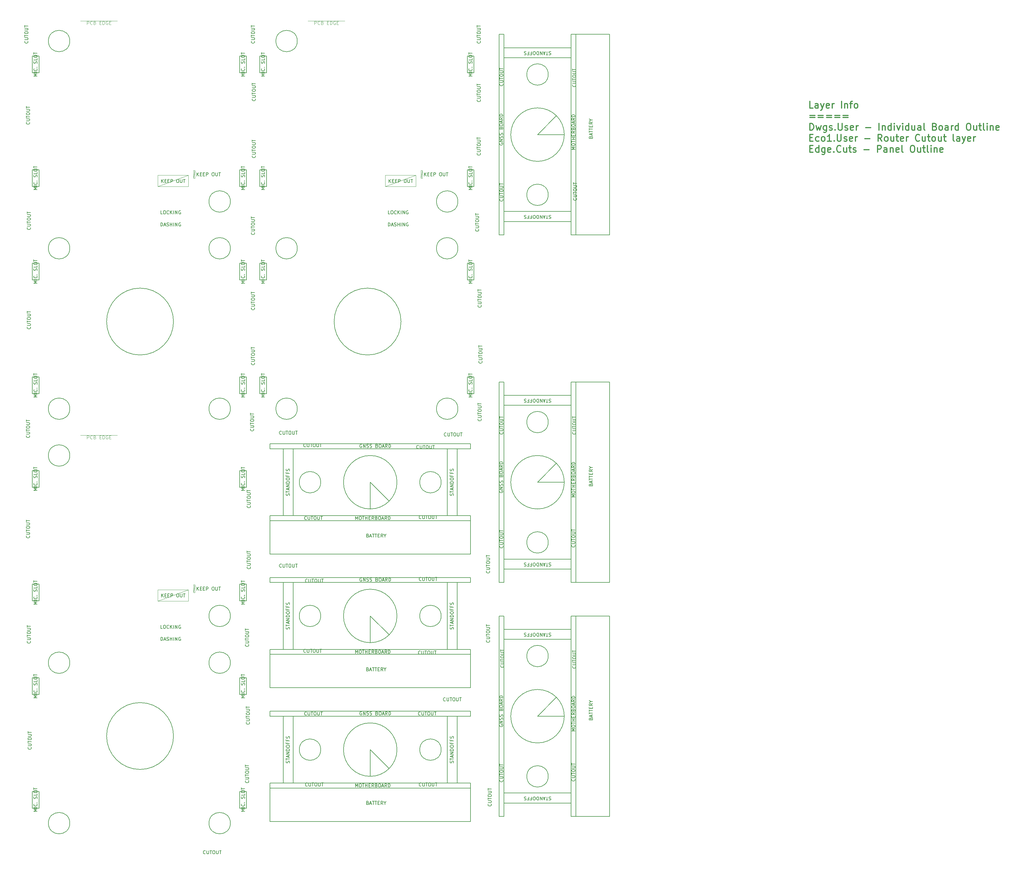
<source format=gbr>
%TF.GenerationSoftware,KiCad,Pcbnew,5.1.7-a382d34a8~87~ubuntu18.04.1*%
%TF.CreationDate,2020-11-04T09:33:25+02:00*%
%TF.ProjectId,panel,70616e65-6c2e-46b6-9963-61645f706362,Rev. A*%
%TF.SameCoordinates,Original*%
%TF.FileFunction,Other,Comment*%
%FSLAX46Y46*%
G04 Gerber Fmt 4.6, Leading zero omitted, Abs format (unit mm)*
G04 Created by KiCad (PCBNEW 5.1.7-a382d34a8~87~ubuntu18.04.1) date 2020-11-04 09:33:25*
%MOMM*%
%LPD*%
G01*
G04 APERTURE LIST*
%ADD10C,0.150000*%
%ADD11C,0.300000*%
%ADD12C,0.050000*%
%ADD13C,0.200000*%
%ADD14C,0.120000*%
%ADD15C,0.100000*%
G04 APERTURE END LIST*
D10*
X221250000Y-212000000D02*
X241250000Y-212000000D01*
X219750000Y-265000000D02*
X219750000Y-205000000D01*
X235226190Y-259162738D02*
X235083333Y-259115119D01*
X234845238Y-259115119D01*
X234750000Y-259162738D01*
X234702380Y-259210357D01*
X234654761Y-259305595D01*
X234654761Y-259400833D01*
X234702380Y-259496071D01*
X234750000Y-259543690D01*
X234845238Y-259591309D01*
X235035714Y-259638928D01*
X235130952Y-259686547D01*
X235178571Y-259734166D01*
X235226190Y-259829404D01*
X235226190Y-259924642D01*
X235178571Y-260019880D01*
X235130952Y-260067500D01*
X235035714Y-260115119D01*
X234797619Y-260115119D01*
X234654761Y-260067500D01*
X234369047Y-260115119D02*
X233797619Y-260115119D01*
X234083333Y-259115119D02*
X234083333Y-260115119D01*
X233511904Y-259400833D02*
X233035714Y-259400833D01*
X233607142Y-259115119D02*
X233273809Y-260115119D01*
X232940476Y-259115119D01*
X232607142Y-259115119D02*
X232607142Y-260115119D01*
X232035714Y-259115119D01*
X232035714Y-260115119D01*
X231559523Y-259115119D02*
X231559523Y-260115119D01*
X231321428Y-260115119D01*
X231178571Y-260067500D01*
X231083333Y-259972261D01*
X231035714Y-259877023D01*
X230988095Y-259686547D01*
X230988095Y-259543690D01*
X231035714Y-259353214D01*
X231083333Y-259257976D01*
X231178571Y-259162738D01*
X231321428Y-259115119D01*
X231559523Y-259115119D01*
X230369047Y-260115119D02*
X230178571Y-260115119D01*
X230083333Y-260067500D01*
X229988095Y-259972261D01*
X229940476Y-259781785D01*
X229940476Y-259448452D01*
X229988095Y-259257976D01*
X230083333Y-259162738D01*
X230178571Y-259115119D01*
X230369047Y-259115119D01*
X230464285Y-259162738D01*
X230559523Y-259257976D01*
X230607142Y-259448452D01*
X230607142Y-259781785D01*
X230559523Y-259972261D01*
X230464285Y-260067500D01*
X230369047Y-260115119D01*
X229178571Y-259638928D02*
X229511904Y-259638928D01*
X229511904Y-259115119D02*
X229511904Y-260115119D01*
X229035714Y-260115119D01*
X228321428Y-259638928D02*
X228654761Y-259638928D01*
X228654761Y-259115119D02*
X228654761Y-260115119D01*
X228178571Y-260115119D01*
X227845238Y-259162738D02*
X227702380Y-259115119D01*
X227464285Y-259115119D01*
X227369047Y-259162738D01*
X227321428Y-259210357D01*
X227273809Y-259305595D01*
X227273809Y-259400833D01*
X227321428Y-259496071D01*
X227369047Y-259543690D01*
X227464285Y-259591309D01*
X227654761Y-259638928D01*
X227750000Y-259686547D01*
X227797619Y-259734166D01*
X227845238Y-259829404D01*
X227845238Y-259924642D01*
X227797619Y-260019880D01*
X227750000Y-260067500D01*
X227654761Y-260115119D01*
X227416666Y-260115119D01*
X227273809Y-260067500D01*
X221250000Y-258000000D02*
X241250000Y-258000000D01*
X221250000Y-209000000D02*
X241250000Y-209000000D01*
X221250000Y-261000000D02*
X241250000Y-261000000D01*
X239250000Y-235000000D02*
G75*
G03*
X239250000Y-235000000I-8000000J0D01*
G01*
X252750000Y-265000000D02*
X252750000Y-205000000D01*
X231250000Y-235000000D02*
X239250000Y-235000000D01*
X231250000Y-235000000D02*
X236906854Y-229343146D01*
X219750000Y-205000000D02*
X221250000Y-205000000D01*
X241250000Y-205000000D02*
X252750000Y-205000000D01*
X241250000Y-265000000D02*
X252750000Y-265000000D01*
X247178571Y-235750000D02*
X247226190Y-235607142D01*
X247273809Y-235559523D01*
X247369047Y-235511904D01*
X247511904Y-235511904D01*
X247607142Y-235559523D01*
X247654761Y-235607142D01*
X247702380Y-235702380D01*
X247702380Y-236083333D01*
X246702380Y-236083333D01*
X246702380Y-235750000D01*
X246750000Y-235654761D01*
X246797619Y-235607142D01*
X246892857Y-235559523D01*
X246988095Y-235559523D01*
X247083333Y-235607142D01*
X247130952Y-235654761D01*
X247178571Y-235750000D01*
X247178571Y-236083333D01*
X247416666Y-235130952D02*
X247416666Y-234654761D01*
X247702380Y-235226190D02*
X246702380Y-234892857D01*
X247702380Y-234559523D01*
X246702380Y-234369047D02*
X246702380Y-233797619D01*
X247702380Y-234083333D02*
X246702380Y-234083333D01*
X246702380Y-233607142D02*
X246702380Y-233035714D01*
X247702380Y-233321428D02*
X246702380Y-233321428D01*
X247178571Y-232702380D02*
X247178571Y-232369047D01*
X247702380Y-232226190D02*
X247702380Y-232702380D01*
X246702380Y-232702380D01*
X246702380Y-232226190D01*
X247702380Y-231226190D02*
X247226190Y-231559523D01*
X247702380Y-231797619D02*
X246702380Y-231797619D01*
X246702380Y-231416666D01*
X246750000Y-231321428D01*
X246797619Y-231273809D01*
X246892857Y-231226190D01*
X247035714Y-231226190D01*
X247130952Y-231273809D01*
X247178571Y-231321428D01*
X247226190Y-231416666D01*
X247226190Y-231797619D01*
X247226190Y-230607142D02*
X247702380Y-230607142D01*
X246702380Y-230940476D02*
X247226190Y-230607142D01*
X246702380Y-230273809D01*
X242452380Y-239416666D02*
X241452380Y-239416666D01*
X242166666Y-239083333D01*
X241452380Y-238750000D01*
X242452380Y-238750000D01*
X241452380Y-238083333D02*
X241452380Y-237892857D01*
X241500000Y-237797619D01*
X241595238Y-237702380D01*
X241785714Y-237654761D01*
X242119047Y-237654761D01*
X242309523Y-237702380D01*
X242404761Y-237797619D01*
X242452380Y-237892857D01*
X242452380Y-238083333D01*
X242404761Y-238178571D01*
X242309523Y-238273809D01*
X242119047Y-238321428D01*
X241785714Y-238321428D01*
X241595238Y-238273809D01*
X241500000Y-238178571D01*
X241452380Y-238083333D01*
X241452380Y-237369047D02*
X241452380Y-236797619D01*
X242452380Y-237083333D02*
X241452380Y-237083333D01*
X242452380Y-236464285D02*
X241452380Y-236464285D01*
X241928571Y-236464285D02*
X241928571Y-235892857D01*
X242452380Y-235892857D02*
X241452380Y-235892857D01*
X241928571Y-235416666D02*
X241928571Y-235083333D01*
X242452380Y-234940476D02*
X242452380Y-235416666D01*
X241452380Y-235416666D01*
X241452380Y-234940476D01*
X242452380Y-233940476D02*
X241976190Y-234273809D01*
X242452380Y-234511904D02*
X241452380Y-234511904D01*
X241452380Y-234130952D01*
X241500000Y-234035714D01*
X241547619Y-233988095D01*
X241642857Y-233940476D01*
X241785714Y-233940476D01*
X241880952Y-233988095D01*
X241928571Y-234035714D01*
X241976190Y-234130952D01*
X241976190Y-234511904D01*
X241928571Y-233178571D02*
X241976190Y-233035714D01*
X242023809Y-232988095D01*
X242119047Y-232940476D01*
X242261904Y-232940476D01*
X242357142Y-232988095D01*
X242404761Y-233035714D01*
X242452380Y-233130952D01*
X242452380Y-233511904D01*
X241452380Y-233511904D01*
X241452380Y-233178571D01*
X241500000Y-233083333D01*
X241547619Y-233035714D01*
X241642857Y-232988095D01*
X241738095Y-232988095D01*
X241833333Y-233035714D01*
X241880952Y-233083333D01*
X241928571Y-233178571D01*
X241928571Y-233511904D01*
X241452380Y-232321428D02*
X241452380Y-232130952D01*
X241500000Y-232035714D01*
X241595238Y-231940476D01*
X241785714Y-231892857D01*
X242119047Y-231892857D01*
X242309523Y-231940476D01*
X242404761Y-232035714D01*
X242452380Y-232130952D01*
X242452380Y-232321428D01*
X242404761Y-232416666D01*
X242309523Y-232511904D01*
X242119047Y-232559523D01*
X241785714Y-232559523D01*
X241595238Y-232511904D01*
X241500000Y-232416666D01*
X241452380Y-232321428D01*
X242166666Y-231511904D02*
X242166666Y-231035714D01*
X242452380Y-231607142D02*
X241452380Y-231273809D01*
X242452380Y-230940476D01*
X242452380Y-230035714D02*
X241976190Y-230369047D01*
X242452380Y-230607142D02*
X241452380Y-230607142D01*
X241452380Y-230226190D01*
X241500000Y-230130952D01*
X241547619Y-230083333D01*
X241642857Y-230035714D01*
X241785714Y-230035714D01*
X241880952Y-230083333D01*
X241928571Y-230130952D01*
X241976190Y-230226190D01*
X241976190Y-230607142D01*
X242452380Y-229607142D02*
X241452380Y-229607142D01*
X241452380Y-229369047D01*
X241500000Y-229226190D01*
X241595238Y-229130952D01*
X241690476Y-229083333D01*
X241880952Y-229035714D01*
X242023809Y-229035714D01*
X242214285Y-229083333D01*
X242309523Y-229130952D01*
X242404761Y-229226190D01*
X242452380Y-229369047D01*
X242452380Y-229607142D01*
X219932500Y-237547619D02*
X219884880Y-237642857D01*
X219884880Y-237785714D01*
X219932500Y-237928571D01*
X220027738Y-238023809D01*
X220122976Y-238071428D01*
X220313452Y-238119047D01*
X220456309Y-238119047D01*
X220646785Y-238071428D01*
X220742023Y-238023809D01*
X220837261Y-237928571D01*
X220884880Y-237785714D01*
X220884880Y-237690476D01*
X220837261Y-237547619D01*
X220789642Y-237500000D01*
X220456309Y-237500000D01*
X220456309Y-237690476D01*
X220884880Y-237071428D02*
X219884880Y-237071428D01*
X220884880Y-236500000D01*
X219884880Y-236500000D01*
X220837261Y-236071428D02*
X220884880Y-235928571D01*
X220884880Y-235690476D01*
X220837261Y-235595238D01*
X220789642Y-235547619D01*
X220694404Y-235500000D01*
X220599166Y-235500000D01*
X220503928Y-235547619D01*
X220456309Y-235595238D01*
X220408690Y-235690476D01*
X220361071Y-235880952D01*
X220313452Y-235976190D01*
X220265833Y-236023809D01*
X220170595Y-236071428D01*
X220075357Y-236071428D01*
X219980119Y-236023809D01*
X219932500Y-235976190D01*
X219884880Y-235880952D01*
X219884880Y-235642857D01*
X219932500Y-235500000D01*
X220837261Y-235119047D02*
X220884880Y-234976190D01*
X220884880Y-234738095D01*
X220837261Y-234642857D01*
X220789642Y-234595238D01*
X220694404Y-234547619D01*
X220599166Y-234547619D01*
X220503928Y-234595238D01*
X220456309Y-234642857D01*
X220408690Y-234738095D01*
X220361071Y-234928571D01*
X220313452Y-235023809D01*
X220265833Y-235071428D01*
X220170595Y-235119047D01*
X220075357Y-235119047D01*
X219980119Y-235071428D01*
X219932500Y-235023809D01*
X219884880Y-234928571D01*
X219884880Y-234690476D01*
X219932500Y-234547619D01*
X220361071Y-233023809D02*
X220408690Y-232880952D01*
X220456309Y-232833333D01*
X220551547Y-232785714D01*
X220694404Y-232785714D01*
X220789642Y-232833333D01*
X220837261Y-232880952D01*
X220884880Y-232976190D01*
X220884880Y-233357142D01*
X219884880Y-233357142D01*
X219884880Y-233023809D01*
X219932500Y-232928571D01*
X219980119Y-232880952D01*
X220075357Y-232833333D01*
X220170595Y-232833333D01*
X220265833Y-232880952D01*
X220313452Y-232928571D01*
X220361071Y-233023809D01*
X220361071Y-233357142D01*
X219884880Y-232166666D02*
X219884880Y-231976190D01*
X219932500Y-231880952D01*
X220027738Y-231785714D01*
X220218214Y-231738095D01*
X220551547Y-231738095D01*
X220742023Y-231785714D01*
X220837261Y-231880952D01*
X220884880Y-231976190D01*
X220884880Y-232166666D01*
X220837261Y-232261904D01*
X220742023Y-232357142D01*
X220551547Y-232404761D01*
X220218214Y-232404761D01*
X220027738Y-232357142D01*
X219932500Y-232261904D01*
X219884880Y-232166666D01*
X220599166Y-231357142D02*
X220599166Y-230880952D01*
X220884880Y-231452380D02*
X219884880Y-231119047D01*
X220884880Y-230785714D01*
X220884880Y-229880952D02*
X220408690Y-230214285D01*
X220884880Y-230452380D02*
X219884880Y-230452380D01*
X219884880Y-230071428D01*
X219932500Y-229976190D01*
X219980119Y-229928571D01*
X220075357Y-229880952D01*
X220218214Y-229880952D01*
X220313452Y-229928571D01*
X220361071Y-229976190D01*
X220408690Y-230071428D01*
X220408690Y-230452380D01*
X220884880Y-229452380D02*
X219884880Y-229452380D01*
X219884880Y-229214285D01*
X219932500Y-229071428D01*
X220027738Y-228976190D01*
X220122976Y-228928571D01*
X220313452Y-228880952D01*
X220456309Y-228880952D01*
X220646785Y-228928571D01*
X220742023Y-228976190D01*
X220837261Y-229071428D01*
X220884880Y-229214285D01*
X220884880Y-229452380D01*
X241250000Y-265000000D02*
X241250000Y-205000000D01*
X219750000Y-265000000D02*
X221250000Y-265000000D01*
X221250000Y-265000000D02*
X221250000Y-205000000D01*
X235226190Y-210162738D02*
X235083333Y-210115119D01*
X234845238Y-210115119D01*
X234750000Y-210162738D01*
X234702380Y-210210357D01*
X234654761Y-210305595D01*
X234654761Y-210400833D01*
X234702380Y-210496071D01*
X234750000Y-210543690D01*
X234845238Y-210591309D01*
X235035714Y-210638928D01*
X235130952Y-210686547D01*
X235178571Y-210734166D01*
X235226190Y-210829404D01*
X235226190Y-210924642D01*
X235178571Y-211019880D01*
X235130952Y-211067500D01*
X235035714Y-211115119D01*
X234797619Y-211115119D01*
X234654761Y-211067500D01*
X234369047Y-211115119D02*
X233797619Y-211115119D01*
X234083333Y-210115119D02*
X234083333Y-211115119D01*
X233511904Y-210400833D02*
X233035714Y-210400833D01*
X233607142Y-210115119D02*
X233273809Y-211115119D01*
X232940476Y-210115119D01*
X232607142Y-210115119D02*
X232607142Y-211115119D01*
X232035714Y-210115119D01*
X232035714Y-211115119D01*
X231559523Y-210115119D02*
X231559523Y-211115119D01*
X231321428Y-211115119D01*
X231178571Y-211067500D01*
X231083333Y-210972261D01*
X231035714Y-210877023D01*
X230988095Y-210686547D01*
X230988095Y-210543690D01*
X231035714Y-210353214D01*
X231083333Y-210257976D01*
X231178571Y-210162738D01*
X231321428Y-210115119D01*
X231559523Y-210115119D01*
X230369047Y-211115119D02*
X230178571Y-211115119D01*
X230083333Y-211067500D01*
X229988095Y-210972261D01*
X229940476Y-210781785D01*
X229940476Y-210448452D01*
X229988095Y-210257976D01*
X230083333Y-210162738D01*
X230178571Y-210115119D01*
X230369047Y-210115119D01*
X230464285Y-210162738D01*
X230559523Y-210257976D01*
X230607142Y-210448452D01*
X230607142Y-210781785D01*
X230559523Y-210972261D01*
X230464285Y-211067500D01*
X230369047Y-211115119D01*
X229178571Y-210638928D02*
X229511904Y-210638928D01*
X229511904Y-210115119D02*
X229511904Y-211115119D01*
X229035714Y-211115119D01*
X228321428Y-210638928D02*
X228654761Y-210638928D01*
X228654761Y-210115119D02*
X228654761Y-211115119D01*
X228178571Y-211115119D01*
X227845238Y-210162738D02*
X227702380Y-210115119D01*
X227464285Y-210115119D01*
X227369047Y-210162738D01*
X227321428Y-210210357D01*
X227273809Y-210305595D01*
X227273809Y-210400833D01*
X227321428Y-210496071D01*
X227369047Y-210543690D01*
X227464285Y-210591309D01*
X227654761Y-210638928D01*
X227750000Y-210686547D01*
X227797619Y-210734166D01*
X227845238Y-210829404D01*
X227845238Y-210924642D01*
X227797619Y-211019880D01*
X227750000Y-211067500D01*
X227654761Y-211115119D01*
X227416666Y-211115119D01*
X227273809Y-211067500D01*
X242750000Y-265000000D02*
X242750000Y-205000000D01*
X204250000Y-235000000D02*
X204250000Y-255000000D01*
X151250000Y-233500000D02*
X211250000Y-233500000D01*
X157087261Y-248976190D02*
X157134880Y-248833333D01*
X157134880Y-248595238D01*
X157087261Y-248500000D01*
X157039642Y-248452380D01*
X156944404Y-248404761D01*
X156849166Y-248404761D01*
X156753928Y-248452380D01*
X156706309Y-248500000D01*
X156658690Y-248595238D01*
X156611071Y-248785714D01*
X156563452Y-248880952D01*
X156515833Y-248928571D01*
X156420595Y-248976190D01*
X156325357Y-248976190D01*
X156230119Y-248928571D01*
X156182500Y-248880952D01*
X156134880Y-248785714D01*
X156134880Y-248547619D01*
X156182500Y-248404761D01*
X156134880Y-248119047D02*
X156134880Y-247547619D01*
X157134880Y-247833333D02*
X156134880Y-247833333D01*
X156849166Y-247261904D02*
X156849166Y-246785714D01*
X157134880Y-247357142D02*
X156134880Y-247023809D01*
X157134880Y-246690476D01*
X157134880Y-246357142D02*
X156134880Y-246357142D01*
X157134880Y-245785714D01*
X156134880Y-245785714D01*
X157134880Y-245309523D02*
X156134880Y-245309523D01*
X156134880Y-245071428D01*
X156182500Y-244928571D01*
X156277738Y-244833333D01*
X156372976Y-244785714D01*
X156563452Y-244738095D01*
X156706309Y-244738095D01*
X156896785Y-244785714D01*
X156992023Y-244833333D01*
X157087261Y-244928571D01*
X157134880Y-245071428D01*
X157134880Y-245309523D01*
X156134880Y-244119047D02*
X156134880Y-243928571D01*
X156182500Y-243833333D01*
X156277738Y-243738095D01*
X156468214Y-243690476D01*
X156801547Y-243690476D01*
X156992023Y-243738095D01*
X157087261Y-243833333D01*
X157134880Y-243928571D01*
X157134880Y-244119047D01*
X157087261Y-244214285D01*
X156992023Y-244309523D01*
X156801547Y-244357142D01*
X156468214Y-244357142D01*
X156277738Y-244309523D01*
X156182500Y-244214285D01*
X156134880Y-244119047D01*
X156611071Y-242928571D02*
X156611071Y-243261904D01*
X157134880Y-243261904D02*
X156134880Y-243261904D01*
X156134880Y-242785714D01*
X156611071Y-242071428D02*
X156611071Y-242404761D01*
X157134880Y-242404761D02*
X156134880Y-242404761D01*
X156134880Y-241928571D01*
X157087261Y-241595238D02*
X157134880Y-241452380D01*
X157134880Y-241214285D01*
X157087261Y-241119047D01*
X157039642Y-241071428D01*
X156944404Y-241023809D01*
X156849166Y-241023809D01*
X156753928Y-241071428D01*
X156706309Y-241119047D01*
X156658690Y-241214285D01*
X156611071Y-241404761D01*
X156563452Y-241500000D01*
X156515833Y-241547619D01*
X156420595Y-241595238D01*
X156325357Y-241595238D01*
X156230119Y-241547619D01*
X156182500Y-241500000D01*
X156134880Y-241404761D01*
X156134880Y-241166666D01*
X156182500Y-241023809D01*
X158250000Y-235000000D02*
X158250000Y-255000000D01*
X207250000Y-235000000D02*
X207250000Y-255000000D01*
X155250000Y-235000000D02*
X155250000Y-255000000D01*
X189250000Y-245000000D02*
G75*
G03*
X189250000Y-245000000I-8000000J0D01*
G01*
X151250000Y-266500000D02*
X211250000Y-266500000D01*
X181250000Y-245000000D02*
X181250000Y-253000000D01*
X181250000Y-245000000D02*
X186906854Y-250656854D01*
X211250000Y-233500000D02*
X211250000Y-235000000D01*
X211250000Y-255000000D02*
X211250000Y-266500000D01*
X151250000Y-255000000D02*
X151250000Y-266500000D01*
X180500000Y-260928571D02*
X180642857Y-260976190D01*
X180690476Y-261023809D01*
X180738095Y-261119047D01*
X180738095Y-261261904D01*
X180690476Y-261357142D01*
X180642857Y-261404761D01*
X180547619Y-261452380D01*
X180166666Y-261452380D01*
X180166666Y-260452380D01*
X180500000Y-260452380D01*
X180595238Y-260500000D01*
X180642857Y-260547619D01*
X180690476Y-260642857D01*
X180690476Y-260738095D01*
X180642857Y-260833333D01*
X180595238Y-260880952D01*
X180500000Y-260928571D01*
X180166666Y-260928571D01*
X181119047Y-261166666D02*
X181595238Y-261166666D01*
X181023809Y-261452380D02*
X181357142Y-260452380D01*
X181690476Y-261452380D01*
X181880952Y-260452380D02*
X182452380Y-260452380D01*
X182166666Y-261452380D02*
X182166666Y-260452380D01*
X182642857Y-260452380D02*
X183214285Y-260452380D01*
X182928571Y-261452380D02*
X182928571Y-260452380D01*
X183547619Y-260928571D02*
X183880952Y-260928571D01*
X184023809Y-261452380D02*
X183547619Y-261452380D01*
X183547619Y-260452380D01*
X184023809Y-260452380D01*
X185023809Y-261452380D02*
X184690476Y-260976190D01*
X184452380Y-261452380D02*
X184452380Y-260452380D01*
X184833333Y-260452380D01*
X184928571Y-260500000D01*
X184976190Y-260547619D01*
X185023809Y-260642857D01*
X185023809Y-260785714D01*
X184976190Y-260880952D01*
X184928571Y-260928571D01*
X184833333Y-260976190D01*
X184452380Y-260976190D01*
X185642857Y-260976190D02*
X185642857Y-261452380D01*
X185309523Y-260452380D02*
X185642857Y-260976190D01*
X185976190Y-260452380D01*
X176833333Y-256202380D02*
X176833333Y-255202380D01*
X177166666Y-255916666D01*
X177500000Y-255202380D01*
X177500000Y-256202380D01*
X178166666Y-255202380D02*
X178357142Y-255202380D01*
X178452380Y-255250000D01*
X178547619Y-255345238D01*
X178595238Y-255535714D01*
X178595238Y-255869047D01*
X178547619Y-256059523D01*
X178452380Y-256154761D01*
X178357142Y-256202380D01*
X178166666Y-256202380D01*
X178071428Y-256154761D01*
X177976190Y-256059523D01*
X177928571Y-255869047D01*
X177928571Y-255535714D01*
X177976190Y-255345238D01*
X178071428Y-255250000D01*
X178166666Y-255202380D01*
X178880952Y-255202380D02*
X179452380Y-255202380D01*
X179166666Y-256202380D02*
X179166666Y-255202380D01*
X179785714Y-256202380D02*
X179785714Y-255202380D01*
X179785714Y-255678571D02*
X180357142Y-255678571D01*
X180357142Y-256202380D02*
X180357142Y-255202380D01*
X180833333Y-255678571D02*
X181166666Y-255678571D01*
X181309523Y-256202380D02*
X180833333Y-256202380D01*
X180833333Y-255202380D01*
X181309523Y-255202380D01*
X182309523Y-256202380D02*
X181976190Y-255726190D01*
X181738095Y-256202380D02*
X181738095Y-255202380D01*
X182119047Y-255202380D01*
X182214285Y-255250000D01*
X182261904Y-255297619D01*
X182309523Y-255392857D01*
X182309523Y-255535714D01*
X182261904Y-255630952D01*
X182214285Y-255678571D01*
X182119047Y-255726190D01*
X181738095Y-255726190D01*
X183071428Y-255678571D02*
X183214285Y-255726190D01*
X183261904Y-255773809D01*
X183309523Y-255869047D01*
X183309523Y-256011904D01*
X183261904Y-256107142D01*
X183214285Y-256154761D01*
X183119047Y-256202380D01*
X182738095Y-256202380D01*
X182738095Y-255202380D01*
X183071428Y-255202380D01*
X183166666Y-255250000D01*
X183214285Y-255297619D01*
X183261904Y-255392857D01*
X183261904Y-255488095D01*
X183214285Y-255583333D01*
X183166666Y-255630952D01*
X183071428Y-255678571D01*
X182738095Y-255678571D01*
X183928571Y-255202380D02*
X184119047Y-255202380D01*
X184214285Y-255250000D01*
X184309523Y-255345238D01*
X184357142Y-255535714D01*
X184357142Y-255869047D01*
X184309523Y-256059523D01*
X184214285Y-256154761D01*
X184119047Y-256202380D01*
X183928571Y-256202380D01*
X183833333Y-256154761D01*
X183738095Y-256059523D01*
X183690476Y-255869047D01*
X183690476Y-255535714D01*
X183738095Y-255345238D01*
X183833333Y-255250000D01*
X183928571Y-255202380D01*
X184738095Y-255916666D02*
X185214285Y-255916666D01*
X184642857Y-256202380D02*
X184976190Y-255202380D01*
X185309523Y-256202380D01*
X186214285Y-256202380D02*
X185880952Y-255726190D01*
X185642857Y-256202380D02*
X185642857Y-255202380D01*
X186023809Y-255202380D01*
X186119047Y-255250000D01*
X186166666Y-255297619D01*
X186214285Y-255392857D01*
X186214285Y-255535714D01*
X186166666Y-255630952D01*
X186119047Y-255678571D01*
X186023809Y-255726190D01*
X185642857Y-255726190D01*
X186642857Y-256202380D02*
X186642857Y-255202380D01*
X186880952Y-255202380D01*
X187023809Y-255250000D01*
X187119047Y-255345238D01*
X187166666Y-255440476D01*
X187214285Y-255630952D01*
X187214285Y-255773809D01*
X187166666Y-255964285D01*
X187119047Y-256059523D01*
X187023809Y-256154761D01*
X186880952Y-256202380D01*
X186642857Y-256202380D01*
X178702380Y-233682500D02*
X178607142Y-233634880D01*
X178464285Y-233634880D01*
X178321428Y-233682500D01*
X178226190Y-233777738D01*
X178178571Y-233872976D01*
X178130952Y-234063452D01*
X178130952Y-234206309D01*
X178178571Y-234396785D01*
X178226190Y-234492023D01*
X178321428Y-234587261D01*
X178464285Y-234634880D01*
X178559523Y-234634880D01*
X178702380Y-234587261D01*
X178750000Y-234539642D01*
X178750000Y-234206309D01*
X178559523Y-234206309D01*
X179178571Y-234634880D02*
X179178571Y-233634880D01*
X179750000Y-234634880D01*
X179750000Y-233634880D01*
X180178571Y-234587261D02*
X180321428Y-234634880D01*
X180559523Y-234634880D01*
X180654761Y-234587261D01*
X180702380Y-234539642D01*
X180750000Y-234444404D01*
X180750000Y-234349166D01*
X180702380Y-234253928D01*
X180654761Y-234206309D01*
X180559523Y-234158690D01*
X180369047Y-234111071D01*
X180273809Y-234063452D01*
X180226190Y-234015833D01*
X180178571Y-233920595D01*
X180178571Y-233825357D01*
X180226190Y-233730119D01*
X180273809Y-233682500D01*
X180369047Y-233634880D01*
X180607142Y-233634880D01*
X180750000Y-233682500D01*
X181130952Y-234587261D02*
X181273809Y-234634880D01*
X181511904Y-234634880D01*
X181607142Y-234587261D01*
X181654761Y-234539642D01*
X181702380Y-234444404D01*
X181702380Y-234349166D01*
X181654761Y-234253928D01*
X181607142Y-234206309D01*
X181511904Y-234158690D01*
X181321428Y-234111071D01*
X181226190Y-234063452D01*
X181178571Y-234015833D01*
X181130952Y-233920595D01*
X181130952Y-233825357D01*
X181178571Y-233730119D01*
X181226190Y-233682500D01*
X181321428Y-233634880D01*
X181559523Y-233634880D01*
X181702380Y-233682500D01*
X183226190Y-234111071D02*
X183369047Y-234158690D01*
X183416666Y-234206309D01*
X183464285Y-234301547D01*
X183464285Y-234444404D01*
X183416666Y-234539642D01*
X183369047Y-234587261D01*
X183273809Y-234634880D01*
X182892857Y-234634880D01*
X182892857Y-233634880D01*
X183226190Y-233634880D01*
X183321428Y-233682500D01*
X183369047Y-233730119D01*
X183416666Y-233825357D01*
X183416666Y-233920595D01*
X183369047Y-234015833D01*
X183321428Y-234063452D01*
X183226190Y-234111071D01*
X182892857Y-234111071D01*
X184083333Y-233634880D02*
X184273809Y-233634880D01*
X184369047Y-233682500D01*
X184464285Y-233777738D01*
X184511904Y-233968214D01*
X184511904Y-234301547D01*
X184464285Y-234492023D01*
X184369047Y-234587261D01*
X184273809Y-234634880D01*
X184083333Y-234634880D01*
X183988095Y-234587261D01*
X183892857Y-234492023D01*
X183845238Y-234301547D01*
X183845238Y-233968214D01*
X183892857Y-233777738D01*
X183988095Y-233682500D01*
X184083333Y-233634880D01*
X184892857Y-234349166D02*
X185369047Y-234349166D01*
X184797619Y-234634880D02*
X185130952Y-233634880D01*
X185464285Y-234634880D01*
X186369047Y-234634880D02*
X186035714Y-234158690D01*
X185797619Y-234634880D02*
X185797619Y-233634880D01*
X186178571Y-233634880D01*
X186273809Y-233682500D01*
X186321428Y-233730119D01*
X186369047Y-233825357D01*
X186369047Y-233968214D01*
X186321428Y-234063452D01*
X186273809Y-234111071D01*
X186178571Y-234158690D01*
X185797619Y-234158690D01*
X186797619Y-234634880D02*
X186797619Y-233634880D01*
X187035714Y-233634880D01*
X187178571Y-233682500D01*
X187273809Y-233777738D01*
X187321428Y-233872976D01*
X187369047Y-234063452D01*
X187369047Y-234206309D01*
X187321428Y-234396785D01*
X187273809Y-234492023D01*
X187178571Y-234587261D01*
X187035714Y-234634880D01*
X186797619Y-234634880D01*
X151250000Y-255000000D02*
X211250000Y-255000000D01*
X151250000Y-233500000D02*
X151250000Y-235000000D01*
X151250000Y-235000000D02*
X211250000Y-235000000D01*
X206087261Y-248976190D02*
X206134880Y-248833333D01*
X206134880Y-248595238D01*
X206087261Y-248500000D01*
X206039642Y-248452380D01*
X205944404Y-248404761D01*
X205849166Y-248404761D01*
X205753928Y-248452380D01*
X205706309Y-248500000D01*
X205658690Y-248595238D01*
X205611071Y-248785714D01*
X205563452Y-248880952D01*
X205515833Y-248928571D01*
X205420595Y-248976190D01*
X205325357Y-248976190D01*
X205230119Y-248928571D01*
X205182500Y-248880952D01*
X205134880Y-248785714D01*
X205134880Y-248547619D01*
X205182500Y-248404761D01*
X205134880Y-248119047D02*
X205134880Y-247547619D01*
X206134880Y-247833333D02*
X205134880Y-247833333D01*
X205849166Y-247261904D02*
X205849166Y-246785714D01*
X206134880Y-247357142D02*
X205134880Y-247023809D01*
X206134880Y-246690476D01*
X206134880Y-246357142D02*
X205134880Y-246357142D01*
X206134880Y-245785714D01*
X205134880Y-245785714D01*
X206134880Y-245309523D02*
X205134880Y-245309523D01*
X205134880Y-245071428D01*
X205182500Y-244928571D01*
X205277738Y-244833333D01*
X205372976Y-244785714D01*
X205563452Y-244738095D01*
X205706309Y-244738095D01*
X205896785Y-244785714D01*
X205992023Y-244833333D01*
X206087261Y-244928571D01*
X206134880Y-245071428D01*
X206134880Y-245309523D01*
X205134880Y-244119047D02*
X205134880Y-243928571D01*
X205182500Y-243833333D01*
X205277738Y-243738095D01*
X205468214Y-243690476D01*
X205801547Y-243690476D01*
X205992023Y-243738095D01*
X206087261Y-243833333D01*
X206134880Y-243928571D01*
X206134880Y-244119047D01*
X206087261Y-244214285D01*
X205992023Y-244309523D01*
X205801547Y-244357142D01*
X205468214Y-244357142D01*
X205277738Y-244309523D01*
X205182500Y-244214285D01*
X205134880Y-244119047D01*
X205611071Y-242928571D02*
X205611071Y-243261904D01*
X206134880Y-243261904D02*
X205134880Y-243261904D01*
X205134880Y-242785714D01*
X205611071Y-242071428D02*
X205611071Y-242404761D01*
X206134880Y-242404761D02*
X205134880Y-242404761D01*
X205134880Y-241928571D01*
X206087261Y-241595238D02*
X206134880Y-241452380D01*
X206134880Y-241214285D01*
X206087261Y-241119047D01*
X206039642Y-241071428D01*
X205944404Y-241023809D01*
X205849166Y-241023809D01*
X205753928Y-241071428D01*
X205706309Y-241119047D01*
X205658690Y-241214285D01*
X205611071Y-241404761D01*
X205563452Y-241500000D01*
X205515833Y-241547619D01*
X205420595Y-241595238D01*
X205325357Y-241595238D01*
X205230119Y-241547619D01*
X205182500Y-241500000D01*
X205134880Y-241404761D01*
X205134880Y-241166666D01*
X205182500Y-241023809D01*
X151250000Y-256500000D02*
X211250000Y-256500000D01*
X204250000Y-195000000D02*
X204250000Y-215000000D01*
X151250000Y-193500000D02*
X211250000Y-193500000D01*
X157087261Y-208976190D02*
X157134880Y-208833333D01*
X157134880Y-208595238D01*
X157087261Y-208500000D01*
X157039642Y-208452380D01*
X156944404Y-208404761D01*
X156849166Y-208404761D01*
X156753928Y-208452380D01*
X156706309Y-208500000D01*
X156658690Y-208595238D01*
X156611071Y-208785714D01*
X156563452Y-208880952D01*
X156515833Y-208928571D01*
X156420595Y-208976190D01*
X156325357Y-208976190D01*
X156230119Y-208928571D01*
X156182500Y-208880952D01*
X156134880Y-208785714D01*
X156134880Y-208547619D01*
X156182500Y-208404761D01*
X156134880Y-208119047D02*
X156134880Y-207547619D01*
X157134880Y-207833333D02*
X156134880Y-207833333D01*
X156849166Y-207261904D02*
X156849166Y-206785714D01*
X157134880Y-207357142D02*
X156134880Y-207023809D01*
X157134880Y-206690476D01*
X157134880Y-206357142D02*
X156134880Y-206357142D01*
X157134880Y-205785714D01*
X156134880Y-205785714D01*
X157134880Y-205309523D02*
X156134880Y-205309523D01*
X156134880Y-205071428D01*
X156182500Y-204928571D01*
X156277738Y-204833333D01*
X156372976Y-204785714D01*
X156563452Y-204738095D01*
X156706309Y-204738095D01*
X156896785Y-204785714D01*
X156992023Y-204833333D01*
X157087261Y-204928571D01*
X157134880Y-205071428D01*
X157134880Y-205309523D01*
X156134880Y-204119047D02*
X156134880Y-203928571D01*
X156182500Y-203833333D01*
X156277738Y-203738095D01*
X156468214Y-203690476D01*
X156801547Y-203690476D01*
X156992023Y-203738095D01*
X157087261Y-203833333D01*
X157134880Y-203928571D01*
X157134880Y-204119047D01*
X157087261Y-204214285D01*
X156992023Y-204309523D01*
X156801547Y-204357142D01*
X156468214Y-204357142D01*
X156277738Y-204309523D01*
X156182500Y-204214285D01*
X156134880Y-204119047D01*
X156611071Y-202928571D02*
X156611071Y-203261904D01*
X157134880Y-203261904D02*
X156134880Y-203261904D01*
X156134880Y-202785714D01*
X156611071Y-202071428D02*
X156611071Y-202404761D01*
X157134880Y-202404761D02*
X156134880Y-202404761D01*
X156134880Y-201928571D01*
X157087261Y-201595238D02*
X157134880Y-201452380D01*
X157134880Y-201214285D01*
X157087261Y-201119047D01*
X157039642Y-201071428D01*
X156944404Y-201023809D01*
X156849166Y-201023809D01*
X156753928Y-201071428D01*
X156706309Y-201119047D01*
X156658690Y-201214285D01*
X156611071Y-201404761D01*
X156563452Y-201500000D01*
X156515833Y-201547619D01*
X156420595Y-201595238D01*
X156325357Y-201595238D01*
X156230119Y-201547619D01*
X156182500Y-201500000D01*
X156134880Y-201404761D01*
X156134880Y-201166666D01*
X156182500Y-201023809D01*
X158250000Y-195000000D02*
X158250000Y-215000000D01*
X207250000Y-195000000D02*
X207250000Y-215000000D01*
X155250000Y-195000000D02*
X155250000Y-215000000D01*
X189250000Y-205000000D02*
G75*
G03*
X189250000Y-205000000I-8000000J0D01*
G01*
X151250000Y-226500000D02*
X211250000Y-226500000D01*
X181250000Y-205000000D02*
X181250000Y-213000000D01*
X181250000Y-205000000D02*
X186906854Y-210656854D01*
X211250000Y-193500000D02*
X211250000Y-195000000D01*
X211250000Y-215000000D02*
X211250000Y-226500000D01*
X151250000Y-215000000D02*
X151250000Y-226500000D01*
X180500000Y-220928571D02*
X180642857Y-220976190D01*
X180690476Y-221023809D01*
X180738095Y-221119047D01*
X180738095Y-221261904D01*
X180690476Y-221357142D01*
X180642857Y-221404761D01*
X180547619Y-221452380D01*
X180166666Y-221452380D01*
X180166666Y-220452380D01*
X180500000Y-220452380D01*
X180595238Y-220500000D01*
X180642857Y-220547619D01*
X180690476Y-220642857D01*
X180690476Y-220738095D01*
X180642857Y-220833333D01*
X180595238Y-220880952D01*
X180500000Y-220928571D01*
X180166666Y-220928571D01*
X181119047Y-221166666D02*
X181595238Y-221166666D01*
X181023809Y-221452380D02*
X181357142Y-220452380D01*
X181690476Y-221452380D01*
X181880952Y-220452380D02*
X182452380Y-220452380D01*
X182166666Y-221452380D02*
X182166666Y-220452380D01*
X182642857Y-220452380D02*
X183214285Y-220452380D01*
X182928571Y-221452380D02*
X182928571Y-220452380D01*
X183547619Y-220928571D02*
X183880952Y-220928571D01*
X184023809Y-221452380D02*
X183547619Y-221452380D01*
X183547619Y-220452380D01*
X184023809Y-220452380D01*
X185023809Y-221452380D02*
X184690476Y-220976190D01*
X184452380Y-221452380D02*
X184452380Y-220452380D01*
X184833333Y-220452380D01*
X184928571Y-220500000D01*
X184976190Y-220547619D01*
X185023809Y-220642857D01*
X185023809Y-220785714D01*
X184976190Y-220880952D01*
X184928571Y-220928571D01*
X184833333Y-220976190D01*
X184452380Y-220976190D01*
X185642857Y-220976190D02*
X185642857Y-221452380D01*
X185309523Y-220452380D02*
X185642857Y-220976190D01*
X185976190Y-220452380D01*
X176833333Y-216202380D02*
X176833333Y-215202380D01*
X177166666Y-215916666D01*
X177500000Y-215202380D01*
X177500000Y-216202380D01*
X178166666Y-215202380D02*
X178357142Y-215202380D01*
X178452380Y-215250000D01*
X178547619Y-215345238D01*
X178595238Y-215535714D01*
X178595238Y-215869047D01*
X178547619Y-216059523D01*
X178452380Y-216154761D01*
X178357142Y-216202380D01*
X178166666Y-216202380D01*
X178071428Y-216154761D01*
X177976190Y-216059523D01*
X177928571Y-215869047D01*
X177928571Y-215535714D01*
X177976190Y-215345238D01*
X178071428Y-215250000D01*
X178166666Y-215202380D01*
X178880952Y-215202380D02*
X179452380Y-215202380D01*
X179166666Y-216202380D02*
X179166666Y-215202380D01*
X179785714Y-216202380D02*
X179785714Y-215202380D01*
X179785714Y-215678571D02*
X180357142Y-215678571D01*
X180357142Y-216202380D02*
X180357142Y-215202380D01*
X180833333Y-215678571D02*
X181166666Y-215678571D01*
X181309523Y-216202380D02*
X180833333Y-216202380D01*
X180833333Y-215202380D01*
X181309523Y-215202380D01*
X182309523Y-216202380D02*
X181976190Y-215726190D01*
X181738095Y-216202380D02*
X181738095Y-215202380D01*
X182119047Y-215202380D01*
X182214285Y-215250000D01*
X182261904Y-215297619D01*
X182309523Y-215392857D01*
X182309523Y-215535714D01*
X182261904Y-215630952D01*
X182214285Y-215678571D01*
X182119047Y-215726190D01*
X181738095Y-215726190D01*
X183071428Y-215678571D02*
X183214285Y-215726190D01*
X183261904Y-215773809D01*
X183309523Y-215869047D01*
X183309523Y-216011904D01*
X183261904Y-216107142D01*
X183214285Y-216154761D01*
X183119047Y-216202380D01*
X182738095Y-216202380D01*
X182738095Y-215202380D01*
X183071428Y-215202380D01*
X183166666Y-215250000D01*
X183214285Y-215297619D01*
X183261904Y-215392857D01*
X183261904Y-215488095D01*
X183214285Y-215583333D01*
X183166666Y-215630952D01*
X183071428Y-215678571D01*
X182738095Y-215678571D01*
X183928571Y-215202380D02*
X184119047Y-215202380D01*
X184214285Y-215250000D01*
X184309523Y-215345238D01*
X184357142Y-215535714D01*
X184357142Y-215869047D01*
X184309523Y-216059523D01*
X184214285Y-216154761D01*
X184119047Y-216202380D01*
X183928571Y-216202380D01*
X183833333Y-216154761D01*
X183738095Y-216059523D01*
X183690476Y-215869047D01*
X183690476Y-215535714D01*
X183738095Y-215345238D01*
X183833333Y-215250000D01*
X183928571Y-215202380D01*
X184738095Y-215916666D02*
X185214285Y-215916666D01*
X184642857Y-216202380D02*
X184976190Y-215202380D01*
X185309523Y-216202380D01*
X186214285Y-216202380D02*
X185880952Y-215726190D01*
X185642857Y-216202380D02*
X185642857Y-215202380D01*
X186023809Y-215202380D01*
X186119047Y-215250000D01*
X186166666Y-215297619D01*
X186214285Y-215392857D01*
X186214285Y-215535714D01*
X186166666Y-215630952D01*
X186119047Y-215678571D01*
X186023809Y-215726190D01*
X185642857Y-215726190D01*
X186642857Y-216202380D02*
X186642857Y-215202380D01*
X186880952Y-215202380D01*
X187023809Y-215250000D01*
X187119047Y-215345238D01*
X187166666Y-215440476D01*
X187214285Y-215630952D01*
X187214285Y-215773809D01*
X187166666Y-215964285D01*
X187119047Y-216059523D01*
X187023809Y-216154761D01*
X186880952Y-216202380D01*
X186642857Y-216202380D01*
X178702380Y-193682500D02*
X178607142Y-193634880D01*
X178464285Y-193634880D01*
X178321428Y-193682500D01*
X178226190Y-193777738D01*
X178178571Y-193872976D01*
X178130952Y-194063452D01*
X178130952Y-194206309D01*
X178178571Y-194396785D01*
X178226190Y-194492023D01*
X178321428Y-194587261D01*
X178464285Y-194634880D01*
X178559523Y-194634880D01*
X178702380Y-194587261D01*
X178750000Y-194539642D01*
X178750000Y-194206309D01*
X178559523Y-194206309D01*
X179178571Y-194634880D02*
X179178571Y-193634880D01*
X179750000Y-194634880D01*
X179750000Y-193634880D01*
X180178571Y-194587261D02*
X180321428Y-194634880D01*
X180559523Y-194634880D01*
X180654761Y-194587261D01*
X180702380Y-194539642D01*
X180750000Y-194444404D01*
X180750000Y-194349166D01*
X180702380Y-194253928D01*
X180654761Y-194206309D01*
X180559523Y-194158690D01*
X180369047Y-194111071D01*
X180273809Y-194063452D01*
X180226190Y-194015833D01*
X180178571Y-193920595D01*
X180178571Y-193825357D01*
X180226190Y-193730119D01*
X180273809Y-193682500D01*
X180369047Y-193634880D01*
X180607142Y-193634880D01*
X180750000Y-193682500D01*
X181130952Y-194587261D02*
X181273809Y-194634880D01*
X181511904Y-194634880D01*
X181607142Y-194587261D01*
X181654761Y-194539642D01*
X181702380Y-194444404D01*
X181702380Y-194349166D01*
X181654761Y-194253928D01*
X181607142Y-194206309D01*
X181511904Y-194158690D01*
X181321428Y-194111071D01*
X181226190Y-194063452D01*
X181178571Y-194015833D01*
X181130952Y-193920595D01*
X181130952Y-193825357D01*
X181178571Y-193730119D01*
X181226190Y-193682500D01*
X181321428Y-193634880D01*
X181559523Y-193634880D01*
X181702380Y-193682500D01*
X183226190Y-194111071D02*
X183369047Y-194158690D01*
X183416666Y-194206309D01*
X183464285Y-194301547D01*
X183464285Y-194444404D01*
X183416666Y-194539642D01*
X183369047Y-194587261D01*
X183273809Y-194634880D01*
X182892857Y-194634880D01*
X182892857Y-193634880D01*
X183226190Y-193634880D01*
X183321428Y-193682500D01*
X183369047Y-193730119D01*
X183416666Y-193825357D01*
X183416666Y-193920595D01*
X183369047Y-194015833D01*
X183321428Y-194063452D01*
X183226190Y-194111071D01*
X182892857Y-194111071D01*
X184083333Y-193634880D02*
X184273809Y-193634880D01*
X184369047Y-193682500D01*
X184464285Y-193777738D01*
X184511904Y-193968214D01*
X184511904Y-194301547D01*
X184464285Y-194492023D01*
X184369047Y-194587261D01*
X184273809Y-194634880D01*
X184083333Y-194634880D01*
X183988095Y-194587261D01*
X183892857Y-194492023D01*
X183845238Y-194301547D01*
X183845238Y-193968214D01*
X183892857Y-193777738D01*
X183988095Y-193682500D01*
X184083333Y-193634880D01*
X184892857Y-194349166D02*
X185369047Y-194349166D01*
X184797619Y-194634880D02*
X185130952Y-193634880D01*
X185464285Y-194634880D01*
X186369047Y-194634880D02*
X186035714Y-194158690D01*
X185797619Y-194634880D02*
X185797619Y-193634880D01*
X186178571Y-193634880D01*
X186273809Y-193682500D01*
X186321428Y-193730119D01*
X186369047Y-193825357D01*
X186369047Y-193968214D01*
X186321428Y-194063452D01*
X186273809Y-194111071D01*
X186178571Y-194158690D01*
X185797619Y-194158690D01*
X186797619Y-194634880D02*
X186797619Y-193634880D01*
X187035714Y-193634880D01*
X187178571Y-193682500D01*
X187273809Y-193777738D01*
X187321428Y-193872976D01*
X187369047Y-194063452D01*
X187369047Y-194206309D01*
X187321428Y-194396785D01*
X187273809Y-194492023D01*
X187178571Y-194587261D01*
X187035714Y-194634880D01*
X186797619Y-194634880D01*
X151250000Y-215000000D02*
X211250000Y-215000000D01*
X151250000Y-193500000D02*
X151250000Y-195000000D01*
X151250000Y-195000000D02*
X211250000Y-195000000D01*
X206087261Y-208976190D02*
X206134880Y-208833333D01*
X206134880Y-208595238D01*
X206087261Y-208500000D01*
X206039642Y-208452380D01*
X205944404Y-208404761D01*
X205849166Y-208404761D01*
X205753928Y-208452380D01*
X205706309Y-208500000D01*
X205658690Y-208595238D01*
X205611071Y-208785714D01*
X205563452Y-208880952D01*
X205515833Y-208928571D01*
X205420595Y-208976190D01*
X205325357Y-208976190D01*
X205230119Y-208928571D01*
X205182500Y-208880952D01*
X205134880Y-208785714D01*
X205134880Y-208547619D01*
X205182500Y-208404761D01*
X205134880Y-208119047D02*
X205134880Y-207547619D01*
X206134880Y-207833333D02*
X205134880Y-207833333D01*
X205849166Y-207261904D02*
X205849166Y-206785714D01*
X206134880Y-207357142D02*
X205134880Y-207023809D01*
X206134880Y-206690476D01*
X206134880Y-206357142D02*
X205134880Y-206357142D01*
X206134880Y-205785714D01*
X205134880Y-205785714D01*
X206134880Y-205309523D02*
X205134880Y-205309523D01*
X205134880Y-205071428D01*
X205182500Y-204928571D01*
X205277738Y-204833333D01*
X205372976Y-204785714D01*
X205563452Y-204738095D01*
X205706309Y-204738095D01*
X205896785Y-204785714D01*
X205992023Y-204833333D01*
X206087261Y-204928571D01*
X206134880Y-205071428D01*
X206134880Y-205309523D01*
X205134880Y-204119047D02*
X205134880Y-203928571D01*
X205182500Y-203833333D01*
X205277738Y-203738095D01*
X205468214Y-203690476D01*
X205801547Y-203690476D01*
X205992023Y-203738095D01*
X206087261Y-203833333D01*
X206134880Y-203928571D01*
X206134880Y-204119047D01*
X206087261Y-204214285D01*
X205992023Y-204309523D01*
X205801547Y-204357142D01*
X205468214Y-204357142D01*
X205277738Y-204309523D01*
X205182500Y-204214285D01*
X205134880Y-204119047D01*
X205611071Y-202928571D02*
X205611071Y-203261904D01*
X206134880Y-203261904D02*
X205134880Y-203261904D01*
X205134880Y-202785714D01*
X205611071Y-202071428D02*
X205611071Y-202404761D01*
X206134880Y-202404761D02*
X205134880Y-202404761D01*
X205134880Y-201928571D01*
X206087261Y-201595238D02*
X206134880Y-201452380D01*
X206134880Y-201214285D01*
X206087261Y-201119047D01*
X206039642Y-201071428D01*
X205944404Y-201023809D01*
X205849166Y-201023809D01*
X205753928Y-201071428D01*
X205706309Y-201119047D01*
X205658690Y-201214285D01*
X205611071Y-201404761D01*
X205563452Y-201500000D01*
X205515833Y-201547619D01*
X205420595Y-201595238D01*
X205325357Y-201595238D01*
X205230119Y-201547619D01*
X205182500Y-201500000D01*
X205134880Y-201404761D01*
X205134880Y-201166666D01*
X205182500Y-201023809D01*
X151250000Y-216500000D02*
X211250000Y-216500000D01*
X204250000Y-155000000D02*
X204250000Y-175000000D01*
X151250000Y-153500000D02*
X211250000Y-153500000D01*
X157087261Y-168976190D02*
X157134880Y-168833333D01*
X157134880Y-168595238D01*
X157087261Y-168500000D01*
X157039642Y-168452380D01*
X156944404Y-168404761D01*
X156849166Y-168404761D01*
X156753928Y-168452380D01*
X156706309Y-168500000D01*
X156658690Y-168595238D01*
X156611071Y-168785714D01*
X156563452Y-168880952D01*
X156515833Y-168928571D01*
X156420595Y-168976190D01*
X156325357Y-168976190D01*
X156230119Y-168928571D01*
X156182500Y-168880952D01*
X156134880Y-168785714D01*
X156134880Y-168547619D01*
X156182500Y-168404761D01*
X156134880Y-168119047D02*
X156134880Y-167547619D01*
X157134880Y-167833333D02*
X156134880Y-167833333D01*
X156849166Y-167261904D02*
X156849166Y-166785714D01*
X157134880Y-167357142D02*
X156134880Y-167023809D01*
X157134880Y-166690476D01*
X157134880Y-166357142D02*
X156134880Y-166357142D01*
X157134880Y-165785714D01*
X156134880Y-165785714D01*
X157134880Y-165309523D02*
X156134880Y-165309523D01*
X156134880Y-165071428D01*
X156182500Y-164928571D01*
X156277738Y-164833333D01*
X156372976Y-164785714D01*
X156563452Y-164738095D01*
X156706309Y-164738095D01*
X156896785Y-164785714D01*
X156992023Y-164833333D01*
X157087261Y-164928571D01*
X157134880Y-165071428D01*
X157134880Y-165309523D01*
X156134880Y-164119047D02*
X156134880Y-163928571D01*
X156182500Y-163833333D01*
X156277738Y-163738095D01*
X156468214Y-163690476D01*
X156801547Y-163690476D01*
X156992023Y-163738095D01*
X157087261Y-163833333D01*
X157134880Y-163928571D01*
X157134880Y-164119047D01*
X157087261Y-164214285D01*
X156992023Y-164309523D01*
X156801547Y-164357142D01*
X156468214Y-164357142D01*
X156277738Y-164309523D01*
X156182500Y-164214285D01*
X156134880Y-164119047D01*
X156611071Y-162928571D02*
X156611071Y-163261904D01*
X157134880Y-163261904D02*
X156134880Y-163261904D01*
X156134880Y-162785714D01*
X156611071Y-162071428D02*
X156611071Y-162404761D01*
X157134880Y-162404761D02*
X156134880Y-162404761D01*
X156134880Y-161928571D01*
X157087261Y-161595238D02*
X157134880Y-161452380D01*
X157134880Y-161214285D01*
X157087261Y-161119047D01*
X157039642Y-161071428D01*
X156944404Y-161023809D01*
X156849166Y-161023809D01*
X156753928Y-161071428D01*
X156706309Y-161119047D01*
X156658690Y-161214285D01*
X156611071Y-161404761D01*
X156563452Y-161500000D01*
X156515833Y-161547619D01*
X156420595Y-161595238D01*
X156325357Y-161595238D01*
X156230119Y-161547619D01*
X156182500Y-161500000D01*
X156134880Y-161404761D01*
X156134880Y-161166666D01*
X156182500Y-161023809D01*
X158250000Y-155000000D02*
X158250000Y-175000000D01*
X207250000Y-155000000D02*
X207250000Y-175000000D01*
X155250000Y-155000000D02*
X155250000Y-175000000D01*
X189250000Y-165000000D02*
G75*
G03*
X189250000Y-165000000I-8000000J0D01*
G01*
X151250000Y-186500000D02*
X211250000Y-186500000D01*
X181250000Y-165000000D02*
X181250000Y-173000000D01*
X181250000Y-165000000D02*
X186906854Y-170656854D01*
X211250000Y-153500000D02*
X211250000Y-155000000D01*
X211250000Y-175000000D02*
X211250000Y-186500000D01*
X151250000Y-175000000D02*
X151250000Y-186500000D01*
X180500000Y-180928571D02*
X180642857Y-180976190D01*
X180690476Y-181023809D01*
X180738095Y-181119047D01*
X180738095Y-181261904D01*
X180690476Y-181357142D01*
X180642857Y-181404761D01*
X180547619Y-181452380D01*
X180166666Y-181452380D01*
X180166666Y-180452380D01*
X180500000Y-180452380D01*
X180595238Y-180500000D01*
X180642857Y-180547619D01*
X180690476Y-180642857D01*
X180690476Y-180738095D01*
X180642857Y-180833333D01*
X180595238Y-180880952D01*
X180500000Y-180928571D01*
X180166666Y-180928571D01*
X181119047Y-181166666D02*
X181595238Y-181166666D01*
X181023809Y-181452380D02*
X181357142Y-180452380D01*
X181690476Y-181452380D01*
X181880952Y-180452380D02*
X182452380Y-180452380D01*
X182166666Y-181452380D02*
X182166666Y-180452380D01*
X182642857Y-180452380D02*
X183214285Y-180452380D01*
X182928571Y-181452380D02*
X182928571Y-180452380D01*
X183547619Y-180928571D02*
X183880952Y-180928571D01*
X184023809Y-181452380D02*
X183547619Y-181452380D01*
X183547619Y-180452380D01*
X184023809Y-180452380D01*
X185023809Y-181452380D02*
X184690476Y-180976190D01*
X184452380Y-181452380D02*
X184452380Y-180452380D01*
X184833333Y-180452380D01*
X184928571Y-180500000D01*
X184976190Y-180547619D01*
X185023809Y-180642857D01*
X185023809Y-180785714D01*
X184976190Y-180880952D01*
X184928571Y-180928571D01*
X184833333Y-180976190D01*
X184452380Y-180976190D01*
X185642857Y-180976190D02*
X185642857Y-181452380D01*
X185309523Y-180452380D02*
X185642857Y-180976190D01*
X185976190Y-180452380D01*
X176833333Y-176202380D02*
X176833333Y-175202380D01*
X177166666Y-175916666D01*
X177500000Y-175202380D01*
X177500000Y-176202380D01*
X178166666Y-175202380D02*
X178357142Y-175202380D01*
X178452380Y-175250000D01*
X178547619Y-175345238D01*
X178595238Y-175535714D01*
X178595238Y-175869047D01*
X178547619Y-176059523D01*
X178452380Y-176154761D01*
X178357142Y-176202380D01*
X178166666Y-176202380D01*
X178071428Y-176154761D01*
X177976190Y-176059523D01*
X177928571Y-175869047D01*
X177928571Y-175535714D01*
X177976190Y-175345238D01*
X178071428Y-175250000D01*
X178166666Y-175202380D01*
X178880952Y-175202380D02*
X179452380Y-175202380D01*
X179166666Y-176202380D02*
X179166666Y-175202380D01*
X179785714Y-176202380D02*
X179785714Y-175202380D01*
X179785714Y-175678571D02*
X180357142Y-175678571D01*
X180357142Y-176202380D02*
X180357142Y-175202380D01*
X180833333Y-175678571D02*
X181166666Y-175678571D01*
X181309523Y-176202380D02*
X180833333Y-176202380D01*
X180833333Y-175202380D01*
X181309523Y-175202380D01*
X182309523Y-176202380D02*
X181976190Y-175726190D01*
X181738095Y-176202380D02*
X181738095Y-175202380D01*
X182119047Y-175202380D01*
X182214285Y-175250000D01*
X182261904Y-175297619D01*
X182309523Y-175392857D01*
X182309523Y-175535714D01*
X182261904Y-175630952D01*
X182214285Y-175678571D01*
X182119047Y-175726190D01*
X181738095Y-175726190D01*
X183071428Y-175678571D02*
X183214285Y-175726190D01*
X183261904Y-175773809D01*
X183309523Y-175869047D01*
X183309523Y-176011904D01*
X183261904Y-176107142D01*
X183214285Y-176154761D01*
X183119047Y-176202380D01*
X182738095Y-176202380D01*
X182738095Y-175202380D01*
X183071428Y-175202380D01*
X183166666Y-175250000D01*
X183214285Y-175297619D01*
X183261904Y-175392857D01*
X183261904Y-175488095D01*
X183214285Y-175583333D01*
X183166666Y-175630952D01*
X183071428Y-175678571D01*
X182738095Y-175678571D01*
X183928571Y-175202380D02*
X184119047Y-175202380D01*
X184214285Y-175250000D01*
X184309523Y-175345238D01*
X184357142Y-175535714D01*
X184357142Y-175869047D01*
X184309523Y-176059523D01*
X184214285Y-176154761D01*
X184119047Y-176202380D01*
X183928571Y-176202380D01*
X183833333Y-176154761D01*
X183738095Y-176059523D01*
X183690476Y-175869047D01*
X183690476Y-175535714D01*
X183738095Y-175345238D01*
X183833333Y-175250000D01*
X183928571Y-175202380D01*
X184738095Y-175916666D02*
X185214285Y-175916666D01*
X184642857Y-176202380D02*
X184976190Y-175202380D01*
X185309523Y-176202380D01*
X186214285Y-176202380D02*
X185880952Y-175726190D01*
X185642857Y-176202380D02*
X185642857Y-175202380D01*
X186023809Y-175202380D01*
X186119047Y-175250000D01*
X186166666Y-175297619D01*
X186214285Y-175392857D01*
X186214285Y-175535714D01*
X186166666Y-175630952D01*
X186119047Y-175678571D01*
X186023809Y-175726190D01*
X185642857Y-175726190D01*
X186642857Y-176202380D02*
X186642857Y-175202380D01*
X186880952Y-175202380D01*
X187023809Y-175250000D01*
X187119047Y-175345238D01*
X187166666Y-175440476D01*
X187214285Y-175630952D01*
X187214285Y-175773809D01*
X187166666Y-175964285D01*
X187119047Y-176059523D01*
X187023809Y-176154761D01*
X186880952Y-176202380D01*
X186642857Y-176202380D01*
X178702380Y-153682500D02*
X178607142Y-153634880D01*
X178464285Y-153634880D01*
X178321428Y-153682500D01*
X178226190Y-153777738D01*
X178178571Y-153872976D01*
X178130952Y-154063452D01*
X178130952Y-154206309D01*
X178178571Y-154396785D01*
X178226190Y-154492023D01*
X178321428Y-154587261D01*
X178464285Y-154634880D01*
X178559523Y-154634880D01*
X178702380Y-154587261D01*
X178750000Y-154539642D01*
X178750000Y-154206309D01*
X178559523Y-154206309D01*
X179178571Y-154634880D02*
X179178571Y-153634880D01*
X179750000Y-154634880D01*
X179750000Y-153634880D01*
X180178571Y-154587261D02*
X180321428Y-154634880D01*
X180559523Y-154634880D01*
X180654761Y-154587261D01*
X180702380Y-154539642D01*
X180750000Y-154444404D01*
X180750000Y-154349166D01*
X180702380Y-154253928D01*
X180654761Y-154206309D01*
X180559523Y-154158690D01*
X180369047Y-154111071D01*
X180273809Y-154063452D01*
X180226190Y-154015833D01*
X180178571Y-153920595D01*
X180178571Y-153825357D01*
X180226190Y-153730119D01*
X180273809Y-153682500D01*
X180369047Y-153634880D01*
X180607142Y-153634880D01*
X180750000Y-153682500D01*
X181130952Y-154587261D02*
X181273809Y-154634880D01*
X181511904Y-154634880D01*
X181607142Y-154587261D01*
X181654761Y-154539642D01*
X181702380Y-154444404D01*
X181702380Y-154349166D01*
X181654761Y-154253928D01*
X181607142Y-154206309D01*
X181511904Y-154158690D01*
X181321428Y-154111071D01*
X181226190Y-154063452D01*
X181178571Y-154015833D01*
X181130952Y-153920595D01*
X181130952Y-153825357D01*
X181178571Y-153730119D01*
X181226190Y-153682500D01*
X181321428Y-153634880D01*
X181559523Y-153634880D01*
X181702380Y-153682500D01*
X183226190Y-154111071D02*
X183369047Y-154158690D01*
X183416666Y-154206309D01*
X183464285Y-154301547D01*
X183464285Y-154444404D01*
X183416666Y-154539642D01*
X183369047Y-154587261D01*
X183273809Y-154634880D01*
X182892857Y-154634880D01*
X182892857Y-153634880D01*
X183226190Y-153634880D01*
X183321428Y-153682500D01*
X183369047Y-153730119D01*
X183416666Y-153825357D01*
X183416666Y-153920595D01*
X183369047Y-154015833D01*
X183321428Y-154063452D01*
X183226190Y-154111071D01*
X182892857Y-154111071D01*
X184083333Y-153634880D02*
X184273809Y-153634880D01*
X184369047Y-153682500D01*
X184464285Y-153777738D01*
X184511904Y-153968214D01*
X184511904Y-154301547D01*
X184464285Y-154492023D01*
X184369047Y-154587261D01*
X184273809Y-154634880D01*
X184083333Y-154634880D01*
X183988095Y-154587261D01*
X183892857Y-154492023D01*
X183845238Y-154301547D01*
X183845238Y-153968214D01*
X183892857Y-153777738D01*
X183988095Y-153682500D01*
X184083333Y-153634880D01*
X184892857Y-154349166D02*
X185369047Y-154349166D01*
X184797619Y-154634880D02*
X185130952Y-153634880D01*
X185464285Y-154634880D01*
X186369047Y-154634880D02*
X186035714Y-154158690D01*
X185797619Y-154634880D02*
X185797619Y-153634880D01*
X186178571Y-153634880D01*
X186273809Y-153682500D01*
X186321428Y-153730119D01*
X186369047Y-153825357D01*
X186369047Y-153968214D01*
X186321428Y-154063452D01*
X186273809Y-154111071D01*
X186178571Y-154158690D01*
X185797619Y-154158690D01*
X186797619Y-154634880D02*
X186797619Y-153634880D01*
X187035714Y-153634880D01*
X187178571Y-153682500D01*
X187273809Y-153777738D01*
X187321428Y-153872976D01*
X187369047Y-154063452D01*
X187369047Y-154206309D01*
X187321428Y-154396785D01*
X187273809Y-154492023D01*
X187178571Y-154587261D01*
X187035714Y-154634880D01*
X186797619Y-154634880D01*
X151250000Y-175000000D02*
X211250000Y-175000000D01*
X151250000Y-153500000D02*
X151250000Y-155000000D01*
X151250000Y-155000000D02*
X211250000Y-155000000D01*
X206087261Y-168976190D02*
X206134880Y-168833333D01*
X206134880Y-168595238D01*
X206087261Y-168500000D01*
X206039642Y-168452380D01*
X205944404Y-168404761D01*
X205849166Y-168404761D01*
X205753928Y-168452380D01*
X205706309Y-168500000D01*
X205658690Y-168595238D01*
X205611071Y-168785714D01*
X205563452Y-168880952D01*
X205515833Y-168928571D01*
X205420595Y-168976190D01*
X205325357Y-168976190D01*
X205230119Y-168928571D01*
X205182500Y-168880952D01*
X205134880Y-168785714D01*
X205134880Y-168547619D01*
X205182500Y-168404761D01*
X205134880Y-168119047D02*
X205134880Y-167547619D01*
X206134880Y-167833333D02*
X205134880Y-167833333D01*
X205849166Y-167261904D02*
X205849166Y-166785714D01*
X206134880Y-167357142D02*
X205134880Y-167023809D01*
X206134880Y-166690476D01*
X206134880Y-166357142D02*
X205134880Y-166357142D01*
X206134880Y-165785714D01*
X205134880Y-165785714D01*
X206134880Y-165309523D02*
X205134880Y-165309523D01*
X205134880Y-165071428D01*
X205182500Y-164928571D01*
X205277738Y-164833333D01*
X205372976Y-164785714D01*
X205563452Y-164738095D01*
X205706309Y-164738095D01*
X205896785Y-164785714D01*
X205992023Y-164833333D01*
X206087261Y-164928571D01*
X206134880Y-165071428D01*
X206134880Y-165309523D01*
X205134880Y-164119047D02*
X205134880Y-163928571D01*
X205182500Y-163833333D01*
X205277738Y-163738095D01*
X205468214Y-163690476D01*
X205801547Y-163690476D01*
X205992023Y-163738095D01*
X206087261Y-163833333D01*
X206134880Y-163928571D01*
X206134880Y-164119047D01*
X206087261Y-164214285D01*
X205992023Y-164309523D01*
X205801547Y-164357142D01*
X205468214Y-164357142D01*
X205277738Y-164309523D01*
X205182500Y-164214285D01*
X205134880Y-164119047D01*
X205611071Y-162928571D02*
X205611071Y-163261904D01*
X206134880Y-163261904D02*
X205134880Y-163261904D01*
X205134880Y-162785714D01*
X205611071Y-162071428D02*
X205611071Y-162404761D01*
X206134880Y-162404761D02*
X205134880Y-162404761D01*
X205134880Y-161928571D01*
X206087261Y-161595238D02*
X206134880Y-161452380D01*
X206134880Y-161214285D01*
X206087261Y-161119047D01*
X206039642Y-161071428D01*
X205944404Y-161023809D01*
X205849166Y-161023809D01*
X205753928Y-161071428D01*
X205706309Y-161119047D01*
X205658690Y-161214285D01*
X205611071Y-161404761D01*
X205563452Y-161500000D01*
X205515833Y-161547619D01*
X205420595Y-161595238D01*
X205325357Y-161595238D01*
X205230119Y-161547619D01*
X205182500Y-161500000D01*
X205134880Y-161404761D01*
X205134880Y-161166666D01*
X205182500Y-161023809D01*
X151250000Y-176500000D02*
X211250000Y-176500000D01*
X221250000Y-142000000D02*
X241250000Y-142000000D01*
X219750000Y-195000000D02*
X219750000Y-135000000D01*
X235226190Y-189162738D02*
X235083333Y-189115119D01*
X234845238Y-189115119D01*
X234750000Y-189162738D01*
X234702380Y-189210357D01*
X234654761Y-189305595D01*
X234654761Y-189400833D01*
X234702380Y-189496071D01*
X234750000Y-189543690D01*
X234845238Y-189591309D01*
X235035714Y-189638928D01*
X235130952Y-189686547D01*
X235178571Y-189734166D01*
X235226190Y-189829404D01*
X235226190Y-189924642D01*
X235178571Y-190019880D01*
X235130952Y-190067500D01*
X235035714Y-190115119D01*
X234797619Y-190115119D01*
X234654761Y-190067500D01*
X234369047Y-190115119D02*
X233797619Y-190115119D01*
X234083333Y-189115119D02*
X234083333Y-190115119D01*
X233511904Y-189400833D02*
X233035714Y-189400833D01*
X233607142Y-189115119D02*
X233273809Y-190115119D01*
X232940476Y-189115119D01*
X232607142Y-189115119D02*
X232607142Y-190115119D01*
X232035714Y-189115119D01*
X232035714Y-190115119D01*
X231559523Y-189115119D02*
X231559523Y-190115119D01*
X231321428Y-190115119D01*
X231178571Y-190067500D01*
X231083333Y-189972261D01*
X231035714Y-189877023D01*
X230988095Y-189686547D01*
X230988095Y-189543690D01*
X231035714Y-189353214D01*
X231083333Y-189257976D01*
X231178571Y-189162738D01*
X231321428Y-189115119D01*
X231559523Y-189115119D01*
X230369047Y-190115119D02*
X230178571Y-190115119D01*
X230083333Y-190067500D01*
X229988095Y-189972261D01*
X229940476Y-189781785D01*
X229940476Y-189448452D01*
X229988095Y-189257976D01*
X230083333Y-189162738D01*
X230178571Y-189115119D01*
X230369047Y-189115119D01*
X230464285Y-189162738D01*
X230559523Y-189257976D01*
X230607142Y-189448452D01*
X230607142Y-189781785D01*
X230559523Y-189972261D01*
X230464285Y-190067500D01*
X230369047Y-190115119D01*
X229178571Y-189638928D02*
X229511904Y-189638928D01*
X229511904Y-189115119D02*
X229511904Y-190115119D01*
X229035714Y-190115119D01*
X228321428Y-189638928D02*
X228654761Y-189638928D01*
X228654761Y-189115119D02*
X228654761Y-190115119D01*
X228178571Y-190115119D01*
X227845238Y-189162738D02*
X227702380Y-189115119D01*
X227464285Y-189115119D01*
X227369047Y-189162738D01*
X227321428Y-189210357D01*
X227273809Y-189305595D01*
X227273809Y-189400833D01*
X227321428Y-189496071D01*
X227369047Y-189543690D01*
X227464285Y-189591309D01*
X227654761Y-189638928D01*
X227750000Y-189686547D01*
X227797619Y-189734166D01*
X227845238Y-189829404D01*
X227845238Y-189924642D01*
X227797619Y-190019880D01*
X227750000Y-190067500D01*
X227654761Y-190115119D01*
X227416666Y-190115119D01*
X227273809Y-190067500D01*
X221250000Y-188000000D02*
X241250000Y-188000000D01*
X221250000Y-139000000D02*
X241250000Y-139000000D01*
X221250000Y-191000000D02*
X241250000Y-191000000D01*
X239250000Y-165000000D02*
G75*
G03*
X239250000Y-165000000I-8000000J0D01*
G01*
X252750000Y-195000000D02*
X252750000Y-135000000D01*
X231250000Y-165000000D02*
X239250000Y-165000000D01*
X231250000Y-165000000D02*
X236906854Y-159343146D01*
X219750000Y-135000000D02*
X221250000Y-135000000D01*
X241250000Y-135000000D02*
X252750000Y-135000000D01*
X241250000Y-195000000D02*
X252750000Y-195000000D01*
X247178571Y-165750000D02*
X247226190Y-165607142D01*
X247273809Y-165559523D01*
X247369047Y-165511904D01*
X247511904Y-165511904D01*
X247607142Y-165559523D01*
X247654761Y-165607142D01*
X247702380Y-165702380D01*
X247702380Y-166083333D01*
X246702380Y-166083333D01*
X246702380Y-165750000D01*
X246750000Y-165654761D01*
X246797619Y-165607142D01*
X246892857Y-165559523D01*
X246988095Y-165559523D01*
X247083333Y-165607142D01*
X247130952Y-165654761D01*
X247178571Y-165750000D01*
X247178571Y-166083333D01*
X247416666Y-165130952D02*
X247416666Y-164654761D01*
X247702380Y-165226190D02*
X246702380Y-164892857D01*
X247702380Y-164559523D01*
X246702380Y-164369047D02*
X246702380Y-163797619D01*
X247702380Y-164083333D02*
X246702380Y-164083333D01*
X246702380Y-163607142D02*
X246702380Y-163035714D01*
X247702380Y-163321428D02*
X246702380Y-163321428D01*
X247178571Y-162702380D02*
X247178571Y-162369047D01*
X247702380Y-162226190D02*
X247702380Y-162702380D01*
X246702380Y-162702380D01*
X246702380Y-162226190D01*
X247702380Y-161226190D02*
X247226190Y-161559523D01*
X247702380Y-161797619D02*
X246702380Y-161797619D01*
X246702380Y-161416666D01*
X246750000Y-161321428D01*
X246797619Y-161273809D01*
X246892857Y-161226190D01*
X247035714Y-161226190D01*
X247130952Y-161273809D01*
X247178571Y-161321428D01*
X247226190Y-161416666D01*
X247226190Y-161797619D01*
X247226190Y-160607142D02*
X247702380Y-160607142D01*
X246702380Y-160940476D02*
X247226190Y-160607142D01*
X246702380Y-160273809D01*
X242452380Y-169416666D02*
X241452380Y-169416666D01*
X242166666Y-169083333D01*
X241452380Y-168750000D01*
X242452380Y-168750000D01*
X241452380Y-168083333D02*
X241452380Y-167892857D01*
X241500000Y-167797619D01*
X241595238Y-167702380D01*
X241785714Y-167654761D01*
X242119047Y-167654761D01*
X242309523Y-167702380D01*
X242404761Y-167797619D01*
X242452380Y-167892857D01*
X242452380Y-168083333D01*
X242404761Y-168178571D01*
X242309523Y-168273809D01*
X242119047Y-168321428D01*
X241785714Y-168321428D01*
X241595238Y-168273809D01*
X241500000Y-168178571D01*
X241452380Y-168083333D01*
X241452380Y-167369047D02*
X241452380Y-166797619D01*
X242452380Y-167083333D02*
X241452380Y-167083333D01*
X242452380Y-166464285D02*
X241452380Y-166464285D01*
X241928571Y-166464285D02*
X241928571Y-165892857D01*
X242452380Y-165892857D02*
X241452380Y-165892857D01*
X241928571Y-165416666D02*
X241928571Y-165083333D01*
X242452380Y-164940476D02*
X242452380Y-165416666D01*
X241452380Y-165416666D01*
X241452380Y-164940476D01*
X242452380Y-163940476D02*
X241976190Y-164273809D01*
X242452380Y-164511904D02*
X241452380Y-164511904D01*
X241452380Y-164130952D01*
X241500000Y-164035714D01*
X241547619Y-163988095D01*
X241642857Y-163940476D01*
X241785714Y-163940476D01*
X241880952Y-163988095D01*
X241928571Y-164035714D01*
X241976190Y-164130952D01*
X241976190Y-164511904D01*
X241928571Y-163178571D02*
X241976190Y-163035714D01*
X242023809Y-162988095D01*
X242119047Y-162940476D01*
X242261904Y-162940476D01*
X242357142Y-162988095D01*
X242404761Y-163035714D01*
X242452380Y-163130952D01*
X242452380Y-163511904D01*
X241452380Y-163511904D01*
X241452380Y-163178571D01*
X241500000Y-163083333D01*
X241547619Y-163035714D01*
X241642857Y-162988095D01*
X241738095Y-162988095D01*
X241833333Y-163035714D01*
X241880952Y-163083333D01*
X241928571Y-163178571D01*
X241928571Y-163511904D01*
X241452380Y-162321428D02*
X241452380Y-162130952D01*
X241500000Y-162035714D01*
X241595238Y-161940476D01*
X241785714Y-161892857D01*
X242119047Y-161892857D01*
X242309523Y-161940476D01*
X242404761Y-162035714D01*
X242452380Y-162130952D01*
X242452380Y-162321428D01*
X242404761Y-162416666D01*
X242309523Y-162511904D01*
X242119047Y-162559523D01*
X241785714Y-162559523D01*
X241595238Y-162511904D01*
X241500000Y-162416666D01*
X241452380Y-162321428D01*
X242166666Y-161511904D02*
X242166666Y-161035714D01*
X242452380Y-161607142D02*
X241452380Y-161273809D01*
X242452380Y-160940476D01*
X242452380Y-160035714D02*
X241976190Y-160369047D01*
X242452380Y-160607142D02*
X241452380Y-160607142D01*
X241452380Y-160226190D01*
X241500000Y-160130952D01*
X241547619Y-160083333D01*
X241642857Y-160035714D01*
X241785714Y-160035714D01*
X241880952Y-160083333D01*
X241928571Y-160130952D01*
X241976190Y-160226190D01*
X241976190Y-160607142D01*
X242452380Y-159607142D02*
X241452380Y-159607142D01*
X241452380Y-159369047D01*
X241500000Y-159226190D01*
X241595238Y-159130952D01*
X241690476Y-159083333D01*
X241880952Y-159035714D01*
X242023809Y-159035714D01*
X242214285Y-159083333D01*
X242309523Y-159130952D01*
X242404761Y-159226190D01*
X242452380Y-159369047D01*
X242452380Y-159607142D01*
X219932500Y-167547619D02*
X219884880Y-167642857D01*
X219884880Y-167785714D01*
X219932500Y-167928571D01*
X220027738Y-168023809D01*
X220122976Y-168071428D01*
X220313452Y-168119047D01*
X220456309Y-168119047D01*
X220646785Y-168071428D01*
X220742023Y-168023809D01*
X220837261Y-167928571D01*
X220884880Y-167785714D01*
X220884880Y-167690476D01*
X220837261Y-167547619D01*
X220789642Y-167500000D01*
X220456309Y-167500000D01*
X220456309Y-167690476D01*
X220884880Y-167071428D02*
X219884880Y-167071428D01*
X220884880Y-166500000D01*
X219884880Y-166500000D01*
X220837261Y-166071428D02*
X220884880Y-165928571D01*
X220884880Y-165690476D01*
X220837261Y-165595238D01*
X220789642Y-165547619D01*
X220694404Y-165500000D01*
X220599166Y-165500000D01*
X220503928Y-165547619D01*
X220456309Y-165595238D01*
X220408690Y-165690476D01*
X220361071Y-165880952D01*
X220313452Y-165976190D01*
X220265833Y-166023809D01*
X220170595Y-166071428D01*
X220075357Y-166071428D01*
X219980119Y-166023809D01*
X219932500Y-165976190D01*
X219884880Y-165880952D01*
X219884880Y-165642857D01*
X219932500Y-165500000D01*
X220837261Y-165119047D02*
X220884880Y-164976190D01*
X220884880Y-164738095D01*
X220837261Y-164642857D01*
X220789642Y-164595238D01*
X220694404Y-164547619D01*
X220599166Y-164547619D01*
X220503928Y-164595238D01*
X220456309Y-164642857D01*
X220408690Y-164738095D01*
X220361071Y-164928571D01*
X220313452Y-165023809D01*
X220265833Y-165071428D01*
X220170595Y-165119047D01*
X220075357Y-165119047D01*
X219980119Y-165071428D01*
X219932500Y-165023809D01*
X219884880Y-164928571D01*
X219884880Y-164690476D01*
X219932500Y-164547619D01*
X220361071Y-163023809D02*
X220408690Y-162880952D01*
X220456309Y-162833333D01*
X220551547Y-162785714D01*
X220694404Y-162785714D01*
X220789642Y-162833333D01*
X220837261Y-162880952D01*
X220884880Y-162976190D01*
X220884880Y-163357142D01*
X219884880Y-163357142D01*
X219884880Y-163023809D01*
X219932500Y-162928571D01*
X219980119Y-162880952D01*
X220075357Y-162833333D01*
X220170595Y-162833333D01*
X220265833Y-162880952D01*
X220313452Y-162928571D01*
X220361071Y-163023809D01*
X220361071Y-163357142D01*
X219884880Y-162166666D02*
X219884880Y-161976190D01*
X219932500Y-161880952D01*
X220027738Y-161785714D01*
X220218214Y-161738095D01*
X220551547Y-161738095D01*
X220742023Y-161785714D01*
X220837261Y-161880952D01*
X220884880Y-161976190D01*
X220884880Y-162166666D01*
X220837261Y-162261904D01*
X220742023Y-162357142D01*
X220551547Y-162404761D01*
X220218214Y-162404761D01*
X220027738Y-162357142D01*
X219932500Y-162261904D01*
X219884880Y-162166666D01*
X220599166Y-161357142D02*
X220599166Y-160880952D01*
X220884880Y-161452380D02*
X219884880Y-161119047D01*
X220884880Y-160785714D01*
X220884880Y-159880952D02*
X220408690Y-160214285D01*
X220884880Y-160452380D02*
X219884880Y-160452380D01*
X219884880Y-160071428D01*
X219932500Y-159976190D01*
X219980119Y-159928571D01*
X220075357Y-159880952D01*
X220218214Y-159880952D01*
X220313452Y-159928571D01*
X220361071Y-159976190D01*
X220408690Y-160071428D01*
X220408690Y-160452380D01*
X220884880Y-159452380D02*
X219884880Y-159452380D01*
X219884880Y-159214285D01*
X219932500Y-159071428D01*
X220027738Y-158976190D01*
X220122976Y-158928571D01*
X220313452Y-158880952D01*
X220456309Y-158880952D01*
X220646785Y-158928571D01*
X220742023Y-158976190D01*
X220837261Y-159071428D01*
X220884880Y-159214285D01*
X220884880Y-159452380D01*
X241250000Y-195000000D02*
X241250000Y-135000000D01*
X219750000Y-195000000D02*
X221250000Y-195000000D01*
X221250000Y-195000000D02*
X221250000Y-135000000D01*
X235226190Y-140162738D02*
X235083333Y-140115119D01*
X234845238Y-140115119D01*
X234750000Y-140162738D01*
X234702380Y-140210357D01*
X234654761Y-140305595D01*
X234654761Y-140400833D01*
X234702380Y-140496071D01*
X234750000Y-140543690D01*
X234845238Y-140591309D01*
X235035714Y-140638928D01*
X235130952Y-140686547D01*
X235178571Y-140734166D01*
X235226190Y-140829404D01*
X235226190Y-140924642D01*
X235178571Y-141019880D01*
X235130952Y-141067500D01*
X235035714Y-141115119D01*
X234797619Y-141115119D01*
X234654761Y-141067500D01*
X234369047Y-141115119D02*
X233797619Y-141115119D01*
X234083333Y-140115119D02*
X234083333Y-141115119D01*
X233511904Y-140400833D02*
X233035714Y-140400833D01*
X233607142Y-140115119D02*
X233273809Y-141115119D01*
X232940476Y-140115119D01*
X232607142Y-140115119D02*
X232607142Y-141115119D01*
X232035714Y-140115119D01*
X232035714Y-141115119D01*
X231559523Y-140115119D02*
X231559523Y-141115119D01*
X231321428Y-141115119D01*
X231178571Y-141067500D01*
X231083333Y-140972261D01*
X231035714Y-140877023D01*
X230988095Y-140686547D01*
X230988095Y-140543690D01*
X231035714Y-140353214D01*
X231083333Y-140257976D01*
X231178571Y-140162738D01*
X231321428Y-140115119D01*
X231559523Y-140115119D01*
X230369047Y-141115119D02*
X230178571Y-141115119D01*
X230083333Y-141067500D01*
X229988095Y-140972261D01*
X229940476Y-140781785D01*
X229940476Y-140448452D01*
X229988095Y-140257976D01*
X230083333Y-140162738D01*
X230178571Y-140115119D01*
X230369047Y-140115119D01*
X230464285Y-140162738D01*
X230559523Y-140257976D01*
X230607142Y-140448452D01*
X230607142Y-140781785D01*
X230559523Y-140972261D01*
X230464285Y-141067500D01*
X230369047Y-141115119D01*
X229178571Y-140638928D02*
X229511904Y-140638928D01*
X229511904Y-140115119D02*
X229511904Y-141115119D01*
X229035714Y-141115119D01*
X228321428Y-140638928D02*
X228654761Y-140638928D01*
X228654761Y-140115119D02*
X228654761Y-141115119D01*
X228178571Y-141115119D01*
X227845238Y-140162738D02*
X227702380Y-140115119D01*
X227464285Y-140115119D01*
X227369047Y-140162738D01*
X227321428Y-140210357D01*
X227273809Y-140305595D01*
X227273809Y-140400833D01*
X227321428Y-140496071D01*
X227369047Y-140543690D01*
X227464285Y-140591309D01*
X227654761Y-140638928D01*
X227750000Y-140686547D01*
X227797619Y-140734166D01*
X227845238Y-140829404D01*
X227845238Y-140924642D01*
X227797619Y-141019880D01*
X227750000Y-141067500D01*
X227654761Y-141115119D01*
X227416666Y-141115119D01*
X227273809Y-141067500D01*
X242750000Y-195000000D02*
X242750000Y-135000000D01*
X210250000Y-76500000D02*
X210250000Y-71500000D01*
X210250000Y-76500000D02*
X212250000Y-76500000D01*
X212250000Y-76500000D02*
X212250000Y-71500000D01*
X212250000Y-71500000D02*
X210250000Y-71500000D01*
X211702380Y-77476190D02*
X210702380Y-77476190D01*
X211416666Y-77142857D01*
X210702380Y-76809523D01*
X211702380Y-76809523D01*
X211702380Y-76333333D02*
X210702380Y-76333333D01*
X211607142Y-75285714D02*
X211654761Y-75333333D01*
X211702380Y-75476190D01*
X211702380Y-75571428D01*
X211654761Y-75714285D01*
X211559523Y-75809523D01*
X211464285Y-75857142D01*
X211273809Y-75904761D01*
X211130952Y-75904761D01*
X210940476Y-75857142D01*
X210845238Y-75809523D01*
X210750000Y-75714285D01*
X210702380Y-75571428D01*
X210702380Y-75476190D01*
X210750000Y-75333333D01*
X210797619Y-75285714D01*
X211607142Y-74857142D02*
X211654761Y-74809523D01*
X211702380Y-74857142D01*
X211654761Y-74904761D01*
X211607142Y-74857142D01*
X211702380Y-74857142D01*
X211654761Y-73666666D02*
X211702380Y-73523809D01*
X211702380Y-73285714D01*
X211654761Y-73190476D01*
X211607142Y-73142857D01*
X211511904Y-73095238D01*
X211416666Y-73095238D01*
X211321428Y-73142857D01*
X211273809Y-73190476D01*
X211226190Y-73285714D01*
X211178571Y-73476190D01*
X211130952Y-73571428D01*
X211083333Y-73619047D01*
X210988095Y-73666666D01*
X210892857Y-73666666D01*
X210797619Y-73619047D01*
X210750000Y-73571428D01*
X210702380Y-73476190D01*
X210702380Y-73238095D01*
X210750000Y-73095238D01*
X211702380Y-72190476D02*
X211702380Y-72666666D01*
X210702380Y-72666666D01*
X210702380Y-71666666D02*
X210702380Y-71476190D01*
X210750000Y-71380952D01*
X210845238Y-71285714D01*
X211035714Y-71238095D01*
X211369047Y-71238095D01*
X211559523Y-71285714D01*
X211654761Y-71380952D01*
X211702380Y-71476190D01*
X211702380Y-71666666D01*
X211654761Y-71761904D01*
X211559523Y-71857142D01*
X211369047Y-71904761D01*
X211035714Y-71904761D01*
X210845238Y-71857142D01*
X210750000Y-71761904D01*
X210702380Y-71666666D01*
X210702380Y-70952380D02*
X210702380Y-70380952D01*
X211702380Y-70666666D02*
X210702380Y-70666666D01*
X210250000Y-42500000D02*
X210250000Y-37500000D01*
X212250000Y-42500000D02*
X212250000Y-37500000D01*
X211702380Y-43476190D02*
X210702380Y-43476190D01*
X211416666Y-43142857D01*
X210702380Y-42809523D01*
X211702380Y-42809523D01*
X211702380Y-42333333D02*
X210702380Y-42333333D01*
X211607142Y-41285714D02*
X211654761Y-41333333D01*
X211702380Y-41476190D01*
X211702380Y-41571428D01*
X211654761Y-41714285D01*
X211559523Y-41809523D01*
X211464285Y-41857142D01*
X211273809Y-41904761D01*
X211130952Y-41904761D01*
X210940476Y-41857142D01*
X210845238Y-41809523D01*
X210750000Y-41714285D01*
X210702380Y-41571428D01*
X210702380Y-41476190D01*
X210750000Y-41333333D01*
X210797619Y-41285714D01*
X211607142Y-40857142D02*
X211654761Y-40809523D01*
X211702380Y-40857142D01*
X211654761Y-40904761D01*
X211607142Y-40857142D01*
X211702380Y-40857142D01*
X211654761Y-39666666D02*
X211702380Y-39523809D01*
X211702380Y-39285714D01*
X211654761Y-39190476D01*
X211607142Y-39142857D01*
X211511904Y-39095238D01*
X211416666Y-39095238D01*
X211321428Y-39142857D01*
X211273809Y-39190476D01*
X211226190Y-39285714D01*
X211178571Y-39476190D01*
X211130952Y-39571428D01*
X211083333Y-39619047D01*
X210988095Y-39666666D01*
X210892857Y-39666666D01*
X210797619Y-39619047D01*
X210750000Y-39571428D01*
X210702380Y-39476190D01*
X210702380Y-39238095D01*
X210750000Y-39095238D01*
X211702380Y-38190476D02*
X211702380Y-38666666D01*
X210702380Y-38666666D01*
X210702380Y-37666666D02*
X210702380Y-37476190D01*
X210750000Y-37380952D01*
X210845238Y-37285714D01*
X211035714Y-37238095D01*
X211369047Y-37238095D01*
X211559523Y-37285714D01*
X211654761Y-37380952D01*
X211702380Y-37476190D01*
X211702380Y-37666666D01*
X211654761Y-37761904D01*
X211559523Y-37857142D01*
X211369047Y-37904761D01*
X211035714Y-37904761D01*
X210845238Y-37857142D01*
X210750000Y-37761904D01*
X210702380Y-37666666D01*
X210702380Y-36952380D02*
X210702380Y-36380952D01*
X211702380Y-36666666D02*
X210702380Y-36666666D01*
X212250000Y-37500000D02*
X210250000Y-37500000D01*
X210250000Y-42500000D02*
X212250000Y-42500000D01*
X150250000Y-37500000D02*
X150250000Y-42500000D01*
X148250000Y-37500000D02*
X148250000Y-42500000D01*
X149702380Y-43476190D02*
X148702380Y-43476190D01*
X149416666Y-43142857D01*
X148702380Y-42809523D01*
X149702380Y-42809523D01*
X149702380Y-42333333D02*
X148702380Y-42333333D01*
X149607142Y-41285714D02*
X149654761Y-41333333D01*
X149702380Y-41476190D01*
X149702380Y-41571428D01*
X149654761Y-41714285D01*
X149559523Y-41809523D01*
X149464285Y-41857142D01*
X149273809Y-41904761D01*
X149130952Y-41904761D01*
X148940476Y-41857142D01*
X148845238Y-41809523D01*
X148750000Y-41714285D01*
X148702380Y-41571428D01*
X148702380Y-41476190D01*
X148750000Y-41333333D01*
X148797619Y-41285714D01*
X149607142Y-40857142D02*
X149654761Y-40809523D01*
X149702380Y-40857142D01*
X149654761Y-40904761D01*
X149607142Y-40857142D01*
X149702380Y-40857142D01*
X149654761Y-39666666D02*
X149702380Y-39523809D01*
X149702380Y-39285714D01*
X149654761Y-39190476D01*
X149607142Y-39142857D01*
X149511904Y-39095238D01*
X149416666Y-39095238D01*
X149321428Y-39142857D01*
X149273809Y-39190476D01*
X149226190Y-39285714D01*
X149178571Y-39476190D01*
X149130952Y-39571428D01*
X149083333Y-39619047D01*
X148988095Y-39666666D01*
X148892857Y-39666666D01*
X148797619Y-39619047D01*
X148750000Y-39571428D01*
X148702380Y-39476190D01*
X148702380Y-39238095D01*
X148750000Y-39095238D01*
X149702380Y-38190476D02*
X149702380Y-38666666D01*
X148702380Y-38666666D01*
X148702380Y-37666666D02*
X148702380Y-37476190D01*
X148750000Y-37380952D01*
X148845238Y-37285714D01*
X149035714Y-37238095D01*
X149369047Y-37238095D01*
X149559523Y-37285714D01*
X149654761Y-37380952D01*
X149702380Y-37476190D01*
X149702380Y-37666666D01*
X149654761Y-37761904D01*
X149559523Y-37857142D01*
X149369047Y-37904761D01*
X149035714Y-37904761D01*
X148845238Y-37857142D01*
X148750000Y-37761904D01*
X148702380Y-37666666D01*
X148702380Y-36952380D02*
X148702380Y-36380952D01*
X149702380Y-36666666D02*
X148702380Y-36666666D01*
X148250000Y-42500000D02*
X150250000Y-42500000D01*
X150250000Y-37500000D02*
X148250000Y-37500000D01*
X150250000Y-71500000D02*
X150250000Y-76500000D01*
X148250000Y-71500000D02*
X148250000Y-76500000D01*
X149702380Y-77476190D02*
X148702380Y-77476190D01*
X149416666Y-77142857D01*
X148702380Y-76809523D01*
X149702380Y-76809523D01*
X149702380Y-76333333D02*
X148702380Y-76333333D01*
X149607142Y-75285714D02*
X149654761Y-75333333D01*
X149702380Y-75476190D01*
X149702380Y-75571428D01*
X149654761Y-75714285D01*
X149559523Y-75809523D01*
X149464285Y-75857142D01*
X149273809Y-75904761D01*
X149130952Y-75904761D01*
X148940476Y-75857142D01*
X148845238Y-75809523D01*
X148750000Y-75714285D01*
X148702380Y-75571428D01*
X148702380Y-75476190D01*
X148750000Y-75333333D01*
X148797619Y-75285714D01*
X149607142Y-74857142D02*
X149654761Y-74809523D01*
X149702380Y-74857142D01*
X149654761Y-74904761D01*
X149607142Y-74857142D01*
X149702380Y-74857142D01*
X149654761Y-73666666D02*
X149702380Y-73523809D01*
X149702380Y-73285714D01*
X149654761Y-73190476D01*
X149607142Y-73142857D01*
X149511904Y-73095238D01*
X149416666Y-73095238D01*
X149321428Y-73142857D01*
X149273809Y-73190476D01*
X149226190Y-73285714D01*
X149178571Y-73476190D01*
X149130952Y-73571428D01*
X149083333Y-73619047D01*
X148988095Y-73666666D01*
X148892857Y-73666666D01*
X148797619Y-73619047D01*
X148750000Y-73571428D01*
X148702380Y-73476190D01*
X148702380Y-73238095D01*
X148750000Y-73095238D01*
X149702380Y-72190476D02*
X149702380Y-72666666D01*
X148702380Y-72666666D01*
X148702380Y-71666666D02*
X148702380Y-71476190D01*
X148750000Y-71380952D01*
X148845238Y-71285714D01*
X149035714Y-71238095D01*
X149369047Y-71238095D01*
X149559523Y-71285714D01*
X149654761Y-71380952D01*
X149702380Y-71476190D01*
X149702380Y-71666666D01*
X149654761Y-71761904D01*
X149559523Y-71857142D01*
X149369047Y-71904761D01*
X149035714Y-71904761D01*
X148845238Y-71857142D01*
X148750000Y-71761904D01*
X148702380Y-71666666D01*
X148702380Y-70952380D02*
X148702380Y-70380952D01*
X149702380Y-70666666D02*
X148702380Y-70666666D01*
X148250000Y-76500000D02*
X150250000Y-76500000D01*
X150250000Y-71500000D02*
X148250000Y-71500000D01*
X150250000Y-99500000D02*
X150250000Y-104500000D01*
X148250000Y-99500000D02*
X148250000Y-104500000D01*
X149702380Y-105476190D02*
X148702380Y-105476190D01*
X149416666Y-105142857D01*
X148702380Y-104809523D01*
X149702380Y-104809523D01*
X149702380Y-104333333D02*
X148702380Y-104333333D01*
X149607142Y-103285714D02*
X149654761Y-103333333D01*
X149702380Y-103476190D01*
X149702380Y-103571428D01*
X149654761Y-103714285D01*
X149559523Y-103809523D01*
X149464285Y-103857142D01*
X149273809Y-103904761D01*
X149130952Y-103904761D01*
X148940476Y-103857142D01*
X148845238Y-103809523D01*
X148750000Y-103714285D01*
X148702380Y-103571428D01*
X148702380Y-103476190D01*
X148750000Y-103333333D01*
X148797619Y-103285714D01*
X149607142Y-102857142D02*
X149654761Y-102809523D01*
X149702380Y-102857142D01*
X149654761Y-102904761D01*
X149607142Y-102857142D01*
X149702380Y-102857142D01*
X149654761Y-101666666D02*
X149702380Y-101523809D01*
X149702380Y-101285714D01*
X149654761Y-101190476D01*
X149607142Y-101142857D01*
X149511904Y-101095238D01*
X149416666Y-101095238D01*
X149321428Y-101142857D01*
X149273809Y-101190476D01*
X149226190Y-101285714D01*
X149178571Y-101476190D01*
X149130952Y-101571428D01*
X149083333Y-101619047D01*
X148988095Y-101666666D01*
X148892857Y-101666666D01*
X148797619Y-101619047D01*
X148750000Y-101571428D01*
X148702380Y-101476190D01*
X148702380Y-101238095D01*
X148750000Y-101095238D01*
X149702380Y-100190476D02*
X149702380Y-100666666D01*
X148702380Y-100666666D01*
X148702380Y-99666666D02*
X148702380Y-99476190D01*
X148750000Y-99380952D01*
X148845238Y-99285714D01*
X149035714Y-99238095D01*
X149369047Y-99238095D01*
X149559523Y-99285714D01*
X149654761Y-99380952D01*
X149702380Y-99476190D01*
X149702380Y-99666666D01*
X149654761Y-99761904D01*
X149559523Y-99857142D01*
X149369047Y-99904761D01*
X149035714Y-99904761D01*
X148845238Y-99857142D01*
X148750000Y-99761904D01*
X148702380Y-99666666D01*
X148702380Y-98952380D02*
X148702380Y-98380952D01*
X149702380Y-98666666D02*
X148702380Y-98666666D01*
X148250000Y-104500000D02*
X150250000Y-104500000D01*
X150250000Y-99500000D02*
X148250000Y-99500000D01*
X150250000Y-133500000D02*
X150250000Y-138500000D01*
X148250000Y-133500000D02*
X148250000Y-138500000D01*
X149702380Y-139476190D02*
X148702380Y-139476190D01*
X149416666Y-139142857D01*
X148702380Y-138809523D01*
X149702380Y-138809523D01*
X149702380Y-138333333D02*
X148702380Y-138333333D01*
X149607142Y-137285714D02*
X149654761Y-137333333D01*
X149702380Y-137476190D01*
X149702380Y-137571428D01*
X149654761Y-137714285D01*
X149559523Y-137809523D01*
X149464285Y-137857142D01*
X149273809Y-137904761D01*
X149130952Y-137904761D01*
X148940476Y-137857142D01*
X148845238Y-137809523D01*
X148750000Y-137714285D01*
X148702380Y-137571428D01*
X148702380Y-137476190D01*
X148750000Y-137333333D01*
X148797619Y-137285714D01*
X149607142Y-136857142D02*
X149654761Y-136809523D01*
X149702380Y-136857142D01*
X149654761Y-136904761D01*
X149607142Y-136857142D01*
X149702380Y-136857142D01*
X149654761Y-135666666D02*
X149702380Y-135523809D01*
X149702380Y-135285714D01*
X149654761Y-135190476D01*
X149607142Y-135142857D01*
X149511904Y-135095238D01*
X149416666Y-135095238D01*
X149321428Y-135142857D01*
X149273809Y-135190476D01*
X149226190Y-135285714D01*
X149178571Y-135476190D01*
X149130952Y-135571428D01*
X149083333Y-135619047D01*
X148988095Y-135666666D01*
X148892857Y-135666666D01*
X148797619Y-135619047D01*
X148750000Y-135571428D01*
X148702380Y-135476190D01*
X148702380Y-135238095D01*
X148750000Y-135095238D01*
X149702380Y-134190476D02*
X149702380Y-134666666D01*
X148702380Y-134666666D01*
X148702380Y-133666666D02*
X148702380Y-133476190D01*
X148750000Y-133380952D01*
X148845238Y-133285714D01*
X149035714Y-133238095D01*
X149369047Y-133238095D01*
X149559523Y-133285714D01*
X149654761Y-133380952D01*
X149702380Y-133476190D01*
X149702380Y-133666666D01*
X149654761Y-133761904D01*
X149559523Y-133857142D01*
X149369047Y-133904761D01*
X149035714Y-133904761D01*
X148845238Y-133857142D01*
X148750000Y-133761904D01*
X148702380Y-133666666D01*
X148702380Y-132952380D02*
X148702380Y-132380952D01*
X149702380Y-132666666D02*
X148702380Y-132666666D01*
X148250000Y-138500000D02*
X150250000Y-138500000D01*
X150250000Y-133500000D02*
X148250000Y-133500000D01*
X210250000Y-138500000D02*
X210250000Y-133500000D01*
X212250000Y-138500000D02*
X212250000Y-133500000D01*
X211702380Y-139476190D02*
X210702380Y-139476190D01*
X211416666Y-139142857D01*
X210702380Y-138809523D01*
X211702380Y-138809523D01*
X211702380Y-138333333D02*
X210702380Y-138333333D01*
X211607142Y-137285714D02*
X211654761Y-137333333D01*
X211702380Y-137476190D01*
X211702380Y-137571428D01*
X211654761Y-137714285D01*
X211559523Y-137809523D01*
X211464285Y-137857142D01*
X211273809Y-137904761D01*
X211130952Y-137904761D01*
X210940476Y-137857142D01*
X210845238Y-137809523D01*
X210750000Y-137714285D01*
X210702380Y-137571428D01*
X210702380Y-137476190D01*
X210750000Y-137333333D01*
X210797619Y-137285714D01*
X211607142Y-136857142D02*
X211654761Y-136809523D01*
X211702380Y-136857142D01*
X211654761Y-136904761D01*
X211607142Y-136857142D01*
X211702380Y-136857142D01*
X211654761Y-135666666D02*
X211702380Y-135523809D01*
X211702380Y-135285714D01*
X211654761Y-135190476D01*
X211607142Y-135142857D01*
X211511904Y-135095238D01*
X211416666Y-135095238D01*
X211321428Y-135142857D01*
X211273809Y-135190476D01*
X211226190Y-135285714D01*
X211178571Y-135476190D01*
X211130952Y-135571428D01*
X211083333Y-135619047D01*
X210988095Y-135666666D01*
X210892857Y-135666666D01*
X210797619Y-135619047D01*
X210750000Y-135571428D01*
X210702380Y-135476190D01*
X210702380Y-135238095D01*
X210750000Y-135095238D01*
X211702380Y-134190476D02*
X211702380Y-134666666D01*
X210702380Y-134666666D01*
X210702380Y-133666666D02*
X210702380Y-133476190D01*
X210750000Y-133380952D01*
X210845238Y-133285714D01*
X211035714Y-133238095D01*
X211369047Y-133238095D01*
X211559523Y-133285714D01*
X211654761Y-133380952D01*
X211702380Y-133476190D01*
X211702380Y-133666666D01*
X211654761Y-133761904D01*
X211559523Y-133857142D01*
X211369047Y-133904761D01*
X211035714Y-133904761D01*
X210845238Y-133857142D01*
X210750000Y-133761904D01*
X210702380Y-133666666D01*
X210702380Y-132952380D02*
X210702380Y-132380952D01*
X211702380Y-132666666D02*
X210702380Y-132666666D01*
X212250000Y-133500000D02*
X210250000Y-133500000D01*
X210250000Y-138500000D02*
X212250000Y-138500000D01*
X210250000Y-104500000D02*
X210250000Y-99500000D01*
X212250000Y-104500000D02*
X212250000Y-99500000D01*
X211702380Y-105476190D02*
X210702380Y-105476190D01*
X211416666Y-105142857D01*
X210702380Y-104809523D01*
X211702380Y-104809523D01*
X211702380Y-104333333D02*
X210702380Y-104333333D01*
X211607142Y-103285714D02*
X211654761Y-103333333D01*
X211702380Y-103476190D01*
X211702380Y-103571428D01*
X211654761Y-103714285D01*
X211559523Y-103809523D01*
X211464285Y-103857142D01*
X211273809Y-103904761D01*
X211130952Y-103904761D01*
X210940476Y-103857142D01*
X210845238Y-103809523D01*
X210750000Y-103714285D01*
X210702380Y-103571428D01*
X210702380Y-103476190D01*
X210750000Y-103333333D01*
X210797619Y-103285714D01*
X211607142Y-102857142D02*
X211654761Y-102809523D01*
X211702380Y-102857142D01*
X211654761Y-102904761D01*
X211607142Y-102857142D01*
X211702380Y-102857142D01*
X211654761Y-101666666D02*
X211702380Y-101523809D01*
X211702380Y-101285714D01*
X211654761Y-101190476D01*
X211607142Y-101142857D01*
X211511904Y-101095238D01*
X211416666Y-101095238D01*
X211321428Y-101142857D01*
X211273809Y-101190476D01*
X211226190Y-101285714D01*
X211178571Y-101476190D01*
X211130952Y-101571428D01*
X211083333Y-101619047D01*
X210988095Y-101666666D01*
X210892857Y-101666666D01*
X210797619Y-101619047D01*
X210750000Y-101571428D01*
X210702380Y-101476190D01*
X210702380Y-101238095D01*
X210750000Y-101095238D01*
X211702380Y-100190476D02*
X211702380Y-100666666D01*
X210702380Y-100666666D01*
X210702380Y-99666666D02*
X210702380Y-99476190D01*
X210750000Y-99380952D01*
X210845238Y-99285714D01*
X211035714Y-99238095D01*
X211369047Y-99238095D01*
X211559523Y-99285714D01*
X211654761Y-99380952D01*
X211702380Y-99476190D01*
X211702380Y-99666666D01*
X211654761Y-99761904D01*
X211559523Y-99857142D01*
X211369047Y-99904761D01*
X211035714Y-99904761D01*
X210845238Y-99857142D01*
X210750000Y-99761904D01*
X210702380Y-99666666D01*
X210702380Y-98952380D02*
X210702380Y-98380952D01*
X211702380Y-98666666D02*
X210702380Y-98666666D01*
X212250000Y-99500000D02*
X210250000Y-99500000D01*
X210250000Y-104500000D02*
X212250000Y-104500000D01*
X142250000Y-200500000D02*
X142250000Y-195500000D01*
X142250000Y-200500000D02*
X144250000Y-200500000D01*
X144250000Y-200500000D02*
X144250000Y-195500000D01*
X144250000Y-195500000D02*
X142250000Y-195500000D01*
X143702380Y-201476190D02*
X142702380Y-201476190D01*
X143416666Y-201142857D01*
X142702380Y-200809523D01*
X143702380Y-200809523D01*
X143702380Y-200333333D02*
X142702380Y-200333333D01*
X143607142Y-199285714D02*
X143654761Y-199333333D01*
X143702380Y-199476190D01*
X143702380Y-199571428D01*
X143654761Y-199714285D01*
X143559523Y-199809523D01*
X143464285Y-199857142D01*
X143273809Y-199904761D01*
X143130952Y-199904761D01*
X142940476Y-199857142D01*
X142845238Y-199809523D01*
X142750000Y-199714285D01*
X142702380Y-199571428D01*
X142702380Y-199476190D01*
X142750000Y-199333333D01*
X142797619Y-199285714D01*
X143607142Y-198857142D02*
X143654761Y-198809523D01*
X143702380Y-198857142D01*
X143654761Y-198904761D01*
X143607142Y-198857142D01*
X143702380Y-198857142D01*
X143654761Y-197666666D02*
X143702380Y-197523809D01*
X143702380Y-197285714D01*
X143654761Y-197190476D01*
X143607142Y-197142857D01*
X143511904Y-197095238D01*
X143416666Y-197095238D01*
X143321428Y-197142857D01*
X143273809Y-197190476D01*
X143226190Y-197285714D01*
X143178571Y-197476190D01*
X143130952Y-197571428D01*
X143083333Y-197619047D01*
X142988095Y-197666666D01*
X142892857Y-197666666D01*
X142797619Y-197619047D01*
X142750000Y-197571428D01*
X142702380Y-197476190D01*
X142702380Y-197238095D01*
X142750000Y-197095238D01*
X143702380Y-196190476D02*
X143702380Y-196666666D01*
X142702380Y-196666666D01*
X142702380Y-195666666D02*
X142702380Y-195476190D01*
X142750000Y-195380952D01*
X142845238Y-195285714D01*
X143035714Y-195238095D01*
X143369047Y-195238095D01*
X143559523Y-195285714D01*
X143654761Y-195380952D01*
X143702380Y-195476190D01*
X143702380Y-195666666D01*
X143654761Y-195761904D01*
X143559523Y-195857142D01*
X143369047Y-195904761D01*
X143035714Y-195904761D01*
X142845238Y-195857142D01*
X142750000Y-195761904D01*
X142702380Y-195666666D01*
X142702380Y-194952380D02*
X142702380Y-194380952D01*
X143702380Y-194666666D02*
X142702380Y-194666666D01*
X142250000Y-166500000D02*
X142250000Y-161500000D01*
X144250000Y-166500000D02*
X144250000Y-161500000D01*
X143702380Y-167476190D02*
X142702380Y-167476190D01*
X143416666Y-167142857D01*
X142702380Y-166809523D01*
X143702380Y-166809523D01*
X143702380Y-166333333D02*
X142702380Y-166333333D01*
X143607142Y-165285714D02*
X143654761Y-165333333D01*
X143702380Y-165476190D01*
X143702380Y-165571428D01*
X143654761Y-165714285D01*
X143559523Y-165809523D01*
X143464285Y-165857142D01*
X143273809Y-165904761D01*
X143130952Y-165904761D01*
X142940476Y-165857142D01*
X142845238Y-165809523D01*
X142750000Y-165714285D01*
X142702380Y-165571428D01*
X142702380Y-165476190D01*
X142750000Y-165333333D01*
X142797619Y-165285714D01*
X143607142Y-164857142D02*
X143654761Y-164809523D01*
X143702380Y-164857142D01*
X143654761Y-164904761D01*
X143607142Y-164857142D01*
X143702380Y-164857142D01*
X143654761Y-163666666D02*
X143702380Y-163523809D01*
X143702380Y-163285714D01*
X143654761Y-163190476D01*
X143607142Y-163142857D01*
X143511904Y-163095238D01*
X143416666Y-163095238D01*
X143321428Y-163142857D01*
X143273809Y-163190476D01*
X143226190Y-163285714D01*
X143178571Y-163476190D01*
X143130952Y-163571428D01*
X143083333Y-163619047D01*
X142988095Y-163666666D01*
X142892857Y-163666666D01*
X142797619Y-163619047D01*
X142750000Y-163571428D01*
X142702380Y-163476190D01*
X142702380Y-163238095D01*
X142750000Y-163095238D01*
X143702380Y-162190476D02*
X143702380Y-162666666D01*
X142702380Y-162666666D01*
X142702380Y-161666666D02*
X142702380Y-161476190D01*
X142750000Y-161380952D01*
X142845238Y-161285714D01*
X143035714Y-161238095D01*
X143369047Y-161238095D01*
X143559523Y-161285714D01*
X143654761Y-161380952D01*
X143702380Y-161476190D01*
X143702380Y-161666666D01*
X143654761Y-161761904D01*
X143559523Y-161857142D01*
X143369047Y-161904761D01*
X143035714Y-161904761D01*
X142845238Y-161857142D01*
X142750000Y-161761904D01*
X142702380Y-161666666D01*
X142702380Y-160952380D02*
X142702380Y-160380952D01*
X143702380Y-160666666D02*
X142702380Y-160666666D01*
X144250000Y-161500000D02*
X142250000Y-161500000D01*
X142250000Y-166500000D02*
X144250000Y-166500000D01*
X82250000Y-161500000D02*
X82250000Y-166500000D01*
X80250000Y-161500000D02*
X80250000Y-166500000D01*
X81702380Y-167476190D02*
X80702380Y-167476190D01*
X81416666Y-167142857D01*
X80702380Y-166809523D01*
X81702380Y-166809523D01*
X81702380Y-166333333D02*
X80702380Y-166333333D01*
X81607142Y-165285714D02*
X81654761Y-165333333D01*
X81702380Y-165476190D01*
X81702380Y-165571428D01*
X81654761Y-165714285D01*
X81559523Y-165809523D01*
X81464285Y-165857142D01*
X81273809Y-165904761D01*
X81130952Y-165904761D01*
X80940476Y-165857142D01*
X80845238Y-165809523D01*
X80750000Y-165714285D01*
X80702380Y-165571428D01*
X80702380Y-165476190D01*
X80750000Y-165333333D01*
X80797619Y-165285714D01*
X81607142Y-164857142D02*
X81654761Y-164809523D01*
X81702380Y-164857142D01*
X81654761Y-164904761D01*
X81607142Y-164857142D01*
X81702380Y-164857142D01*
X81654761Y-163666666D02*
X81702380Y-163523809D01*
X81702380Y-163285714D01*
X81654761Y-163190476D01*
X81607142Y-163142857D01*
X81511904Y-163095238D01*
X81416666Y-163095238D01*
X81321428Y-163142857D01*
X81273809Y-163190476D01*
X81226190Y-163285714D01*
X81178571Y-163476190D01*
X81130952Y-163571428D01*
X81083333Y-163619047D01*
X80988095Y-163666666D01*
X80892857Y-163666666D01*
X80797619Y-163619047D01*
X80750000Y-163571428D01*
X80702380Y-163476190D01*
X80702380Y-163238095D01*
X80750000Y-163095238D01*
X81702380Y-162190476D02*
X81702380Y-162666666D01*
X80702380Y-162666666D01*
X80702380Y-161666666D02*
X80702380Y-161476190D01*
X80750000Y-161380952D01*
X80845238Y-161285714D01*
X81035714Y-161238095D01*
X81369047Y-161238095D01*
X81559523Y-161285714D01*
X81654761Y-161380952D01*
X81702380Y-161476190D01*
X81702380Y-161666666D01*
X81654761Y-161761904D01*
X81559523Y-161857142D01*
X81369047Y-161904761D01*
X81035714Y-161904761D01*
X80845238Y-161857142D01*
X80750000Y-161761904D01*
X80702380Y-161666666D01*
X80702380Y-160952380D02*
X80702380Y-160380952D01*
X81702380Y-160666666D02*
X80702380Y-160666666D01*
X80250000Y-166500000D02*
X82250000Y-166500000D01*
X82250000Y-161500000D02*
X80250000Y-161500000D01*
X82250000Y-195500000D02*
X82250000Y-200500000D01*
X80250000Y-195500000D02*
X80250000Y-200500000D01*
X81702380Y-201476190D02*
X80702380Y-201476190D01*
X81416666Y-201142857D01*
X80702380Y-200809523D01*
X81702380Y-200809523D01*
X81702380Y-200333333D02*
X80702380Y-200333333D01*
X81607142Y-199285714D02*
X81654761Y-199333333D01*
X81702380Y-199476190D01*
X81702380Y-199571428D01*
X81654761Y-199714285D01*
X81559523Y-199809523D01*
X81464285Y-199857142D01*
X81273809Y-199904761D01*
X81130952Y-199904761D01*
X80940476Y-199857142D01*
X80845238Y-199809523D01*
X80750000Y-199714285D01*
X80702380Y-199571428D01*
X80702380Y-199476190D01*
X80750000Y-199333333D01*
X80797619Y-199285714D01*
X81607142Y-198857142D02*
X81654761Y-198809523D01*
X81702380Y-198857142D01*
X81654761Y-198904761D01*
X81607142Y-198857142D01*
X81702380Y-198857142D01*
X81654761Y-197666666D02*
X81702380Y-197523809D01*
X81702380Y-197285714D01*
X81654761Y-197190476D01*
X81607142Y-197142857D01*
X81511904Y-197095238D01*
X81416666Y-197095238D01*
X81321428Y-197142857D01*
X81273809Y-197190476D01*
X81226190Y-197285714D01*
X81178571Y-197476190D01*
X81130952Y-197571428D01*
X81083333Y-197619047D01*
X80988095Y-197666666D01*
X80892857Y-197666666D01*
X80797619Y-197619047D01*
X80750000Y-197571428D01*
X80702380Y-197476190D01*
X80702380Y-197238095D01*
X80750000Y-197095238D01*
X81702380Y-196190476D02*
X81702380Y-196666666D01*
X80702380Y-196666666D01*
X80702380Y-195666666D02*
X80702380Y-195476190D01*
X80750000Y-195380952D01*
X80845238Y-195285714D01*
X81035714Y-195238095D01*
X81369047Y-195238095D01*
X81559523Y-195285714D01*
X81654761Y-195380952D01*
X81702380Y-195476190D01*
X81702380Y-195666666D01*
X81654761Y-195761904D01*
X81559523Y-195857142D01*
X81369047Y-195904761D01*
X81035714Y-195904761D01*
X80845238Y-195857142D01*
X80750000Y-195761904D01*
X80702380Y-195666666D01*
X80702380Y-194952380D02*
X80702380Y-194380952D01*
X81702380Y-194666666D02*
X80702380Y-194666666D01*
X80250000Y-200500000D02*
X82250000Y-200500000D01*
X82250000Y-195500000D02*
X80250000Y-195500000D01*
X82250000Y-223500000D02*
X82250000Y-228500000D01*
X80250000Y-223500000D02*
X80250000Y-228500000D01*
X81702380Y-229476190D02*
X80702380Y-229476190D01*
X81416666Y-229142857D01*
X80702380Y-228809523D01*
X81702380Y-228809523D01*
X81702380Y-228333333D02*
X80702380Y-228333333D01*
X81607142Y-227285714D02*
X81654761Y-227333333D01*
X81702380Y-227476190D01*
X81702380Y-227571428D01*
X81654761Y-227714285D01*
X81559523Y-227809523D01*
X81464285Y-227857142D01*
X81273809Y-227904761D01*
X81130952Y-227904761D01*
X80940476Y-227857142D01*
X80845238Y-227809523D01*
X80750000Y-227714285D01*
X80702380Y-227571428D01*
X80702380Y-227476190D01*
X80750000Y-227333333D01*
X80797619Y-227285714D01*
X81607142Y-226857142D02*
X81654761Y-226809523D01*
X81702380Y-226857142D01*
X81654761Y-226904761D01*
X81607142Y-226857142D01*
X81702380Y-226857142D01*
X81654761Y-225666666D02*
X81702380Y-225523809D01*
X81702380Y-225285714D01*
X81654761Y-225190476D01*
X81607142Y-225142857D01*
X81511904Y-225095238D01*
X81416666Y-225095238D01*
X81321428Y-225142857D01*
X81273809Y-225190476D01*
X81226190Y-225285714D01*
X81178571Y-225476190D01*
X81130952Y-225571428D01*
X81083333Y-225619047D01*
X80988095Y-225666666D01*
X80892857Y-225666666D01*
X80797619Y-225619047D01*
X80750000Y-225571428D01*
X80702380Y-225476190D01*
X80702380Y-225238095D01*
X80750000Y-225095238D01*
X81702380Y-224190476D02*
X81702380Y-224666666D01*
X80702380Y-224666666D01*
X80702380Y-223666666D02*
X80702380Y-223476190D01*
X80750000Y-223380952D01*
X80845238Y-223285714D01*
X81035714Y-223238095D01*
X81369047Y-223238095D01*
X81559523Y-223285714D01*
X81654761Y-223380952D01*
X81702380Y-223476190D01*
X81702380Y-223666666D01*
X81654761Y-223761904D01*
X81559523Y-223857142D01*
X81369047Y-223904761D01*
X81035714Y-223904761D01*
X80845238Y-223857142D01*
X80750000Y-223761904D01*
X80702380Y-223666666D01*
X80702380Y-222952380D02*
X80702380Y-222380952D01*
X81702380Y-222666666D02*
X80702380Y-222666666D01*
X80250000Y-228500000D02*
X82250000Y-228500000D01*
X82250000Y-223500000D02*
X80250000Y-223500000D01*
X82250000Y-257500000D02*
X82250000Y-262500000D01*
X80250000Y-257500000D02*
X80250000Y-262500000D01*
X81702380Y-263476190D02*
X80702380Y-263476190D01*
X81416666Y-263142857D01*
X80702380Y-262809523D01*
X81702380Y-262809523D01*
X81702380Y-262333333D02*
X80702380Y-262333333D01*
X81607142Y-261285714D02*
X81654761Y-261333333D01*
X81702380Y-261476190D01*
X81702380Y-261571428D01*
X81654761Y-261714285D01*
X81559523Y-261809523D01*
X81464285Y-261857142D01*
X81273809Y-261904761D01*
X81130952Y-261904761D01*
X80940476Y-261857142D01*
X80845238Y-261809523D01*
X80750000Y-261714285D01*
X80702380Y-261571428D01*
X80702380Y-261476190D01*
X80750000Y-261333333D01*
X80797619Y-261285714D01*
X81607142Y-260857142D02*
X81654761Y-260809523D01*
X81702380Y-260857142D01*
X81654761Y-260904761D01*
X81607142Y-260857142D01*
X81702380Y-260857142D01*
X81654761Y-259666666D02*
X81702380Y-259523809D01*
X81702380Y-259285714D01*
X81654761Y-259190476D01*
X81607142Y-259142857D01*
X81511904Y-259095238D01*
X81416666Y-259095238D01*
X81321428Y-259142857D01*
X81273809Y-259190476D01*
X81226190Y-259285714D01*
X81178571Y-259476190D01*
X81130952Y-259571428D01*
X81083333Y-259619047D01*
X80988095Y-259666666D01*
X80892857Y-259666666D01*
X80797619Y-259619047D01*
X80750000Y-259571428D01*
X80702380Y-259476190D01*
X80702380Y-259238095D01*
X80750000Y-259095238D01*
X81702380Y-258190476D02*
X81702380Y-258666666D01*
X80702380Y-258666666D01*
X80702380Y-257666666D02*
X80702380Y-257476190D01*
X80750000Y-257380952D01*
X80845238Y-257285714D01*
X81035714Y-257238095D01*
X81369047Y-257238095D01*
X81559523Y-257285714D01*
X81654761Y-257380952D01*
X81702380Y-257476190D01*
X81702380Y-257666666D01*
X81654761Y-257761904D01*
X81559523Y-257857142D01*
X81369047Y-257904761D01*
X81035714Y-257904761D01*
X80845238Y-257857142D01*
X80750000Y-257761904D01*
X80702380Y-257666666D01*
X80702380Y-256952380D02*
X80702380Y-256380952D01*
X81702380Y-256666666D02*
X80702380Y-256666666D01*
X80250000Y-262500000D02*
X82250000Y-262500000D01*
X82250000Y-257500000D02*
X80250000Y-257500000D01*
X142250000Y-262500000D02*
X142250000Y-257500000D01*
X144250000Y-262500000D02*
X144250000Y-257500000D01*
X143702380Y-263476190D02*
X142702380Y-263476190D01*
X143416666Y-263142857D01*
X142702380Y-262809523D01*
X143702380Y-262809523D01*
X143702380Y-262333333D02*
X142702380Y-262333333D01*
X143607142Y-261285714D02*
X143654761Y-261333333D01*
X143702380Y-261476190D01*
X143702380Y-261571428D01*
X143654761Y-261714285D01*
X143559523Y-261809523D01*
X143464285Y-261857142D01*
X143273809Y-261904761D01*
X143130952Y-261904761D01*
X142940476Y-261857142D01*
X142845238Y-261809523D01*
X142750000Y-261714285D01*
X142702380Y-261571428D01*
X142702380Y-261476190D01*
X142750000Y-261333333D01*
X142797619Y-261285714D01*
X143607142Y-260857142D02*
X143654761Y-260809523D01*
X143702380Y-260857142D01*
X143654761Y-260904761D01*
X143607142Y-260857142D01*
X143702380Y-260857142D01*
X143654761Y-259666666D02*
X143702380Y-259523809D01*
X143702380Y-259285714D01*
X143654761Y-259190476D01*
X143607142Y-259142857D01*
X143511904Y-259095238D01*
X143416666Y-259095238D01*
X143321428Y-259142857D01*
X143273809Y-259190476D01*
X143226190Y-259285714D01*
X143178571Y-259476190D01*
X143130952Y-259571428D01*
X143083333Y-259619047D01*
X142988095Y-259666666D01*
X142892857Y-259666666D01*
X142797619Y-259619047D01*
X142750000Y-259571428D01*
X142702380Y-259476190D01*
X142702380Y-259238095D01*
X142750000Y-259095238D01*
X143702380Y-258190476D02*
X143702380Y-258666666D01*
X142702380Y-258666666D01*
X142702380Y-257666666D02*
X142702380Y-257476190D01*
X142750000Y-257380952D01*
X142845238Y-257285714D01*
X143035714Y-257238095D01*
X143369047Y-257238095D01*
X143559523Y-257285714D01*
X143654761Y-257380952D01*
X143702380Y-257476190D01*
X143702380Y-257666666D01*
X143654761Y-257761904D01*
X143559523Y-257857142D01*
X143369047Y-257904761D01*
X143035714Y-257904761D01*
X142845238Y-257857142D01*
X142750000Y-257761904D01*
X142702380Y-257666666D01*
X142702380Y-256952380D02*
X142702380Y-256380952D01*
X143702380Y-256666666D02*
X142702380Y-256666666D01*
X144250000Y-257500000D02*
X142250000Y-257500000D01*
X142250000Y-262500000D02*
X144250000Y-262500000D01*
X142250000Y-228500000D02*
X142250000Y-223500000D01*
X144250000Y-228500000D02*
X144250000Y-223500000D01*
X143702380Y-229476190D02*
X142702380Y-229476190D01*
X143416666Y-229142857D01*
X142702380Y-228809523D01*
X143702380Y-228809523D01*
X143702380Y-228333333D02*
X142702380Y-228333333D01*
X143607142Y-227285714D02*
X143654761Y-227333333D01*
X143702380Y-227476190D01*
X143702380Y-227571428D01*
X143654761Y-227714285D01*
X143559523Y-227809523D01*
X143464285Y-227857142D01*
X143273809Y-227904761D01*
X143130952Y-227904761D01*
X142940476Y-227857142D01*
X142845238Y-227809523D01*
X142750000Y-227714285D01*
X142702380Y-227571428D01*
X142702380Y-227476190D01*
X142750000Y-227333333D01*
X142797619Y-227285714D01*
X143607142Y-226857142D02*
X143654761Y-226809523D01*
X143702380Y-226857142D01*
X143654761Y-226904761D01*
X143607142Y-226857142D01*
X143702380Y-226857142D01*
X143654761Y-225666666D02*
X143702380Y-225523809D01*
X143702380Y-225285714D01*
X143654761Y-225190476D01*
X143607142Y-225142857D01*
X143511904Y-225095238D01*
X143416666Y-225095238D01*
X143321428Y-225142857D01*
X143273809Y-225190476D01*
X143226190Y-225285714D01*
X143178571Y-225476190D01*
X143130952Y-225571428D01*
X143083333Y-225619047D01*
X142988095Y-225666666D01*
X142892857Y-225666666D01*
X142797619Y-225619047D01*
X142750000Y-225571428D01*
X142702380Y-225476190D01*
X142702380Y-225238095D01*
X142750000Y-225095238D01*
X143702380Y-224190476D02*
X143702380Y-224666666D01*
X142702380Y-224666666D01*
X142702380Y-223666666D02*
X142702380Y-223476190D01*
X142750000Y-223380952D01*
X142845238Y-223285714D01*
X143035714Y-223238095D01*
X143369047Y-223238095D01*
X143559523Y-223285714D01*
X143654761Y-223380952D01*
X143702380Y-223476190D01*
X143702380Y-223666666D01*
X143654761Y-223761904D01*
X143559523Y-223857142D01*
X143369047Y-223904761D01*
X143035714Y-223904761D01*
X142845238Y-223857142D01*
X142750000Y-223761904D01*
X142702380Y-223666666D01*
X142702380Y-222952380D02*
X142702380Y-222380952D01*
X143702380Y-222666666D02*
X142702380Y-222666666D01*
X144250000Y-223500000D02*
X142250000Y-223500000D01*
X142250000Y-228500000D02*
X144250000Y-228500000D01*
X142250000Y-76500000D02*
X142250000Y-71500000D01*
X142250000Y-76500000D02*
X144250000Y-76500000D01*
X144250000Y-76500000D02*
X144250000Y-71500000D01*
X144250000Y-71500000D02*
X142250000Y-71500000D01*
X143702380Y-77476190D02*
X142702380Y-77476190D01*
X143416666Y-77142857D01*
X142702380Y-76809523D01*
X143702380Y-76809523D01*
X143702380Y-76333333D02*
X142702380Y-76333333D01*
X143607142Y-75285714D02*
X143654761Y-75333333D01*
X143702380Y-75476190D01*
X143702380Y-75571428D01*
X143654761Y-75714285D01*
X143559523Y-75809523D01*
X143464285Y-75857142D01*
X143273809Y-75904761D01*
X143130952Y-75904761D01*
X142940476Y-75857142D01*
X142845238Y-75809523D01*
X142750000Y-75714285D01*
X142702380Y-75571428D01*
X142702380Y-75476190D01*
X142750000Y-75333333D01*
X142797619Y-75285714D01*
X143607142Y-74857142D02*
X143654761Y-74809523D01*
X143702380Y-74857142D01*
X143654761Y-74904761D01*
X143607142Y-74857142D01*
X143702380Y-74857142D01*
X143654761Y-73666666D02*
X143702380Y-73523809D01*
X143702380Y-73285714D01*
X143654761Y-73190476D01*
X143607142Y-73142857D01*
X143511904Y-73095238D01*
X143416666Y-73095238D01*
X143321428Y-73142857D01*
X143273809Y-73190476D01*
X143226190Y-73285714D01*
X143178571Y-73476190D01*
X143130952Y-73571428D01*
X143083333Y-73619047D01*
X142988095Y-73666666D01*
X142892857Y-73666666D01*
X142797619Y-73619047D01*
X142750000Y-73571428D01*
X142702380Y-73476190D01*
X142702380Y-73238095D01*
X142750000Y-73095238D01*
X143702380Y-72190476D02*
X143702380Y-72666666D01*
X142702380Y-72666666D01*
X142702380Y-71666666D02*
X142702380Y-71476190D01*
X142750000Y-71380952D01*
X142845238Y-71285714D01*
X143035714Y-71238095D01*
X143369047Y-71238095D01*
X143559523Y-71285714D01*
X143654761Y-71380952D01*
X143702380Y-71476190D01*
X143702380Y-71666666D01*
X143654761Y-71761904D01*
X143559523Y-71857142D01*
X143369047Y-71904761D01*
X143035714Y-71904761D01*
X142845238Y-71857142D01*
X142750000Y-71761904D01*
X142702380Y-71666666D01*
X142702380Y-70952380D02*
X142702380Y-70380952D01*
X143702380Y-70666666D02*
X142702380Y-70666666D01*
X142250000Y-42500000D02*
X142250000Y-37500000D01*
X144250000Y-42500000D02*
X144250000Y-37500000D01*
X143702380Y-43476190D02*
X142702380Y-43476190D01*
X143416666Y-43142857D01*
X142702380Y-42809523D01*
X143702380Y-42809523D01*
X143702380Y-42333333D02*
X142702380Y-42333333D01*
X143607142Y-41285714D02*
X143654761Y-41333333D01*
X143702380Y-41476190D01*
X143702380Y-41571428D01*
X143654761Y-41714285D01*
X143559523Y-41809523D01*
X143464285Y-41857142D01*
X143273809Y-41904761D01*
X143130952Y-41904761D01*
X142940476Y-41857142D01*
X142845238Y-41809523D01*
X142750000Y-41714285D01*
X142702380Y-41571428D01*
X142702380Y-41476190D01*
X142750000Y-41333333D01*
X142797619Y-41285714D01*
X143607142Y-40857142D02*
X143654761Y-40809523D01*
X143702380Y-40857142D01*
X143654761Y-40904761D01*
X143607142Y-40857142D01*
X143702380Y-40857142D01*
X143654761Y-39666666D02*
X143702380Y-39523809D01*
X143702380Y-39285714D01*
X143654761Y-39190476D01*
X143607142Y-39142857D01*
X143511904Y-39095238D01*
X143416666Y-39095238D01*
X143321428Y-39142857D01*
X143273809Y-39190476D01*
X143226190Y-39285714D01*
X143178571Y-39476190D01*
X143130952Y-39571428D01*
X143083333Y-39619047D01*
X142988095Y-39666666D01*
X142892857Y-39666666D01*
X142797619Y-39619047D01*
X142750000Y-39571428D01*
X142702380Y-39476190D01*
X142702380Y-39238095D01*
X142750000Y-39095238D01*
X143702380Y-38190476D02*
X143702380Y-38666666D01*
X142702380Y-38666666D01*
X142702380Y-37666666D02*
X142702380Y-37476190D01*
X142750000Y-37380952D01*
X142845238Y-37285714D01*
X143035714Y-37238095D01*
X143369047Y-37238095D01*
X143559523Y-37285714D01*
X143654761Y-37380952D01*
X143702380Y-37476190D01*
X143702380Y-37666666D01*
X143654761Y-37761904D01*
X143559523Y-37857142D01*
X143369047Y-37904761D01*
X143035714Y-37904761D01*
X142845238Y-37857142D01*
X142750000Y-37761904D01*
X142702380Y-37666666D01*
X142702380Y-36952380D02*
X142702380Y-36380952D01*
X143702380Y-36666666D02*
X142702380Y-36666666D01*
X144250000Y-37500000D02*
X142250000Y-37500000D01*
X142250000Y-42500000D02*
X144250000Y-42500000D01*
X82250000Y-37500000D02*
X82250000Y-42500000D01*
X80250000Y-37500000D02*
X80250000Y-42500000D01*
X81702380Y-43476190D02*
X80702380Y-43476190D01*
X81416666Y-43142857D01*
X80702380Y-42809523D01*
X81702380Y-42809523D01*
X81702380Y-42333333D02*
X80702380Y-42333333D01*
X81607142Y-41285714D02*
X81654761Y-41333333D01*
X81702380Y-41476190D01*
X81702380Y-41571428D01*
X81654761Y-41714285D01*
X81559523Y-41809523D01*
X81464285Y-41857142D01*
X81273809Y-41904761D01*
X81130952Y-41904761D01*
X80940476Y-41857142D01*
X80845238Y-41809523D01*
X80750000Y-41714285D01*
X80702380Y-41571428D01*
X80702380Y-41476190D01*
X80750000Y-41333333D01*
X80797619Y-41285714D01*
X81607142Y-40857142D02*
X81654761Y-40809523D01*
X81702380Y-40857142D01*
X81654761Y-40904761D01*
X81607142Y-40857142D01*
X81702380Y-40857142D01*
X81654761Y-39666666D02*
X81702380Y-39523809D01*
X81702380Y-39285714D01*
X81654761Y-39190476D01*
X81607142Y-39142857D01*
X81511904Y-39095238D01*
X81416666Y-39095238D01*
X81321428Y-39142857D01*
X81273809Y-39190476D01*
X81226190Y-39285714D01*
X81178571Y-39476190D01*
X81130952Y-39571428D01*
X81083333Y-39619047D01*
X80988095Y-39666666D01*
X80892857Y-39666666D01*
X80797619Y-39619047D01*
X80750000Y-39571428D01*
X80702380Y-39476190D01*
X80702380Y-39238095D01*
X80750000Y-39095238D01*
X81702380Y-38190476D02*
X81702380Y-38666666D01*
X80702380Y-38666666D01*
X80702380Y-37666666D02*
X80702380Y-37476190D01*
X80750000Y-37380952D01*
X80845238Y-37285714D01*
X81035714Y-37238095D01*
X81369047Y-37238095D01*
X81559523Y-37285714D01*
X81654761Y-37380952D01*
X81702380Y-37476190D01*
X81702380Y-37666666D01*
X81654761Y-37761904D01*
X81559523Y-37857142D01*
X81369047Y-37904761D01*
X81035714Y-37904761D01*
X80845238Y-37857142D01*
X80750000Y-37761904D01*
X80702380Y-37666666D01*
X80702380Y-36952380D02*
X80702380Y-36380952D01*
X81702380Y-36666666D02*
X80702380Y-36666666D01*
X80250000Y-42500000D02*
X82250000Y-42500000D01*
X82250000Y-37500000D02*
X80250000Y-37500000D01*
X82250000Y-71500000D02*
X82250000Y-76500000D01*
X80250000Y-71500000D02*
X80250000Y-76500000D01*
X81702380Y-77476190D02*
X80702380Y-77476190D01*
X81416666Y-77142857D01*
X80702380Y-76809523D01*
X81702380Y-76809523D01*
X81702380Y-76333333D02*
X80702380Y-76333333D01*
X81607142Y-75285714D02*
X81654761Y-75333333D01*
X81702380Y-75476190D01*
X81702380Y-75571428D01*
X81654761Y-75714285D01*
X81559523Y-75809523D01*
X81464285Y-75857142D01*
X81273809Y-75904761D01*
X81130952Y-75904761D01*
X80940476Y-75857142D01*
X80845238Y-75809523D01*
X80750000Y-75714285D01*
X80702380Y-75571428D01*
X80702380Y-75476190D01*
X80750000Y-75333333D01*
X80797619Y-75285714D01*
X81607142Y-74857142D02*
X81654761Y-74809523D01*
X81702380Y-74857142D01*
X81654761Y-74904761D01*
X81607142Y-74857142D01*
X81702380Y-74857142D01*
X81654761Y-73666666D02*
X81702380Y-73523809D01*
X81702380Y-73285714D01*
X81654761Y-73190476D01*
X81607142Y-73142857D01*
X81511904Y-73095238D01*
X81416666Y-73095238D01*
X81321428Y-73142857D01*
X81273809Y-73190476D01*
X81226190Y-73285714D01*
X81178571Y-73476190D01*
X81130952Y-73571428D01*
X81083333Y-73619047D01*
X80988095Y-73666666D01*
X80892857Y-73666666D01*
X80797619Y-73619047D01*
X80750000Y-73571428D01*
X80702380Y-73476190D01*
X80702380Y-73238095D01*
X80750000Y-73095238D01*
X81702380Y-72190476D02*
X81702380Y-72666666D01*
X80702380Y-72666666D01*
X80702380Y-71666666D02*
X80702380Y-71476190D01*
X80750000Y-71380952D01*
X80845238Y-71285714D01*
X81035714Y-71238095D01*
X81369047Y-71238095D01*
X81559523Y-71285714D01*
X81654761Y-71380952D01*
X81702380Y-71476190D01*
X81702380Y-71666666D01*
X81654761Y-71761904D01*
X81559523Y-71857142D01*
X81369047Y-71904761D01*
X81035714Y-71904761D01*
X80845238Y-71857142D01*
X80750000Y-71761904D01*
X80702380Y-71666666D01*
X80702380Y-70952380D02*
X80702380Y-70380952D01*
X81702380Y-70666666D02*
X80702380Y-70666666D01*
X80250000Y-76500000D02*
X82250000Y-76500000D01*
X82250000Y-71500000D02*
X80250000Y-71500000D01*
X82250000Y-99500000D02*
X82250000Y-104500000D01*
X80250000Y-99500000D02*
X80250000Y-104500000D01*
X81702380Y-105476190D02*
X80702380Y-105476190D01*
X81416666Y-105142857D01*
X80702380Y-104809523D01*
X81702380Y-104809523D01*
X81702380Y-104333333D02*
X80702380Y-104333333D01*
X81607142Y-103285714D02*
X81654761Y-103333333D01*
X81702380Y-103476190D01*
X81702380Y-103571428D01*
X81654761Y-103714285D01*
X81559523Y-103809523D01*
X81464285Y-103857142D01*
X81273809Y-103904761D01*
X81130952Y-103904761D01*
X80940476Y-103857142D01*
X80845238Y-103809523D01*
X80750000Y-103714285D01*
X80702380Y-103571428D01*
X80702380Y-103476190D01*
X80750000Y-103333333D01*
X80797619Y-103285714D01*
X81607142Y-102857142D02*
X81654761Y-102809523D01*
X81702380Y-102857142D01*
X81654761Y-102904761D01*
X81607142Y-102857142D01*
X81702380Y-102857142D01*
X81654761Y-101666666D02*
X81702380Y-101523809D01*
X81702380Y-101285714D01*
X81654761Y-101190476D01*
X81607142Y-101142857D01*
X81511904Y-101095238D01*
X81416666Y-101095238D01*
X81321428Y-101142857D01*
X81273809Y-101190476D01*
X81226190Y-101285714D01*
X81178571Y-101476190D01*
X81130952Y-101571428D01*
X81083333Y-101619047D01*
X80988095Y-101666666D01*
X80892857Y-101666666D01*
X80797619Y-101619047D01*
X80750000Y-101571428D01*
X80702380Y-101476190D01*
X80702380Y-101238095D01*
X80750000Y-101095238D01*
X81702380Y-100190476D02*
X81702380Y-100666666D01*
X80702380Y-100666666D01*
X80702380Y-99666666D02*
X80702380Y-99476190D01*
X80750000Y-99380952D01*
X80845238Y-99285714D01*
X81035714Y-99238095D01*
X81369047Y-99238095D01*
X81559523Y-99285714D01*
X81654761Y-99380952D01*
X81702380Y-99476190D01*
X81702380Y-99666666D01*
X81654761Y-99761904D01*
X81559523Y-99857142D01*
X81369047Y-99904761D01*
X81035714Y-99904761D01*
X80845238Y-99857142D01*
X80750000Y-99761904D01*
X80702380Y-99666666D01*
X80702380Y-98952380D02*
X80702380Y-98380952D01*
X81702380Y-98666666D02*
X80702380Y-98666666D01*
X80250000Y-104500000D02*
X82250000Y-104500000D01*
X82250000Y-99500000D02*
X80250000Y-99500000D01*
X82250000Y-133500000D02*
X82250000Y-138500000D01*
X80250000Y-133500000D02*
X80250000Y-138500000D01*
X81702380Y-139476190D02*
X80702380Y-139476190D01*
X81416666Y-139142857D01*
X80702380Y-138809523D01*
X81702380Y-138809523D01*
X81702380Y-138333333D02*
X80702380Y-138333333D01*
X81607142Y-137285714D02*
X81654761Y-137333333D01*
X81702380Y-137476190D01*
X81702380Y-137571428D01*
X81654761Y-137714285D01*
X81559523Y-137809523D01*
X81464285Y-137857142D01*
X81273809Y-137904761D01*
X81130952Y-137904761D01*
X80940476Y-137857142D01*
X80845238Y-137809523D01*
X80750000Y-137714285D01*
X80702380Y-137571428D01*
X80702380Y-137476190D01*
X80750000Y-137333333D01*
X80797619Y-137285714D01*
X81607142Y-136857142D02*
X81654761Y-136809523D01*
X81702380Y-136857142D01*
X81654761Y-136904761D01*
X81607142Y-136857142D01*
X81702380Y-136857142D01*
X81654761Y-135666666D02*
X81702380Y-135523809D01*
X81702380Y-135285714D01*
X81654761Y-135190476D01*
X81607142Y-135142857D01*
X81511904Y-135095238D01*
X81416666Y-135095238D01*
X81321428Y-135142857D01*
X81273809Y-135190476D01*
X81226190Y-135285714D01*
X81178571Y-135476190D01*
X81130952Y-135571428D01*
X81083333Y-135619047D01*
X80988095Y-135666666D01*
X80892857Y-135666666D01*
X80797619Y-135619047D01*
X80750000Y-135571428D01*
X80702380Y-135476190D01*
X80702380Y-135238095D01*
X80750000Y-135095238D01*
X81702380Y-134190476D02*
X81702380Y-134666666D01*
X80702380Y-134666666D01*
X80702380Y-133666666D02*
X80702380Y-133476190D01*
X80750000Y-133380952D01*
X80845238Y-133285714D01*
X81035714Y-133238095D01*
X81369047Y-133238095D01*
X81559523Y-133285714D01*
X81654761Y-133380952D01*
X81702380Y-133476190D01*
X81702380Y-133666666D01*
X81654761Y-133761904D01*
X81559523Y-133857142D01*
X81369047Y-133904761D01*
X81035714Y-133904761D01*
X80845238Y-133857142D01*
X80750000Y-133761904D01*
X80702380Y-133666666D01*
X80702380Y-132952380D02*
X80702380Y-132380952D01*
X81702380Y-132666666D02*
X80702380Y-132666666D01*
X80250000Y-138500000D02*
X82250000Y-138500000D01*
X82250000Y-133500000D02*
X80250000Y-133500000D01*
X142250000Y-138500000D02*
X142250000Y-133500000D01*
X144250000Y-138500000D02*
X144250000Y-133500000D01*
X143702380Y-139476190D02*
X142702380Y-139476190D01*
X143416666Y-139142857D01*
X142702380Y-138809523D01*
X143702380Y-138809523D01*
X143702380Y-138333333D02*
X142702380Y-138333333D01*
X143607142Y-137285714D02*
X143654761Y-137333333D01*
X143702380Y-137476190D01*
X143702380Y-137571428D01*
X143654761Y-137714285D01*
X143559523Y-137809523D01*
X143464285Y-137857142D01*
X143273809Y-137904761D01*
X143130952Y-137904761D01*
X142940476Y-137857142D01*
X142845238Y-137809523D01*
X142750000Y-137714285D01*
X142702380Y-137571428D01*
X142702380Y-137476190D01*
X142750000Y-137333333D01*
X142797619Y-137285714D01*
X143607142Y-136857142D02*
X143654761Y-136809523D01*
X143702380Y-136857142D01*
X143654761Y-136904761D01*
X143607142Y-136857142D01*
X143702380Y-136857142D01*
X143654761Y-135666666D02*
X143702380Y-135523809D01*
X143702380Y-135285714D01*
X143654761Y-135190476D01*
X143607142Y-135142857D01*
X143511904Y-135095238D01*
X143416666Y-135095238D01*
X143321428Y-135142857D01*
X143273809Y-135190476D01*
X143226190Y-135285714D01*
X143178571Y-135476190D01*
X143130952Y-135571428D01*
X143083333Y-135619047D01*
X142988095Y-135666666D01*
X142892857Y-135666666D01*
X142797619Y-135619047D01*
X142750000Y-135571428D01*
X142702380Y-135476190D01*
X142702380Y-135238095D01*
X142750000Y-135095238D01*
X143702380Y-134190476D02*
X143702380Y-134666666D01*
X142702380Y-134666666D01*
X142702380Y-133666666D02*
X142702380Y-133476190D01*
X142750000Y-133380952D01*
X142845238Y-133285714D01*
X143035714Y-133238095D01*
X143369047Y-133238095D01*
X143559523Y-133285714D01*
X143654761Y-133380952D01*
X143702380Y-133476190D01*
X143702380Y-133666666D01*
X143654761Y-133761904D01*
X143559523Y-133857142D01*
X143369047Y-133904761D01*
X143035714Y-133904761D01*
X142845238Y-133857142D01*
X142750000Y-133761904D01*
X142702380Y-133666666D01*
X142702380Y-132952380D02*
X142702380Y-132380952D01*
X143702380Y-132666666D02*
X142702380Y-132666666D01*
X144250000Y-133500000D02*
X142250000Y-133500000D01*
X142250000Y-138500000D02*
X144250000Y-138500000D01*
X142250000Y-104500000D02*
X142250000Y-99500000D01*
X144250000Y-104500000D02*
X144250000Y-99500000D01*
X143702380Y-105476190D02*
X142702380Y-105476190D01*
X143416666Y-105142857D01*
X142702380Y-104809523D01*
X143702380Y-104809523D01*
X143702380Y-104333333D02*
X142702380Y-104333333D01*
X143607142Y-103285714D02*
X143654761Y-103333333D01*
X143702380Y-103476190D01*
X143702380Y-103571428D01*
X143654761Y-103714285D01*
X143559523Y-103809523D01*
X143464285Y-103857142D01*
X143273809Y-103904761D01*
X143130952Y-103904761D01*
X142940476Y-103857142D01*
X142845238Y-103809523D01*
X142750000Y-103714285D01*
X142702380Y-103571428D01*
X142702380Y-103476190D01*
X142750000Y-103333333D01*
X142797619Y-103285714D01*
X143607142Y-102857142D02*
X143654761Y-102809523D01*
X143702380Y-102857142D01*
X143654761Y-102904761D01*
X143607142Y-102857142D01*
X143702380Y-102857142D01*
X143654761Y-101666666D02*
X143702380Y-101523809D01*
X143702380Y-101285714D01*
X143654761Y-101190476D01*
X143607142Y-101142857D01*
X143511904Y-101095238D01*
X143416666Y-101095238D01*
X143321428Y-101142857D01*
X143273809Y-101190476D01*
X143226190Y-101285714D01*
X143178571Y-101476190D01*
X143130952Y-101571428D01*
X143083333Y-101619047D01*
X142988095Y-101666666D01*
X142892857Y-101666666D01*
X142797619Y-101619047D01*
X142750000Y-101571428D01*
X142702380Y-101476190D01*
X142702380Y-101238095D01*
X142750000Y-101095238D01*
X143702380Y-100190476D02*
X143702380Y-100666666D01*
X142702380Y-100666666D01*
X142702380Y-99666666D02*
X142702380Y-99476190D01*
X142750000Y-99380952D01*
X142845238Y-99285714D01*
X143035714Y-99238095D01*
X143369047Y-99238095D01*
X143559523Y-99285714D01*
X143654761Y-99380952D01*
X143702380Y-99476190D01*
X143702380Y-99666666D01*
X143654761Y-99761904D01*
X143559523Y-99857142D01*
X143369047Y-99904761D01*
X143035714Y-99904761D01*
X142845238Y-99857142D01*
X142750000Y-99761904D01*
X142702380Y-99666666D01*
X142702380Y-98952380D02*
X142702380Y-98380952D01*
X143702380Y-98666666D02*
X142702380Y-98666666D01*
X144250000Y-99500000D02*
X142250000Y-99500000D01*
X142250000Y-104500000D02*
X144250000Y-104500000D01*
D11*
X313623571Y-53054761D02*
X312671190Y-53054761D01*
X312671190Y-51054761D01*
X315147380Y-53054761D02*
X315147380Y-52007142D01*
X315052142Y-51816666D01*
X314861666Y-51721428D01*
X314480714Y-51721428D01*
X314290238Y-51816666D01*
X315147380Y-52959523D02*
X314956904Y-53054761D01*
X314480714Y-53054761D01*
X314290238Y-52959523D01*
X314195000Y-52769047D01*
X314195000Y-52578571D01*
X314290238Y-52388095D01*
X314480714Y-52292857D01*
X314956904Y-52292857D01*
X315147380Y-52197619D01*
X315909285Y-51721428D02*
X316385476Y-53054761D01*
X316861666Y-51721428D02*
X316385476Y-53054761D01*
X316195000Y-53530952D01*
X316099761Y-53626190D01*
X315909285Y-53721428D01*
X318385476Y-52959523D02*
X318195000Y-53054761D01*
X317814047Y-53054761D01*
X317623571Y-52959523D01*
X317528333Y-52769047D01*
X317528333Y-52007142D01*
X317623571Y-51816666D01*
X317814047Y-51721428D01*
X318195000Y-51721428D01*
X318385476Y-51816666D01*
X318480714Y-52007142D01*
X318480714Y-52197619D01*
X317528333Y-52388095D01*
X319337857Y-53054761D02*
X319337857Y-51721428D01*
X319337857Y-52102380D02*
X319433095Y-51911904D01*
X319528333Y-51816666D01*
X319718809Y-51721428D01*
X319909285Y-51721428D01*
X322099761Y-53054761D02*
X322099761Y-51054761D01*
X323052142Y-51721428D02*
X323052142Y-53054761D01*
X323052142Y-51911904D02*
X323147380Y-51816666D01*
X323337857Y-51721428D01*
X323623571Y-51721428D01*
X323814047Y-51816666D01*
X323909285Y-52007142D01*
X323909285Y-53054761D01*
X324575952Y-51721428D02*
X325337857Y-51721428D01*
X324861666Y-53054761D02*
X324861666Y-51340476D01*
X324956904Y-51150000D01*
X325147380Y-51054761D01*
X325337857Y-51054761D01*
X326290238Y-53054761D02*
X326099761Y-52959523D01*
X326004523Y-52864285D01*
X325909285Y-52673809D01*
X325909285Y-52102380D01*
X326004523Y-51911904D01*
X326099761Y-51816666D01*
X326290238Y-51721428D01*
X326575952Y-51721428D01*
X326766428Y-51816666D01*
X326861666Y-51911904D01*
X326956904Y-52102380D01*
X326956904Y-52673809D01*
X326861666Y-52864285D01*
X326766428Y-52959523D01*
X326575952Y-53054761D01*
X326290238Y-53054761D01*
X312671190Y-55307142D02*
X314195000Y-55307142D01*
X314195000Y-55878571D02*
X312671190Y-55878571D01*
X315147380Y-55307142D02*
X316671190Y-55307142D01*
X316671190Y-55878571D02*
X315147380Y-55878571D01*
X317623571Y-55307142D02*
X319147380Y-55307142D01*
X319147380Y-55878571D02*
X317623571Y-55878571D01*
X320099761Y-55307142D02*
X321623571Y-55307142D01*
X321623571Y-55878571D02*
X320099761Y-55878571D01*
X322575952Y-55307142D02*
X324099761Y-55307142D01*
X324099761Y-55878571D02*
X322575952Y-55878571D01*
X312671190Y-59654761D02*
X312671190Y-57654761D01*
X313147380Y-57654761D01*
X313433095Y-57750000D01*
X313623571Y-57940476D01*
X313718809Y-58130952D01*
X313814047Y-58511904D01*
X313814047Y-58797619D01*
X313718809Y-59178571D01*
X313623571Y-59369047D01*
X313433095Y-59559523D01*
X313147380Y-59654761D01*
X312671190Y-59654761D01*
X314480714Y-58321428D02*
X314861666Y-59654761D01*
X315242619Y-58702380D01*
X315623571Y-59654761D01*
X316004523Y-58321428D01*
X317623571Y-58321428D02*
X317623571Y-59940476D01*
X317528333Y-60130952D01*
X317433095Y-60226190D01*
X317242619Y-60321428D01*
X316956904Y-60321428D01*
X316766428Y-60226190D01*
X317623571Y-59559523D02*
X317433095Y-59654761D01*
X317052142Y-59654761D01*
X316861666Y-59559523D01*
X316766428Y-59464285D01*
X316671190Y-59273809D01*
X316671190Y-58702380D01*
X316766428Y-58511904D01*
X316861666Y-58416666D01*
X317052142Y-58321428D01*
X317433095Y-58321428D01*
X317623571Y-58416666D01*
X318480714Y-59559523D02*
X318671190Y-59654761D01*
X319052142Y-59654761D01*
X319242619Y-59559523D01*
X319337857Y-59369047D01*
X319337857Y-59273809D01*
X319242619Y-59083333D01*
X319052142Y-58988095D01*
X318766428Y-58988095D01*
X318575952Y-58892857D01*
X318480714Y-58702380D01*
X318480714Y-58607142D01*
X318575952Y-58416666D01*
X318766428Y-58321428D01*
X319052142Y-58321428D01*
X319242619Y-58416666D01*
X320195000Y-59464285D02*
X320290238Y-59559523D01*
X320195000Y-59654761D01*
X320099761Y-59559523D01*
X320195000Y-59464285D01*
X320195000Y-59654761D01*
X321147380Y-57654761D02*
X321147380Y-59273809D01*
X321242619Y-59464285D01*
X321337857Y-59559523D01*
X321528333Y-59654761D01*
X321909285Y-59654761D01*
X322099761Y-59559523D01*
X322195000Y-59464285D01*
X322290238Y-59273809D01*
X322290238Y-57654761D01*
X323147380Y-59559523D02*
X323337857Y-59654761D01*
X323718809Y-59654761D01*
X323909285Y-59559523D01*
X324004523Y-59369047D01*
X324004523Y-59273809D01*
X323909285Y-59083333D01*
X323718809Y-58988095D01*
X323433095Y-58988095D01*
X323242619Y-58892857D01*
X323147380Y-58702380D01*
X323147380Y-58607142D01*
X323242619Y-58416666D01*
X323433095Y-58321428D01*
X323718809Y-58321428D01*
X323909285Y-58416666D01*
X325623571Y-59559523D02*
X325433095Y-59654761D01*
X325052142Y-59654761D01*
X324861666Y-59559523D01*
X324766428Y-59369047D01*
X324766428Y-58607142D01*
X324861666Y-58416666D01*
X325052142Y-58321428D01*
X325433095Y-58321428D01*
X325623571Y-58416666D01*
X325718809Y-58607142D01*
X325718809Y-58797619D01*
X324766428Y-58988095D01*
X326575952Y-59654761D02*
X326575952Y-58321428D01*
X326575952Y-58702380D02*
X326671190Y-58511904D01*
X326766428Y-58416666D01*
X326956904Y-58321428D01*
X327147380Y-58321428D01*
X329337857Y-58892857D02*
X330861666Y-58892857D01*
X333337857Y-59654761D02*
X333337857Y-57654761D01*
X334290238Y-58321428D02*
X334290238Y-59654761D01*
X334290238Y-58511904D02*
X334385476Y-58416666D01*
X334575952Y-58321428D01*
X334861666Y-58321428D01*
X335052142Y-58416666D01*
X335147380Y-58607142D01*
X335147380Y-59654761D01*
X336956904Y-59654761D02*
X336956904Y-57654761D01*
X336956904Y-59559523D02*
X336766428Y-59654761D01*
X336385476Y-59654761D01*
X336195000Y-59559523D01*
X336099761Y-59464285D01*
X336004523Y-59273809D01*
X336004523Y-58702380D01*
X336099761Y-58511904D01*
X336195000Y-58416666D01*
X336385476Y-58321428D01*
X336766428Y-58321428D01*
X336956904Y-58416666D01*
X337909285Y-59654761D02*
X337909285Y-58321428D01*
X337909285Y-57654761D02*
X337814047Y-57750000D01*
X337909285Y-57845238D01*
X338004523Y-57750000D01*
X337909285Y-57654761D01*
X337909285Y-57845238D01*
X338671190Y-58321428D02*
X339147380Y-59654761D01*
X339623571Y-58321428D01*
X340385476Y-59654761D02*
X340385476Y-58321428D01*
X340385476Y-57654761D02*
X340290238Y-57750000D01*
X340385476Y-57845238D01*
X340480714Y-57750000D01*
X340385476Y-57654761D01*
X340385476Y-57845238D01*
X342195000Y-59654761D02*
X342195000Y-57654761D01*
X342195000Y-59559523D02*
X342004523Y-59654761D01*
X341623571Y-59654761D01*
X341433095Y-59559523D01*
X341337857Y-59464285D01*
X341242619Y-59273809D01*
X341242619Y-58702380D01*
X341337857Y-58511904D01*
X341433095Y-58416666D01*
X341623571Y-58321428D01*
X342004523Y-58321428D01*
X342195000Y-58416666D01*
X344004523Y-58321428D02*
X344004523Y-59654761D01*
X343147380Y-58321428D02*
X343147380Y-59369047D01*
X343242619Y-59559523D01*
X343433095Y-59654761D01*
X343718809Y-59654761D01*
X343909285Y-59559523D01*
X344004523Y-59464285D01*
X345814047Y-59654761D02*
X345814047Y-58607142D01*
X345718809Y-58416666D01*
X345528333Y-58321428D01*
X345147380Y-58321428D01*
X344956904Y-58416666D01*
X345814047Y-59559523D02*
X345623571Y-59654761D01*
X345147380Y-59654761D01*
X344956904Y-59559523D01*
X344861666Y-59369047D01*
X344861666Y-59178571D01*
X344956904Y-58988095D01*
X345147380Y-58892857D01*
X345623571Y-58892857D01*
X345814047Y-58797619D01*
X347052142Y-59654761D02*
X346861666Y-59559523D01*
X346766428Y-59369047D01*
X346766428Y-57654761D01*
X350004523Y-58607142D02*
X350290238Y-58702380D01*
X350385476Y-58797619D01*
X350480714Y-58988095D01*
X350480714Y-59273809D01*
X350385476Y-59464285D01*
X350290238Y-59559523D01*
X350099761Y-59654761D01*
X349337857Y-59654761D01*
X349337857Y-57654761D01*
X350004523Y-57654761D01*
X350195000Y-57750000D01*
X350290238Y-57845238D01*
X350385476Y-58035714D01*
X350385476Y-58226190D01*
X350290238Y-58416666D01*
X350195000Y-58511904D01*
X350004523Y-58607142D01*
X349337857Y-58607142D01*
X351623571Y-59654761D02*
X351433095Y-59559523D01*
X351337857Y-59464285D01*
X351242619Y-59273809D01*
X351242619Y-58702380D01*
X351337857Y-58511904D01*
X351433095Y-58416666D01*
X351623571Y-58321428D01*
X351909285Y-58321428D01*
X352099761Y-58416666D01*
X352195000Y-58511904D01*
X352290238Y-58702380D01*
X352290238Y-59273809D01*
X352195000Y-59464285D01*
X352099761Y-59559523D01*
X351909285Y-59654761D01*
X351623571Y-59654761D01*
X354004523Y-59654761D02*
X354004523Y-58607142D01*
X353909285Y-58416666D01*
X353718809Y-58321428D01*
X353337857Y-58321428D01*
X353147380Y-58416666D01*
X354004523Y-59559523D02*
X353814047Y-59654761D01*
X353337857Y-59654761D01*
X353147380Y-59559523D01*
X353052142Y-59369047D01*
X353052142Y-59178571D01*
X353147380Y-58988095D01*
X353337857Y-58892857D01*
X353814047Y-58892857D01*
X354004523Y-58797619D01*
X354956904Y-59654761D02*
X354956904Y-58321428D01*
X354956904Y-58702380D02*
X355052142Y-58511904D01*
X355147380Y-58416666D01*
X355337857Y-58321428D01*
X355528333Y-58321428D01*
X357052142Y-59654761D02*
X357052142Y-57654761D01*
X357052142Y-59559523D02*
X356861666Y-59654761D01*
X356480714Y-59654761D01*
X356290238Y-59559523D01*
X356195000Y-59464285D01*
X356099761Y-59273809D01*
X356099761Y-58702380D01*
X356195000Y-58511904D01*
X356290238Y-58416666D01*
X356480714Y-58321428D01*
X356861666Y-58321428D01*
X357052142Y-58416666D01*
X359909285Y-57654761D02*
X360290238Y-57654761D01*
X360480714Y-57750000D01*
X360671190Y-57940476D01*
X360766428Y-58321428D01*
X360766428Y-58988095D01*
X360671190Y-59369047D01*
X360480714Y-59559523D01*
X360290238Y-59654761D01*
X359909285Y-59654761D01*
X359718809Y-59559523D01*
X359528333Y-59369047D01*
X359433095Y-58988095D01*
X359433095Y-58321428D01*
X359528333Y-57940476D01*
X359718809Y-57750000D01*
X359909285Y-57654761D01*
X362480714Y-58321428D02*
X362480714Y-59654761D01*
X361623571Y-58321428D02*
X361623571Y-59369047D01*
X361718809Y-59559523D01*
X361909285Y-59654761D01*
X362195000Y-59654761D01*
X362385476Y-59559523D01*
X362480714Y-59464285D01*
X363147380Y-58321428D02*
X363909285Y-58321428D01*
X363433095Y-57654761D02*
X363433095Y-59369047D01*
X363528333Y-59559523D01*
X363718809Y-59654761D01*
X363909285Y-59654761D01*
X364861666Y-59654761D02*
X364671190Y-59559523D01*
X364575952Y-59369047D01*
X364575952Y-57654761D01*
X365623571Y-59654761D02*
X365623571Y-58321428D01*
X365623571Y-57654761D02*
X365528333Y-57750000D01*
X365623571Y-57845238D01*
X365718809Y-57750000D01*
X365623571Y-57654761D01*
X365623571Y-57845238D01*
X366575952Y-58321428D02*
X366575952Y-59654761D01*
X366575952Y-58511904D02*
X366671190Y-58416666D01*
X366861666Y-58321428D01*
X367147380Y-58321428D01*
X367337857Y-58416666D01*
X367433095Y-58607142D01*
X367433095Y-59654761D01*
X369147380Y-59559523D02*
X368956904Y-59654761D01*
X368575952Y-59654761D01*
X368385476Y-59559523D01*
X368290238Y-59369047D01*
X368290238Y-58607142D01*
X368385476Y-58416666D01*
X368575952Y-58321428D01*
X368956904Y-58321428D01*
X369147380Y-58416666D01*
X369242619Y-58607142D01*
X369242619Y-58797619D01*
X368290238Y-58988095D01*
X312671190Y-61907142D02*
X313337857Y-61907142D01*
X313623571Y-62954761D02*
X312671190Y-62954761D01*
X312671190Y-60954761D01*
X313623571Y-60954761D01*
X315337857Y-62859523D02*
X315147380Y-62954761D01*
X314766428Y-62954761D01*
X314575952Y-62859523D01*
X314480714Y-62764285D01*
X314385476Y-62573809D01*
X314385476Y-62002380D01*
X314480714Y-61811904D01*
X314575952Y-61716666D01*
X314766428Y-61621428D01*
X315147380Y-61621428D01*
X315337857Y-61716666D01*
X316480714Y-62954761D02*
X316290238Y-62859523D01*
X316195000Y-62764285D01*
X316099761Y-62573809D01*
X316099761Y-62002380D01*
X316195000Y-61811904D01*
X316290238Y-61716666D01*
X316480714Y-61621428D01*
X316766428Y-61621428D01*
X316956904Y-61716666D01*
X317052142Y-61811904D01*
X317147380Y-62002380D01*
X317147380Y-62573809D01*
X317052142Y-62764285D01*
X316956904Y-62859523D01*
X316766428Y-62954761D01*
X316480714Y-62954761D01*
X319052142Y-62954761D02*
X317909285Y-62954761D01*
X318480714Y-62954761D02*
X318480714Y-60954761D01*
X318290238Y-61240476D01*
X318099761Y-61430952D01*
X317909285Y-61526190D01*
X319909285Y-62764285D02*
X320004523Y-62859523D01*
X319909285Y-62954761D01*
X319814047Y-62859523D01*
X319909285Y-62764285D01*
X319909285Y-62954761D01*
X320861666Y-60954761D02*
X320861666Y-62573809D01*
X320956904Y-62764285D01*
X321052142Y-62859523D01*
X321242619Y-62954761D01*
X321623571Y-62954761D01*
X321814047Y-62859523D01*
X321909285Y-62764285D01*
X322004523Y-62573809D01*
X322004523Y-60954761D01*
X322861666Y-62859523D02*
X323052142Y-62954761D01*
X323433095Y-62954761D01*
X323623571Y-62859523D01*
X323718809Y-62669047D01*
X323718809Y-62573809D01*
X323623571Y-62383333D01*
X323433095Y-62288095D01*
X323147380Y-62288095D01*
X322956904Y-62192857D01*
X322861666Y-62002380D01*
X322861666Y-61907142D01*
X322956904Y-61716666D01*
X323147380Y-61621428D01*
X323433095Y-61621428D01*
X323623571Y-61716666D01*
X325337857Y-62859523D02*
X325147380Y-62954761D01*
X324766428Y-62954761D01*
X324575952Y-62859523D01*
X324480714Y-62669047D01*
X324480714Y-61907142D01*
X324575952Y-61716666D01*
X324766428Y-61621428D01*
X325147380Y-61621428D01*
X325337857Y-61716666D01*
X325433095Y-61907142D01*
X325433095Y-62097619D01*
X324480714Y-62288095D01*
X326290238Y-62954761D02*
X326290238Y-61621428D01*
X326290238Y-62002380D02*
X326385476Y-61811904D01*
X326480714Y-61716666D01*
X326671190Y-61621428D01*
X326861666Y-61621428D01*
X329052142Y-62192857D02*
X330575952Y-62192857D01*
X334195000Y-62954761D02*
X333528333Y-62002380D01*
X333052142Y-62954761D02*
X333052142Y-60954761D01*
X333814047Y-60954761D01*
X334004523Y-61050000D01*
X334099761Y-61145238D01*
X334195000Y-61335714D01*
X334195000Y-61621428D01*
X334099761Y-61811904D01*
X334004523Y-61907142D01*
X333814047Y-62002380D01*
X333052142Y-62002380D01*
X335337857Y-62954761D02*
X335147380Y-62859523D01*
X335052142Y-62764285D01*
X334956904Y-62573809D01*
X334956904Y-62002380D01*
X335052142Y-61811904D01*
X335147380Y-61716666D01*
X335337857Y-61621428D01*
X335623571Y-61621428D01*
X335814047Y-61716666D01*
X335909285Y-61811904D01*
X336004523Y-62002380D01*
X336004523Y-62573809D01*
X335909285Y-62764285D01*
X335814047Y-62859523D01*
X335623571Y-62954761D01*
X335337857Y-62954761D01*
X337718809Y-61621428D02*
X337718809Y-62954761D01*
X336861666Y-61621428D02*
X336861666Y-62669047D01*
X336956904Y-62859523D01*
X337147380Y-62954761D01*
X337433095Y-62954761D01*
X337623571Y-62859523D01*
X337718809Y-62764285D01*
X338385476Y-61621428D02*
X339147380Y-61621428D01*
X338671190Y-60954761D02*
X338671190Y-62669047D01*
X338766428Y-62859523D01*
X338956904Y-62954761D01*
X339147380Y-62954761D01*
X340575952Y-62859523D02*
X340385476Y-62954761D01*
X340004523Y-62954761D01*
X339814047Y-62859523D01*
X339718809Y-62669047D01*
X339718809Y-61907142D01*
X339814047Y-61716666D01*
X340004523Y-61621428D01*
X340385476Y-61621428D01*
X340575952Y-61716666D01*
X340671190Y-61907142D01*
X340671190Y-62097619D01*
X339718809Y-62288095D01*
X341528333Y-62954761D02*
X341528333Y-61621428D01*
X341528333Y-62002380D02*
X341623571Y-61811904D01*
X341718809Y-61716666D01*
X341909285Y-61621428D01*
X342099761Y-61621428D01*
X345433095Y-62764285D02*
X345337857Y-62859523D01*
X345052142Y-62954761D01*
X344861666Y-62954761D01*
X344575952Y-62859523D01*
X344385476Y-62669047D01*
X344290238Y-62478571D01*
X344195000Y-62097619D01*
X344195000Y-61811904D01*
X344290238Y-61430952D01*
X344385476Y-61240476D01*
X344575952Y-61050000D01*
X344861666Y-60954761D01*
X345052142Y-60954761D01*
X345337857Y-61050000D01*
X345433095Y-61145238D01*
X347147380Y-61621428D02*
X347147380Y-62954761D01*
X346290238Y-61621428D02*
X346290238Y-62669047D01*
X346385476Y-62859523D01*
X346575952Y-62954761D01*
X346861666Y-62954761D01*
X347052142Y-62859523D01*
X347147380Y-62764285D01*
X347814047Y-61621428D02*
X348575952Y-61621428D01*
X348099761Y-60954761D02*
X348099761Y-62669047D01*
X348195000Y-62859523D01*
X348385476Y-62954761D01*
X348575952Y-62954761D01*
X349528333Y-62954761D02*
X349337857Y-62859523D01*
X349242619Y-62764285D01*
X349147380Y-62573809D01*
X349147380Y-62002380D01*
X349242619Y-61811904D01*
X349337857Y-61716666D01*
X349528333Y-61621428D01*
X349814047Y-61621428D01*
X350004523Y-61716666D01*
X350099761Y-61811904D01*
X350195000Y-62002380D01*
X350195000Y-62573809D01*
X350099761Y-62764285D01*
X350004523Y-62859523D01*
X349814047Y-62954761D01*
X349528333Y-62954761D01*
X351909285Y-61621428D02*
X351909285Y-62954761D01*
X351052142Y-61621428D02*
X351052142Y-62669047D01*
X351147380Y-62859523D01*
X351337857Y-62954761D01*
X351623571Y-62954761D01*
X351814047Y-62859523D01*
X351909285Y-62764285D01*
X352575952Y-61621428D02*
X353337857Y-61621428D01*
X352861666Y-60954761D02*
X352861666Y-62669047D01*
X352956904Y-62859523D01*
X353147380Y-62954761D01*
X353337857Y-62954761D01*
X355814047Y-62954761D02*
X355623571Y-62859523D01*
X355528333Y-62669047D01*
X355528333Y-60954761D01*
X357433095Y-62954761D02*
X357433095Y-61907142D01*
X357337857Y-61716666D01*
X357147380Y-61621428D01*
X356766428Y-61621428D01*
X356575952Y-61716666D01*
X357433095Y-62859523D02*
X357242619Y-62954761D01*
X356766428Y-62954761D01*
X356575952Y-62859523D01*
X356480714Y-62669047D01*
X356480714Y-62478571D01*
X356575952Y-62288095D01*
X356766428Y-62192857D01*
X357242619Y-62192857D01*
X357433095Y-62097619D01*
X358195000Y-61621428D02*
X358671190Y-62954761D01*
X359147380Y-61621428D02*
X358671190Y-62954761D01*
X358480714Y-63430952D01*
X358385476Y-63526190D01*
X358195000Y-63621428D01*
X360671190Y-62859523D02*
X360480714Y-62954761D01*
X360099761Y-62954761D01*
X359909285Y-62859523D01*
X359814047Y-62669047D01*
X359814047Y-61907142D01*
X359909285Y-61716666D01*
X360099761Y-61621428D01*
X360480714Y-61621428D01*
X360671190Y-61716666D01*
X360766428Y-61907142D01*
X360766428Y-62097619D01*
X359814047Y-62288095D01*
X361623571Y-62954761D02*
X361623571Y-61621428D01*
X361623571Y-62002380D02*
X361718809Y-61811904D01*
X361814047Y-61716666D01*
X362004523Y-61621428D01*
X362195000Y-61621428D01*
X312671190Y-65207142D02*
X313337857Y-65207142D01*
X313623571Y-66254761D02*
X312671190Y-66254761D01*
X312671190Y-64254761D01*
X313623571Y-64254761D01*
X315337857Y-66254761D02*
X315337857Y-64254761D01*
X315337857Y-66159523D02*
X315147380Y-66254761D01*
X314766428Y-66254761D01*
X314575952Y-66159523D01*
X314480714Y-66064285D01*
X314385476Y-65873809D01*
X314385476Y-65302380D01*
X314480714Y-65111904D01*
X314575952Y-65016666D01*
X314766428Y-64921428D01*
X315147380Y-64921428D01*
X315337857Y-65016666D01*
X317147380Y-64921428D02*
X317147380Y-66540476D01*
X317052142Y-66730952D01*
X316956904Y-66826190D01*
X316766428Y-66921428D01*
X316480714Y-66921428D01*
X316290238Y-66826190D01*
X317147380Y-66159523D02*
X316956904Y-66254761D01*
X316575952Y-66254761D01*
X316385476Y-66159523D01*
X316290238Y-66064285D01*
X316195000Y-65873809D01*
X316195000Y-65302380D01*
X316290238Y-65111904D01*
X316385476Y-65016666D01*
X316575952Y-64921428D01*
X316956904Y-64921428D01*
X317147380Y-65016666D01*
X318861666Y-66159523D02*
X318671190Y-66254761D01*
X318290238Y-66254761D01*
X318099761Y-66159523D01*
X318004523Y-65969047D01*
X318004523Y-65207142D01*
X318099761Y-65016666D01*
X318290238Y-64921428D01*
X318671190Y-64921428D01*
X318861666Y-65016666D01*
X318956904Y-65207142D01*
X318956904Y-65397619D01*
X318004523Y-65588095D01*
X319814047Y-66064285D02*
X319909285Y-66159523D01*
X319814047Y-66254761D01*
X319718809Y-66159523D01*
X319814047Y-66064285D01*
X319814047Y-66254761D01*
X321909285Y-66064285D02*
X321814047Y-66159523D01*
X321528333Y-66254761D01*
X321337857Y-66254761D01*
X321052142Y-66159523D01*
X320861666Y-65969047D01*
X320766428Y-65778571D01*
X320671190Y-65397619D01*
X320671190Y-65111904D01*
X320766428Y-64730952D01*
X320861666Y-64540476D01*
X321052142Y-64350000D01*
X321337857Y-64254761D01*
X321528333Y-64254761D01*
X321814047Y-64350000D01*
X321909285Y-64445238D01*
X323623571Y-64921428D02*
X323623571Y-66254761D01*
X322766428Y-64921428D02*
X322766428Y-65969047D01*
X322861666Y-66159523D01*
X323052142Y-66254761D01*
X323337857Y-66254761D01*
X323528333Y-66159523D01*
X323623571Y-66064285D01*
X324290238Y-64921428D02*
X325052142Y-64921428D01*
X324575952Y-64254761D02*
X324575952Y-65969047D01*
X324671190Y-66159523D01*
X324861666Y-66254761D01*
X325052142Y-66254761D01*
X325623571Y-66159523D02*
X325814047Y-66254761D01*
X326195000Y-66254761D01*
X326385476Y-66159523D01*
X326480714Y-65969047D01*
X326480714Y-65873809D01*
X326385476Y-65683333D01*
X326195000Y-65588095D01*
X325909285Y-65588095D01*
X325718809Y-65492857D01*
X325623571Y-65302380D01*
X325623571Y-65207142D01*
X325718809Y-65016666D01*
X325909285Y-64921428D01*
X326195000Y-64921428D01*
X326385476Y-65016666D01*
X328861666Y-65492857D02*
X330385476Y-65492857D01*
X332861666Y-66254761D02*
X332861666Y-64254761D01*
X333623571Y-64254761D01*
X333814047Y-64350000D01*
X333909285Y-64445238D01*
X334004523Y-64635714D01*
X334004523Y-64921428D01*
X333909285Y-65111904D01*
X333814047Y-65207142D01*
X333623571Y-65302380D01*
X332861666Y-65302380D01*
X335718809Y-66254761D02*
X335718809Y-65207142D01*
X335623571Y-65016666D01*
X335433095Y-64921428D01*
X335052142Y-64921428D01*
X334861666Y-65016666D01*
X335718809Y-66159523D02*
X335528333Y-66254761D01*
X335052142Y-66254761D01*
X334861666Y-66159523D01*
X334766428Y-65969047D01*
X334766428Y-65778571D01*
X334861666Y-65588095D01*
X335052142Y-65492857D01*
X335528333Y-65492857D01*
X335718809Y-65397619D01*
X336671190Y-64921428D02*
X336671190Y-66254761D01*
X336671190Y-65111904D02*
X336766428Y-65016666D01*
X336956904Y-64921428D01*
X337242619Y-64921428D01*
X337433095Y-65016666D01*
X337528333Y-65207142D01*
X337528333Y-66254761D01*
X339242619Y-66159523D02*
X339052142Y-66254761D01*
X338671190Y-66254761D01*
X338480714Y-66159523D01*
X338385476Y-65969047D01*
X338385476Y-65207142D01*
X338480714Y-65016666D01*
X338671190Y-64921428D01*
X339052142Y-64921428D01*
X339242619Y-65016666D01*
X339337857Y-65207142D01*
X339337857Y-65397619D01*
X338385476Y-65588095D01*
X340480714Y-66254761D02*
X340290238Y-66159523D01*
X340195000Y-65969047D01*
X340195000Y-64254761D01*
X343147380Y-64254761D02*
X343528333Y-64254761D01*
X343718809Y-64350000D01*
X343909285Y-64540476D01*
X344004523Y-64921428D01*
X344004523Y-65588095D01*
X343909285Y-65969047D01*
X343718809Y-66159523D01*
X343528333Y-66254761D01*
X343147380Y-66254761D01*
X342956904Y-66159523D01*
X342766428Y-65969047D01*
X342671190Y-65588095D01*
X342671190Y-64921428D01*
X342766428Y-64540476D01*
X342956904Y-64350000D01*
X343147380Y-64254761D01*
X345718809Y-64921428D02*
X345718809Y-66254761D01*
X344861666Y-64921428D02*
X344861666Y-65969047D01*
X344956904Y-66159523D01*
X345147380Y-66254761D01*
X345433095Y-66254761D01*
X345623571Y-66159523D01*
X345718809Y-66064285D01*
X346385476Y-64921428D02*
X347147380Y-64921428D01*
X346671190Y-64254761D02*
X346671190Y-65969047D01*
X346766428Y-66159523D01*
X346956904Y-66254761D01*
X347147380Y-66254761D01*
X348099761Y-66254761D02*
X347909285Y-66159523D01*
X347814047Y-65969047D01*
X347814047Y-64254761D01*
X348861666Y-66254761D02*
X348861666Y-64921428D01*
X348861666Y-64254761D02*
X348766428Y-64350000D01*
X348861666Y-64445238D01*
X348956904Y-64350000D01*
X348861666Y-64254761D01*
X348861666Y-64445238D01*
X349814047Y-64921428D02*
X349814047Y-66254761D01*
X349814047Y-65111904D02*
X349909285Y-65016666D01*
X350099761Y-64921428D01*
X350385476Y-64921428D01*
X350575952Y-65016666D01*
X350671190Y-65207142D01*
X350671190Y-66254761D01*
X352385476Y-66159523D02*
X352195000Y-66254761D01*
X351814047Y-66254761D01*
X351623571Y-66159523D01*
X351528333Y-65969047D01*
X351528333Y-65207142D01*
X351623571Y-65016666D01*
X351814047Y-64921428D01*
X352195000Y-64921428D01*
X352385476Y-65016666D01*
X352480714Y-65207142D01*
X352480714Y-65397619D01*
X351528333Y-65588095D01*
D10*
X217357142Y-261273809D02*
X217404761Y-261321428D01*
X217452380Y-261464285D01*
X217452380Y-261559523D01*
X217404761Y-261702380D01*
X217309523Y-261797619D01*
X217214285Y-261845238D01*
X217023809Y-261892857D01*
X216880952Y-261892857D01*
X216690476Y-261845238D01*
X216595238Y-261797619D01*
X216500000Y-261702380D01*
X216452380Y-261559523D01*
X216452380Y-261464285D01*
X216500000Y-261321428D01*
X216547619Y-261273809D01*
X216452380Y-260845238D02*
X217261904Y-260845238D01*
X217357142Y-260797619D01*
X217404761Y-260750000D01*
X217452380Y-260654761D01*
X217452380Y-260464285D01*
X217404761Y-260369047D01*
X217357142Y-260321428D01*
X217261904Y-260273809D01*
X216452380Y-260273809D01*
X216452380Y-259940476D02*
X216452380Y-259369047D01*
X217452380Y-259654761D02*
X216452380Y-259654761D01*
X216452380Y-258845238D02*
X216452380Y-258654761D01*
X216500000Y-258559523D01*
X216595238Y-258464285D01*
X216785714Y-258416666D01*
X217119047Y-258416666D01*
X217309523Y-258464285D01*
X217404761Y-258559523D01*
X217452380Y-258654761D01*
X217452380Y-258845238D01*
X217404761Y-258940476D01*
X217309523Y-259035714D01*
X217119047Y-259083333D01*
X216785714Y-259083333D01*
X216595238Y-259035714D01*
X216500000Y-258940476D01*
X216452380Y-258845238D01*
X216452380Y-257988095D02*
X217261904Y-257988095D01*
X217357142Y-257940476D01*
X217404761Y-257892857D01*
X217452380Y-257797619D01*
X217452380Y-257607142D01*
X217404761Y-257511904D01*
X217357142Y-257464285D01*
X217261904Y-257416666D01*
X216452380Y-257416666D01*
X216452380Y-257083333D02*
X216452380Y-256511904D01*
X217452380Y-256797619D02*
X216452380Y-256797619D01*
X242357142Y-253773809D02*
X242404761Y-253821428D01*
X242452380Y-253964285D01*
X242452380Y-254059523D01*
X242404761Y-254202380D01*
X242309523Y-254297619D01*
X242214285Y-254345238D01*
X242023809Y-254392857D01*
X241880952Y-254392857D01*
X241690476Y-254345238D01*
X241595238Y-254297619D01*
X241500000Y-254202380D01*
X241452380Y-254059523D01*
X241452380Y-253964285D01*
X241500000Y-253821428D01*
X241547619Y-253773809D01*
X241452380Y-253345238D02*
X242261904Y-253345238D01*
X242357142Y-253297619D01*
X242404761Y-253250000D01*
X242452380Y-253154761D01*
X242452380Y-252964285D01*
X242404761Y-252869047D01*
X242357142Y-252821428D01*
X242261904Y-252773809D01*
X241452380Y-252773809D01*
X241452380Y-252440476D02*
X241452380Y-251869047D01*
X242452380Y-252154761D02*
X241452380Y-252154761D01*
X241452380Y-251345238D02*
X241452380Y-251154761D01*
X241500000Y-251059523D01*
X241595238Y-250964285D01*
X241785714Y-250916666D01*
X242119047Y-250916666D01*
X242309523Y-250964285D01*
X242404761Y-251059523D01*
X242452380Y-251154761D01*
X242452380Y-251345238D01*
X242404761Y-251440476D01*
X242309523Y-251535714D01*
X242119047Y-251583333D01*
X241785714Y-251583333D01*
X241595238Y-251535714D01*
X241500000Y-251440476D01*
X241452380Y-251345238D01*
X241452380Y-250488095D02*
X242261904Y-250488095D01*
X242357142Y-250440476D01*
X242404761Y-250392857D01*
X242452380Y-250297619D01*
X242452380Y-250107142D01*
X242404761Y-250011904D01*
X242357142Y-249964285D01*
X242261904Y-249916666D01*
X241452380Y-249916666D01*
X241452380Y-249583333D02*
X241452380Y-249011904D01*
X242452380Y-249297619D02*
X241452380Y-249297619D01*
X220857142Y-254023809D02*
X220904761Y-254071428D01*
X220952380Y-254214285D01*
X220952380Y-254309523D01*
X220904761Y-254452380D01*
X220809523Y-254547619D01*
X220714285Y-254595238D01*
X220523809Y-254642857D01*
X220380952Y-254642857D01*
X220190476Y-254595238D01*
X220095238Y-254547619D01*
X220000000Y-254452380D01*
X219952380Y-254309523D01*
X219952380Y-254214285D01*
X220000000Y-254071428D01*
X220047619Y-254023809D01*
X219952380Y-253595238D02*
X220761904Y-253595238D01*
X220857142Y-253547619D01*
X220904761Y-253500000D01*
X220952380Y-253404761D01*
X220952380Y-253214285D01*
X220904761Y-253119047D01*
X220857142Y-253071428D01*
X220761904Y-253023809D01*
X219952380Y-253023809D01*
X219952380Y-252690476D02*
X219952380Y-252119047D01*
X220952380Y-252404761D02*
X219952380Y-252404761D01*
X219952380Y-251595238D02*
X219952380Y-251404761D01*
X220000000Y-251309523D01*
X220095238Y-251214285D01*
X220285714Y-251166666D01*
X220619047Y-251166666D01*
X220809523Y-251214285D01*
X220904761Y-251309523D01*
X220952380Y-251404761D01*
X220952380Y-251595238D01*
X220904761Y-251690476D01*
X220809523Y-251785714D01*
X220619047Y-251833333D01*
X220285714Y-251833333D01*
X220095238Y-251785714D01*
X220000000Y-251690476D01*
X219952380Y-251595238D01*
X219952380Y-250738095D02*
X220761904Y-250738095D01*
X220857142Y-250690476D01*
X220904761Y-250642857D01*
X220952380Y-250547619D01*
X220952380Y-250357142D01*
X220904761Y-250261904D01*
X220857142Y-250214285D01*
X220761904Y-250166666D01*
X219952380Y-250166666D01*
X219952380Y-249833333D02*
X219952380Y-249261904D01*
X220952380Y-249547619D02*
X219952380Y-249547619D01*
X162476190Y-255857142D02*
X162428571Y-255904761D01*
X162285714Y-255952380D01*
X162190476Y-255952380D01*
X162047619Y-255904761D01*
X161952380Y-255809523D01*
X161904761Y-255714285D01*
X161857142Y-255523809D01*
X161857142Y-255380952D01*
X161904761Y-255190476D01*
X161952380Y-255095238D01*
X162047619Y-255000000D01*
X162190476Y-254952380D01*
X162285714Y-254952380D01*
X162428571Y-255000000D01*
X162476190Y-255047619D01*
X162904761Y-254952380D02*
X162904761Y-255761904D01*
X162952380Y-255857142D01*
X163000000Y-255904761D01*
X163095238Y-255952380D01*
X163285714Y-255952380D01*
X163380952Y-255904761D01*
X163428571Y-255857142D01*
X163476190Y-255761904D01*
X163476190Y-254952380D01*
X163809523Y-254952380D02*
X164380952Y-254952380D01*
X164095238Y-255952380D02*
X164095238Y-254952380D01*
X164904761Y-254952380D02*
X165095238Y-254952380D01*
X165190476Y-255000000D01*
X165285714Y-255095238D01*
X165333333Y-255285714D01*
X165333333Y-255619047D01*
X165285714Y-255809523D01*
X165190476Y-255904761D01*
X165095238Y-255952380D01*
X164904761Y-255952380D01*
X164809523Y-255904761D01*
X164714285Y-255809523D01*
X164666666Y-255619047D01*
X164666666Y-255285714D01*
X164714285Y-255095238D01*
X164809523Y-255000000D01*
X164904761Y-254952380D01*
X165761904Y-254952380D02*
X165761904Y-255761904D01*
X165809523Y-255857142D01*
X165857142Y-255904761D01*
X165952380Y-255952380D01*
X166142857Y-255952380D01*
X166238095Y-255904761D01*
X166285714Y-255857142D01*
X166333333Y-255761904D01*
X166333333Y-254952380D01*
X166666666Y-254952380D02*
X167238095Y-254952380D01*
X166952380Y-255952380D02*
X166952380Y-254952380D01*
X196476190Y-255857142D02*
X196428571Y-255904761D01*
X196285714Y-255952380D01*
X196190476Y-255952380D01*
X196047619Y-255904761D01*
X195952380Y-255809523D01*
X195904761Y-255714285D01*
X195857142Y-255523809D01*
X195857142Y-255380952D01*
X195904761Y-255190476D01*
X195952380Y-255095238D01*
X196047619Y-255000000D01*
X196190476Y-254952380D01*
X196285714Y-254952380D01*
X196428571Y-255000000D01*
X196476190Y-255047619D01*
X196904761Y-254952380D02*
X196904761Y-255761904D01*
X196952380Y-255857142D01*
X197000000Y-255904761D01*
X197095238Y-255952380D01*
X197285714Y-255952380D01*
X197380952Y-255904761D01*
X197428571Y-255857142D01*
X197476190Y-255761904D01*
X197476190Y-254952380D01*
X197809523Y-254952380D02*
X198380952Y-254952380D01*
X198095238Y-255952380D02*
X198095238Y-254952380D01*
X198904761Y-254952380D02*
X199095238Y-254952380D01*
X199190476Y-255000000D01*
X199285714Y-255095238D01*
X199333333Y-255285714D01*
X199333333Y-255619047D01*
X199285714Y-255809523D01*
X199190476Y-255904761D01*
X199095238Y-255952380D01*
X198904761Y-255952380D01*
X198809523Y-255904761D01*
X198714285Y-255809523D01*
X198666666Y-255619047D01*
X198666666Y-255285714D01*
X198714285Y-255095238D01*
X198809523Y-255000000D01*
X198904761Y-254952380D01*
X199761904Y-254952380D02*
X199761904Y-255761904D01*
X199809523Y-255857142D01*
X199857142Y-255904761D01*
X199952380Y-255952380D01*
X200142857Y-255952380D01*
X200238095Y-255904761D01*
X200285714Y-255857142D01*
X200333333Y-255761904D01*
X200333333Y-254952380D01*
X200666666Y-254952380D02*
X201238095Y-254952380D01*
X200952380Y-255952380D02*
X200952380Y-254952380D01*
X196226190Y-234607142D02*
X196178571Y-234654761D01*
X196035714Y-234702380D01*
X195940476Y-234702380D01*
X195797619Y-234654761D01*
X195702380Y-234559523D01*
X195654761Y-234464285D01*
X195607142Y-234273809D01*
X195607142Y-234130952D01*
X195654761Y-233940476D01*
X195702380Y-233845238D01*
X195797619Y-233750000D01*
X195940476Y-233702380D01*
X196035714Y-233702380D01*
X196178571Y-233750000D01*
X196226190Y-233797619D01*
X196654761Y-233702380D02*
X196654761Y-234511904D01*
X196702380Y-234607142D01*
X196750000Y-234654761D01*
X196845238Y-234702380D01*
X197035714Y-234702380D01*
X197130952Y-234654761D01*
X197178571Y-234607142D01*
X197226190Y-234511904D01*
X197226190Y-233702380D01*
X197559523Y-233702380D02*
X198130952Y-233702380D01*
X197845238Y-234702380D02*
X197845238Y-233702380D01*
X198654761Y-233702380D02*
X198845238Y-233702380D01*
X198940476Y-233750000D01*
X199035714Y-233845238D01*
X199083333Y-234035714D01*
X199083333Y-234369047D01*
X199035714Y-234559523D01*
X198940476Y-234654761D01*
X198845238Y-234702380D01*
X198654761Y-234702380D01*
X198559523Y-234654761D01*
X198464285Y-234559523D01*
X198416666Y-234369047D01*
X198416666Y-234035714D01*
X198464285Y-233845238D01*
X198559523Y-233750000D01*
X198654761Y-233702380D01*
X199511904Y-233702380D02*
X199511904Y-234511904D01*
X199559523Y-234607142D01*
X199607142Y-234654761D01*
X199702380Y-234702380D01*
X199892857Y-234702380D01*
X199988095Y-234654761D01*
X200035714Y-234607142D01*
X200083333Y-234511904D01*
X200083333Y-233702380D01*
X200416666Y-233702380D02*
X200988095Y-233702380D01*
X200702380Y-234702380D02*
X200702380Y-233702380D01*
X162226190Y-234607142D02*
X162178571Y-234654761D01*
X162035714Y-234702380D01*
X161940476Y-234702380D01*
X161797619Y-234654761D01*
X161702380Y-234559523D01*
X161654761Y-234464285D01*
X161607142Y-234273809D01*
X161607142Y-234130952D01*
X161654761Y-233940476D01*
X161702380Y-233845238D01*
X161797619Y-233750000D01*
X161940476Y-233702380D01*
X162035714Y-233702380D01*
X162178571Y-233750000D01*
X162226190Y-233797619D01*
X162654761Y-233702380D02*
X162654761Y-234511904D01*
X162702380Y-234607142D01*
X162750000Y-234654761D01*
X162845238Y-234702380D01*
X163035714Y-234702380D01*
X163130952Y-234654761D01*
X163178571Y-234607142D01*
X163226190Y-234511904D01*
X163226190Y-233702380D01*
X163559523Y-233702380D02*
X164130952Y-233702380D01*
X163845238Y-234702380D02*
X163845238Y-233702380D01*
X164654761Y-233702380D02*
X164845238Y-233702380D01*
X164940476Y-233750000D01*
X165035714Y-233845238D01*
X165083333Y-234035714D01*
X165083333Y-234369047D01*
X165035714Y-234559523D01*
X164940476Y-234654761D01*
X164845238Y-234702380D01*
X164654761Y-234702380D01*
X164559523Y-234654761D01*
X164464285Y-234559523D01*
X164416666Y-234369047D01*
X164416666Y-234035714D01*
X164464285Y-233845238D01*
X164559523Y-233750000D01*
X164654761Y-233702380D01*
X165511904Y-233702380D02*
X165511904Y-234511904D01*
X165559523Y-234607142D01*
X165607142Y-234654761D01*
X165702380Y-234702380D01*
X165892857Y-234702380D01*
X165988095Y-234654761D01*
X166035714Y-234607142D01*
X166083333Y-234511904D01*
X166083333Y-233702380D01*
X166416666Y-233702380D02*
X166988095Y-233702380D01*
X166702380Y-234702380D02*
X166702380Y-233702380D01*
X161976190Y-215857142D02*
X161928571Y-215904761D01*
X161785714Y-215952380D01*
X161690476Y-215952380D01*
X161547619Y-215904761D01*
X161452380Y-215809523D01*
X161404761Y-215714285D01*
X161357142Y-215523809D01*
X161357142Y-215380952D01*
X161404761Y-215190476D01*
X161452380Y-215095238D01*
X161547619Y-215000000D01*
X161690476Y-214952380D01*
X161785714Y-214952380D01*
X161928571Y-215000000D01*
X161976190Y-215047619D01*
X162404761Y-214952380D02*
X162404761Y-215761904D01*
X162452380Y-215857142D01*
X162500000Y-215904761D01*
X162595238Y-215952380D01*
X162785714Y-215952380D01*
X162880952Y-215904761D01*
X162928571Y-215857142D01*
X162976190Y-215761904D01*
X162976190Y-214952380D01*
X163309523Y-214952380D02*
X163880952Y-214952380D01*
X163595238Y-215952380D02*
X163595238Y-214952380D01*
X164404761Y-214952380D02*
X164595238Y-214952380D01*
X164690476Y-215000000D01*
X164785714Y-215095238D01*
X164833333Y-215285714D01*
X164833333Y-215619047D01*
X164785714Y-215809523D01*
X164690476Y-215904761D01*
X164595238Y-215952380D01*
X164404761Y-215952380D01*
X164309523Y-215904761D01*
X164214285Y-215809523D01*
X164166666Y-215619047D01*
X164166666Y-215285714D01*
X164214285Y-215095238D01*
X164309523Y-215000000D01*
X164404761Y-214952380D01*
X165261904Y-214952380D02*
X165261904Y-215761904D01*
X165309523Y-215857142D01*
X165357142Y-215904761D01*
X165452380Y-215952380D01*
X165642857Y-215952380D01*
X165738095Y-215904761D01*
X165785714Y-215857142D01*
X165833333Y-215761904D01*
X165833333Y-214952380D01*
X166166666Y-214952380D02*
X166738095Y-214952380D01*
X166452380Y-215952380D02*
X166452380Y-214952380D01*
X196226190Y-216357142D02*
X196178571Y-216404761D01*
X196035714Y-216452380D01*
X195940476Y-216452380D01*
X195797619Y-216404761D01*
X195702380Y-216309523D01*
X195654761Y-216214285D01*
X195607142Y-216023809D01*
X195607142Y-215880952D01*
X195654761Y-215690476D01*
X195702380Y-215595238D01*
X195797619Y-215500000D01*
X195940476Y-215452380D01*
X196035714Y-215452380D01*
X196178571Y-215500000D01*
X196226190Y-215547619D01*
X196654761Y-215452380D02*
X196654761Y-216261904D01*
X196702380Y-216357142D01*
X196750000Y-216404761D01*
X196845238Y-216452380D01*
X197035714Y-216452380D01*
X197130952Y-216404761D01*
X197178571Y-216357142D01*
X197226190Y-216261904D01*
X197226190Y-215452380D01*
X197559523Y-215452380D02*
X198130952Y-215452380D01*
X197845238Y-216452380D02*
X197845238Y-215452380D01*
X198654761Y-215452380D02*
X198845238Y-215452380D01*
X198940476Y-215500000D01*
X199035714Y-215595238D01*
X199083333Y-215785714D01*
X199083333Y-216119047D01*
X199035714Y-216309523D01*
X198940476Y-216404761D01*
X198845238Y-216452380D01*
X198654761Y-216452380D01*
X198559523Y-216404761D01*
X198464285Y-216309523D01*
X198416666Y-216119047D01*
X198416666Y-215785714D01*
X198464285Y-215595238D01*
X198559523Y-215500000D01*
X198654761Y-215452380D01*
X199511904Y-215452380D02*
X199511904Y-216261904D01*
X199559523Y-216357142D01*
X199607142Y-216404761D01*
X199702380Y-216452380D01*
X199892857Y-216452380D01*
X199988095Y-216404761D01*
X200035714Y-216357142D01*
X200083333Y-216261904D01*
X200083333Y-215452380D01*
X200416666Y-215452380D02*
X200988095Y-215452380D01*
X200702380Y-216452380D02*
X200702380Y-215452380D01*
X162226190Y-176107142D02*
X162178571Y-176154761D01*
X162035714Y-176202380D01*
X161940476Y-176202380D01*
X161797619Y-176154761D01*
X161702380Y-176059523D01*
X161654761Y-175964285D01*
X161607142Y-175773809D01*
X161607142Y-175630952D01*
X161654761Y-175440476D01*
X161702380Y-175345238D01*
X161797619Y-175250000D01*
X161940476Y-175202380D01*
X162035714Y-175202380D01*
X162178571Y-175250000D01*
X162226190Y-175297619D01*
X162654761Y-175202380D02*
X162654761Y-176011904D01*
X162702380Y-176107142D01*
X162750000Y-176154761D01*
X162845238Y-176202380D01*
X163035714Y-176202380D01*
X163130952Y-176154761D01*
X163178571Y-176107142D01*
X163226190Y-176011904D01*
X163226190Y-175202380D01*
X163559523Y-175202380D02*
X164130952Y-175202380D01*
X163845238Y-176202380D02*
X163845238Y-175202380D01*
X164654761Y-175202380D02*
X164845238Y-175202380D01*
X164940476Y-175250000D01*
X165035714Y-175345238D01*
X165083333Y-175535714D01*
X165083333Y-175869047D01*
X165035714Y-176059523D01*
X164940476Y-176154761D01*
X164845238Y-176202380D01*
X164654761Y-176202380D01*
X164559523Y-176154761D01*
X164464285Y-176059523D01*
X164416666Y-175869047D01*
X164416666Y-175535714D01*
X164464285Y-175345238D01*
X164559523Y-175250000D01*
X164654761Y-175202380D01*
X165511904Y-175202380D02*
X165511904Y-176011904D01*
X165559523Y-176107142D01*
X165607142Y-176154761D01*
X165702380Y-176202380D01*
X165892857Y-176202380D01*
X165988095Y-176154761D01*
X166035714Y-176107142D01*
X166083333Y-176011904D01*
X166083333Y-175202380D01*
X166416666Y-175202380D02*
X166988095Y-175202380D01*
X166702380Y-176202380D02*
X166702380Y-175202380D01*
X196476190Y-175857142D02*
X196428571Y-175904761D01*
X196285714Y-175952380D01*
X196190476Y-175952380D01*
X196047619Y-175904761D01*
X195952380Y-175809523D01*
X195904761Y-175714285D01*
X195857142Y-175523809D01*
X195857142Y-175380952D01*
X195904761Y-175190476D01*
X195952380Y-175095238D01*
X196047619Y-175000000D01*
X196190476Y-174952380D01*
X196285714Y-174952380D01*
X196428571Y-175000000D01*
X196476190Y-175047619D01*
X196904761Y-174952380D02*
X196904761Y-175761904D01*
X196952380Y-175857142D01*
X197000000Y-175904761D01*
X197095238Y-175952380D01*
X197285714Y-175952380D01*
X197380952Y-175904761D01*
X197428571Y-175857142D01*
X197476190Y-175761904D01*
X197476190Y-174952380D01*
X197809523Y-174952380D02*
X198380952Y-174952380D01*
X198095238Y-175952380D02*
X198095238Y-174952380D01*
X198904761Y-174952380D02*
X199095238Y-174952380D01*
X199190476Y-175000000D01*
X199285714Y-175095238D01*
X199333333Y-175285714D01*
X199333333Y-175619047D01*
X199285714Y-175809523D01*
X199190476Y-175904761D01*
X199095238Y-175952380D01*
X198904761Y-175952380D01*
X198809523Y-175904761D01*
X198714285Y-175809523D01*
X198666666Y-175619047D01*
X198666666Y-175285714D01*
X198714285Y-175095238D01*
X198809523Y-175000000D01*
X198904761Y-174952380D01*
X199761904Y-174952380D02*
X199761904Y-175761904D01*
X199809523Y-175857142D01*
X199857142Y-175904761D01*
X199952380Y-175952380D01*
X200142857Y-175952380D01*
X200238095Y-175904761D01*
X200285714Y-175857142D01*
X200333333Y-175761904D01*
X200333333Y-174952380D01*
X200666666Y-174952380D02*
X201238095Y-174952380D01*
X200952380Y-175952380D02*
X200952380Y-174952380D01*
X196476190Y-194357142D02*
X196428571Y-194404761D01*
X196285714Y-194452380D01*
X196190476Y-194452380D01*
X196047619Y-194404761D01*
X195952380Y-194309523D01*
X195904761Y-194214285D01*
X195857142Y-194023809D01*
X195857142Y-193880952D01*
X195904761Y-193690476D01*
X195952380Y-193595238D01*
X196047619Y-193500000D01*
X196190476Y-193452380D01*
X196285714Y-193452380D01*
X196428571Y-193500000D01*
X196476190Y-193547619D01*
X196904761Y-193452380D02*
X196904761Y-194261904D01*
X196952380Y-194357142D01*
X197000000Y-194404761D01*
X197095238Y-194452380D01*
X197285714Y-194452380D01*
X197380952Y-194404761D01*
X197428571Y-194357142D01*
X197476190Y-194261904D01*
X197476190Y-193452380D01*
X197809523Y-193452380D02*
X198380952Y-193452380D01*
X198095238Y-194452380D02*
X198095238Y-193452380D01*
X198904761Y-193452380D02*
X199095238Y-193452380D01*
X199190476Y-193500000D01*
X199285714Y-193595238D01*
X199333333Y-193785714D01*
X199333333Y-194119047D01*
X199285714Y-194309523D01*
X199190476Y-194404761D01*
X199095238Y-194452380D01*
X198904761Y-194452380D01*
X198809523Y-194404761D01*
X198714285Y-194309523D01*
X198666666Y-194119047D01*
X198666666Y-193785714D01*
X198714285Y-193595238D01*
X198809523Y-193500000D01*
X198904761Y-193452380D01*
X199761904Y-193452380D02*
X199761904Y-194261904D01*
X199809523Y-194357142D01*
X199857142Y-194404761D01*
X199952380Y-194452380D01*
X200142857Y-194452380D01*
X200238095Y-194404761D01*
X200285714Y-194357142D01*
X200333333Y-194261904D01*
X200333333Y-193452380D01*
X200666666Y-193452380D02*
X201238095Y-193452380D01*
X200952380Y-194452380D02*
X200952380Y-193452380D01*
X162476190Y-194857142D02*
X162428571Y-194904761D01*
X162285714Y-194952380D01*
X162190476Y-194952380D01*
X162047619Y-194904761D01*
X161952380Y-194809523D01*
X161904761Y-194714285D01*
X161857142Y-194523809D01*
X161857142Y-194380952D01*
X161904761Y-194190476D01*
X161952380Y-194095238D01*
X162047619Y-194000000D01*
X162190476Y-193952380D01*
X162285714Y-193952380D01*
X162428571Y-194000000D01*
X162476190Y-194047619D01*
X162904761Y-193952380D02*
X162904761Y-194761904D01*
X162952380Y-194857142D01*
X163000000Y-194904761D01*
X163095238Y-194952380D01*
X163285714Y-194952380D01*
X163380952Y-194904761D01*
X163428571Y-194857142D01*
X163476190Y-194761904D01*
X163476190Y-193952380D01*
X163809523Y-193952380D02*
X164380952Y-193952380D01*
X164095238Y-194952380D02*
X164095238Y-193952380D01*
X164904761Y-193952380D02*
X165095238Y-193952380D01*
X165190476Y-194000000D01*
X165285714Y-194095238D01*
X165333333Y-194285714D01*
X165333333Y-194619047D01*
X165285714Y-194809523D01*
X165190476Y-194904761D01*
X165095238Y-194952380D01*
X164904761Y-194952380D01*
X164809523Y-194904761D01*
X164714285Y-194809523D01*
X164666666Y-194619047D01*
X164666666Y-194285714D01*
X164714285Y-194095238D01*
X164809523Y-194000000D01*
X164904761Y-193952380D01*
X165761904Y-193952380D02*
X165761904Y-194761904D01*
X165809523Y-194857142D01*
X165857142Y-194904761D01*
X165952380Y-194952380D01*
X166142857Y-194952380D01*
X166238095Y-194904761D01*
X166285714Y-194857142D01*
X166333333Y-194761904D01*
X166333333Y-193952380D01*
X166666666Y-193952380D02*
X167238095Y-193952380D01*
X166952380Y-194952380D02*
X166952380Y-193952380D01*
X154726190Y-190357142D02*
X154678571Y-190404761D01*
X154535714Y-190452380D01*
X154440476Y-190452380D01*
X154297619Y-190404761D01*
X154202380Y-190309523D01*
X154154761Y-190214285D01*
X154107142Y-190023809D01*
X154107142Y-189880952D01*
X154154761Y-189690476D01*
X154202380Y-189595238D01*
X154297619Y-189500000D01*
X154440476Y-189452380D01*
X154535714Y-189452380D01*
X154678571Y-189500000D01*
X154726190Y-189547619D01*
X155154761Y-189452380D02*
X155154761Y-190261904D01*
X155202380Y-190357142D01*
X155250000Y-190404761D01*
X155345238Y-190452380D01*
X155535714Y-190452380D01*
X155630952Y-190404761D01*
X155678571Y-190357142D01*
X155726190Y-190261904D01*
X155726190Y-189452380D01*
X156059523Y-189452380D02*
X156630952Y-189452380D01*
X156345238Y-190452380D02*
X156345238Y-189452380D01*
X157154761Y-189452380D02*
X157345238Y-189452380D01*
X157440476Y-189500000D01*
X157535714Y-189595238D01*
X157583333Y-189785714D01*
X157583333Y-190119047D01*
X157535714Y-190309523D01*
X157440476Y-190404761D01*
X157345238Y-190452380D01*
X157154761Y-190452380D01*
X157059523Y-190404761D01*
X156964285Y-190309523D01*
X156916666Y-190119047D01*
X156916666Y-189785714D01*
X156964285Y-189595238D01*
X157059523Y-189500000D01*
X157154761Y-189452380D01*
X158011904Y-189452380D02*
X158011904Y-190261904D01*
X158059523Y-190357142D01*
X158107142Y-190404761D01*
X158202380Y-190452380D01*
X158392857Y-190452380D01*
X158488095Y-190404761D01*
X158535714Y-190357142D01*
X158583333Y-190261904D01*
X158583333Y-189452380D01*
X158916666Y-189452380D02*
X159488095Y-189452380D01*
X159202380Y-190452380D02*
X159202380Y-189452380D01*
X154726190Y-150607142D02*
X154678571Y-150654761D01*
X154535714Y-150702380D01*
X154440476Y-150702380D01*
X154297619Y-150654761D01*
X154202380Y-150559523D01*
X154154761Y-150464285D01*
X154107142Y-150273809D01*
X154107142Y-150130952D01*
X154154761Y-149940476D01*
X154202380Y-149845238D01*
X154297619Y-149750000D01*
X154440476Y-149702380D01*
X154535714Y-149702380D01*
X154678571Y-149750000D01*
X154726190Y-149797619D01*
X155154761Y-149702380D02*
X155154761Y-150511904D01*
X155202380Y-150607142D01*
X155250000Y-150654761D01*
X155345238Y-150702380D01*
X155535714Y-150702380D01*
X155630952Y-150654761D01*
X155678571Y-150607142D01*
X155726190Y-150511904D01*
X155726190Y-149702380D01*
X156059523Y-149702380D02*
X156630952Y-149702380D01*
X156345238Y-150702380D02*
X156345238Y-149702380D01*
X157154761Y-149702380D02*
X157345238Y-149702380D01*
X157440476Y-149750000D01*
X157535714Y-149845238D01*
X157583333Y-150035714D01*
X157583333Y-150369047D01*
X157535714Y-150559523D01*
X157440476Y-150654761D01*
X157345238Y-150702380D01*
X157154761Y-150702380D01*
X157059523Y-150654761D01*
X156964285Y-150559523D01*
X156916666Y-150369047D01*
X156916666Y-150035714D01*
X156964285Y-149845238D01*
X157059523Y-149750000D01*
X157154761Y-149702380D01*
X158011904Y-149702380D02*
X158011904Y-150511904D01*
X158059523Y-150607142D01*
X158107142Y-150654761D01*
X158202380Y-150702380D01*
X158392857Y-150702380D01*
X158488095Y-150654761D01*
X158535714Y-150607142D01*
X158583333Y-150511904D01*
X158583333Y-149702380D01*
X158916666Y-149702380D02*
X159488095Y-149702380D01*
X159202380Y-150702380D02*
X159202380Y-149702380D01*
X195726190Y-154857142D02*
X195678571Y-154904761D01*
X195535714Y-154952380D01*
X195440476Y-154952380D01*
X195297619Y-154904761D01*
X195202380Y-154809523D01*
X195154761Y-154714285D01*
X195107142Y-154523809D01*
X195107142Y-154380952D01*
X195154761Y-154190476D01*
X195202380Y-154095238D01*
X195297619Y-154000000D01*
X195440476Y-153952380D01*
X195535714Y-153952380D01*
X195678571Y-154000000D01*
X195726190Y-154047619D01*
X196154761Y-153952380D02*
X196154761Y-154761904D01*
X196202380Y-154857142D01*
X196250000Y-154904761D01*
X196345238Y-154952380D01*
X196535714Y-154952380D01*
X196630952Y-154904761D01*
X196678571Y-154857142D01*
X196726190Y-154761904D01*
X196726190Y-153952380D01*
X197059523Y-153952380D02*
X197630952Y-153952380D01*
X197345238Y-154952380D02*
X197345238Y-153952380D01*
X198154761Y-153952380D02*
X198345238Y-153952380D01*
X198440476Y-154000000D01*
X198535714Y-154095238D01*
X198583333Y-154285714D01*
X198583333Y-154619047D01*
X198535714Y-154809523D01*
X198440476Y-154904761D01*
X198345238Y-154952380D01*
X198154761Y-154952380D01*
X198059523Y-154904761D01*
X197964285Y-154809523D01*
X197916666Y-154619047D01*
X197916666Y-154285714D01*
X197964285Y-154095238D01*
X198059523Y-154000000D01*
X198154761Y-153952380D01*
X199011904Y-153952380D02*
X199011904Y-154761904D01*
X199059523Y-154857142D01*
X199107142Y-154904761D01*
X199202380Y-154952380D01*
X199392857Y-154952380D01*
X199488095Y-154904761D01*
X199535714Y-154857142D01*
X199583333Y-154761904D01*
X199583333Y-153952380D01*
X199916666Y-153952380D02*
X200488095Y-153952380D01*
X200202380Y-154952380D02*
X200202380Y-153952380D01*
X161976190Y-154357142D02*
X161928571Y-154404761D01*
X161785714Y-154452380D01*
X161690476Y-154452380D01*
X161547619Y-154404761D01*
X161452380Y-154309523D01*
X161404761Y-154214285D01*
X161357142Y-154023809D01*
X161357142Y-153880952D01*
X161404761Y-153690476D01*
X161452380Y-153595238D01*
X161547619Y-153500000D01*
X161690476Y-153452380D01*
X161785714Y-153452380D01*
X161928571Y-153500000D01*
X161976190Y-153547619D01*
X162404761Y-153452380D02*
X162404761Y-154261904D01*
X162452380Y-154357142D01*
X162500000Y-154404761D01*
X162595238Y-154452380D01*
X162785714Y-154452380D01*
X162880952Y-154404761D01*
X162928571Y-154357142D01*
X162976190Y-154261904D01*
X162976190Y-153452380D01*
X163309523Y-153452380D02*
X163880952Y-153452380D01*
X163595238Y-154452380D02*
X163595238Y-153452380D01*
X164404761Y-153452380D02*
X164595238Y-153452380D01*
X164690476Y-153500000D01*
X164785714Y-153595238D01*
X164833333Y-153785714D01*
X164833333Y-154119047D01*
X164785714Y-154309523D01*
X164690476Y-154404761D01*
X164595238Y-154452380D01*
X164404761Y-154452380D01*
X164309523Y-154404761D01*
X164214285Y-154309523D01*
X164166666Y-154119047D01*
X164166666Y-153785714D01*
X164214285Y-153595238D01*
X164309523Y-153500000D01*
X164404761Y-153452380D01*
X165261904Y-153452380D02*
X165261904Y-154261904D01*
X165309523Y-154357142D01*
X165357142Y-154404761D01*
X165452380Y-154452380D01*
X165642857Y-154452380D01*
X165738095Y-154404761D01*
X165785714Y-154357142D01*
X165833333Y-154261904D01*
X165833333Y-153452380D01*
X166166666Y-153452380D02*
X166738095Y-153452380D01*
X166452380Y-154452380D02*
X166452380Y-153452380D01*
X203976190Y-151107142D02*
X203928571Y-151154761D01*
X203785714Y-151202380D01*
X203690476Y-151202380D01*
X203547619Y-151154761D01*
X203452380Y-151059523D01*
X203404761Y-150964285D01*
X203357142Y-150773809D01*
X203357142Y-150630952D01*
X203404761Y-150440476D01*
X203452380Y-150345238D01*
X203547619Y-150250000D01*
X203690476Y-150202380D01*
X203785714Y-150202380D01*
X203928571Y-150250000D01*
X203976190Y-150297619D01*
X204404761Y-150202380D02*
X204404761Y-151011904D01*
X204452380Y-151107142D01*
X204500000Y-151154761D01*
X204595238Y-151202380D01*
X204785714Y-151202380D01*
X204880952Y-151154761D01*
X204928571Y-151107142D01*
X204976190Y-151011904D01*
X204976190Y-150202380D01*
X205309523Y-150202380D02*
X205880952Y-150202380D01*
X205595238Y-151202380D02*
X205595238Y-150202380D01*
X206404761Y-150202380D02*
X206595238Y-150202380D01*
X206690476Y-150250000D01*
X206785714Y-150345238D01*
X206833333Y-150535714D01*
X206833333Y-150869047D01*
X206785714Y-151059523D01*
X206690476Y-151154761D01*
X206595238Y-151202380D01*
X206404761Y-151202380D01*
X206309523Y-151154761D01*
X206214285Y-151059523D01*
X206166666Y-150869047D01*
X206166666Y-150535714D01*
X206214285Y-150345238D01*
X206309523Y-150250000D01*
X206404761Y-150202380D01*
X207261904Y-150202380D02*
X207261904Y-151011904D01*
X207309523Y-151107142D01*
X207357142Y-151154761D01*
X207452380Y-151202380D01*
X207642857Y-151202380D01*
X207738095Y-151154761D01*
X207785714Y-151107142D01*
X207833333Y-151011904D01*
X207833333Y-150202380D01*
X208166666Y-150202380D02*
X208738095Y-150202380D01*
X208452380Y-151202380D02*
X208452380Y-150202380D01*
X203726190Y-230357142D02*
X203678571Y-230404761D01*
X203535714Y-230452380D01*
X203440476Y-230452380D01*
X203297619Y-230404761D01*
X203202380Y-230309523D01*
X203154761Y-230214285D01*
X203107142Y-230023809D01*
X203107142Y-229880952D01*
X203154761Y-229690476D01*
X203202380Y-229595238D01*
X203297619Y-229500000D01*
X203440476Y-229452380D01*
X203535714Y-229452380D01*
X203678571Y-229500000D01*
X203726190Y-229547619D01*
X204154761Y-229452380D02*
X204154761Y-230261904D01*
X204202380Y-230357142D01*
X204250000Y-230404761D01*
X204345238Y-230452380D01*
X204535714Y-230452380D01*
X204630952Y-230404761D01*
X204678571Y-230357142D01*
X204726190Y-230261904D01*
X204726190Y-229452380D01*
X205059523Y-229452380D02*
X205630952Y-229452380D01*
X205345238Y-230452380D02*
X205345238Y-229452380D01*
X206154761Y-229452380D02*
X206345238Y-229452380D01*
X206440476Y-229500000D01*
X206535714Y-229595238D01*
X206583333Y-229785714D01*
X206583333Y-230119047D01*
X206535714Y-230309523D01*
X206440476Y-230404761D01*
X206345238Y-230452380D01*
X206154761Y-230452380D01*
X206059523Y-230404761D01*
X205964285Y-230309523D01*
X205916666Y-230119047D01*
X205916666Y-229785714D01*
X205964285Y-229595238D01*
X206059523Y-229500000D01*
X206154761Y-229452380D01*
X207011904Y-229452380D02*
X207011904Y-230261904D01*
X207059523Y-230357142D01*
X207107142Y-230404761D01*
X207202380Y-230452380D01*
X207392857Y-230452380D01*
X207488095Y-230404761D01*
X207535714Y-230357142D01*
X207583333Y-230261904D01*
X207583333Y-229452380D01*
X207916666Y-229452380D02*
X208488095Y-229452380D01*
X208202380Y-230452380D02*
X208202380Y-229452380D01*
X242607142Y-220023809D02*
X242654761Y-220071428D01*
X242702380Y-220214285D01*
X242702380Y-220309523D01*
X242654761Y-220452380D01*
X242559523Y-220547619D01*
X242464285Y-220595238D01*
X242273809Y-220642857D01*
X242130952Y-220642857D01*
X241940476Y-220595238D01*
X241845238Y-220547619D01*
X241750000Y-220452380D01*
X241702380Y-220309523D01*
X241702380Y-220214285D01*
X241750000Y-220071428D01*
X241797619Y-220023809D01*
X241702380Y-219595238D02*
X242511904Y-219595238D01*
X242607142Y-219547619D01*
X242654761Y-219500000D01*
X242702380Y-219404761D01*
X242702380Y-219214285D01*
X242654761Y-219119047D01*
X242607142Y-219071428D01*
X242511904Y-219023809D01*
X241702380Y-219023809D01*
X241702380Y-218690476D02*
X241702380Y-218119047D01*
X242702380Y-218404761D02*
X241702380Y-218404761D01*
X241702380Y-217595238D02*
X241702380Y-217404761D01*
X241750000Y-217309523D01*
X241845238Y-217214285D01*
X242035714Y-217166666D01*
X242369047Y-217166666D01*
X242559523Y-217214285D01*
X242654761Y-217309523D01*
X242702380Y-217404761D01*
X242702380Y-217595238D01*
X242654761Y-217690476D01*
X242559523Y-217785714D01*
X242369047Y-217833333D01*
X242035714Y-217833333D01*
X241845238Y-217785714D01*
X241750000Y-217690476D01*
X241702380Y-217595238D01*
X241702380Y-216738095D02*
X242511904Y-216738095D01*
X242607142Y-216690476D01*
X242654761Y-216642857D01*
X242702380Y-216547619D01*
X242702380Y-216357142D01*
X242654761Y-216261904D01*
X242607142Y-216214285D01*
X242511904Y-216166666D01*
X241702380Y-216166666D01*
X241702380Y-215833333D02*
X241702380Y-215261904D01*
X242702380Y-215547619D02*
X241702380Y-215547619D01*
X221107142Y-219773809D02*
X221154761Y-219821428D01*
X221202380Y-219964285D01*
X221202380Y-220059523D01*
X221154761Y-220202380D01*
X221059523Y-220297619D01*
X220964285Y-220345238D01*
X220773809Y-220392857D01*
X220630952Y-220392857D01*
X220440476Y-220345238D01*
X220345238Y-220297619D01*
X220250000Y-220202380D01*
X220202380Y-220059523D01*
X220202380Y-219964285D01*
X220250000Y-219821428D01*
X220297619Y-219773809D01*
X220202380Y-219345238D02*
X221011904Y-219345238D01*
X221107142Y-219297619D01*
X221154761Y-219250000D01*
X221202380Y-219154761D01*
X221202380Y-218964285D01*
X221154761Y-218869047D01*
X221107142Y-218821428D01*
X221011904Y-218773809D01*
X220202380Y-218773809D01*
X220202380Y-218440476D02*
X220202380Y-217869047D01*
X221202380Y-218154761D02*
X220202380Y-218154761D01*
X220202380Y-217345238D02*
X220202380Y-217154761D01*
X220250000Y-217059523D01*
X220345238Y-216964285D01*
X220535714Y-216916666D01*
X220869047Y-216916666D01*
X221059523Y-216964285D01*
X221154761Y-217059523D01*
X221202380Y-217154761D01*
X221202380Y-217345238D01*
X221154761Y-217440476D01*
X221059523Y-217535714D01*
X220869047Y-217583333D01*
X220535714Y-217583333D01*
X220345238Y-217535714D01*
X220250000Y-217440476D01*
X220202380Y-217345238D01*
X220202380Y-216488095D02*
X221011904Y-216488095D01*
X221107142Y-216440476D01*
X221154761Y-216392857D01*
X221202380Y-216297619D01*
X221202380Y-216107142D01*
X221154761Y-216011904D01*
X221107142Y-215964285D01*
X221011904Y-215916666D01*
X220202380Y-215916666D01*
X220202380Y-215583333D02*
X220202380Y-215011904D01*
X221202380Y-215297619D02*
X220202380Y-215297619D01*
X216857142Y-212273809D02*
X216904761Y-212321428D01*
X216952380Y-212464285D01*
X216952380Y-212559523D01*
X216904761Y-212702380D01*
X216809523Y-212797619D01*
X216714285Y-212845238D01*
X216523809Y-212892857D01*
X216380952Y-212892857D01*
X216190476Y-212845238D01*
X216095238Y-212797619D01*
X216000000Y-212702380D01*
X215952380Y-212559523D01*
X215952380Y-212464285D01*
X216000000Y-212321428D01*
X216047619Y-212273809D01*
X215952380Y-211845238D02*
X216761904Y-211845238D01*
X216857142Y-211797619D01*
X216904761Y-211750000D01*
X216952380Y-211654761D01*
X216952380Y-211464285D01*
X216904761Y-211369047D01*
X216857142Y-211321428D01*
X216761904Y-211273809D01*
X215952380Y-211273809D01*
X215952380Y-210940476D02*
X215952380Y-210369047D01*
X216952380Y-210654761D02*
X215952380Y-210654761D01*
X215952380Y-209845238D02*
X215952380Y-209654761D01*
X216000000Y-209559523D01*
X216095238Y-209464285D01*
X216285714Y-209416666D01*
X216619047Y-209416666D01*
X216809523Y-209464285D01*
X216904761Y-209559523D01*
X216952380Y-209654761D01*
X216952380Y-209845238D01*
X216904761Y-209940476D01*
X216809523Y-210035714D01*
X216619047Y-210083333D01*
X216285714Y-210083333D01*
X216095238Y-210035714D01*
X216000000Y-209940476D01*
X215952380Y-209845238D01*
X215952380Y-208988095D02*
X216761904Y-208988095D01*
X216857142Y-208940476D01*
X216904761Y-208892857D01*
X216952380Y-208797619D01*
X216952380Y-208607142D01*
X216904761Y-208511904D01*
X216857142Y-208464285D01*
X216761904Y-208416666D01*
X215952380Y-208416666D01*
X215952380Y-208083333D02*
X215952380Y-207511904D01*
X216952380Y-207797619D02*
X215952380Y-207797619D01*
X242357142Y-183773809D02*
X242404761Y-183821428D01*
X242452380Y-183964285D01*
X242452380Y-184059523D01*
X242404761Y-184202380D01*
X242309523Y-184297619D01*
X242214285Y-184345238D01*
X242023809Y-184392857D01*
X241880952Y-184392857D01*
X241690476Y-184345238D01*
X241595238Y-184297619D01*
X241500000Y-184202380D01*
X241452380Y-184059523D01*
X241452380Y-183964285D01*
X241500000Y-183821428D01*
X241547619Y-183773809D01*
X241452380Y-183345238D02*
X242261904Y-183345238D01*
X242357142Y-183297619D01*
X242404761Y-183250000D01*
X242452380Y-183154761D01*
X242452380Y-182964285D01*
X242404761Y-182869047D01*
X242357142Y-182821428D01*
X242261904Y-182773809D01*
X241452380Y-182773809D01*
X241452380Y-182440476D02*
X241452380Y-181869047D01*
X242452380Y-182154761D02*
X241452380Y-182154761D01*
X241452380Y-181345238D02*
X241452380Y-181154761D01*
X241500000Y-181059523D01*
X241595238Y-180964285D01*
X241785714Y-180916666D01*
X242119047Y-180916666D01*
X242309523Y-180964285D01*
X242404761Y-181059523D01*
X242452380Y-181154761D01*
X242452380Y-181345238D01*
X242404761Y-181440476D01*
X242309523Y-181535714D01*
X242119047Y-181583333D01*
X241785714Y-181583333D01*
X241595238Y-181535714D01*
X241500000Y-181440476D01*
X241452380Y-181345238D01*
X241452380Y-180488095D02*
X242261904Y-180488095D01*
X242357142Y-180440476D01*
X242404761Y-180392857D01*
X242452380Y-180297619D01*
X242452380Y-180107142D01*
X242404761Y-180011904D01*
X242357142Y-179964285D01*
X242261904Y-179916666D01*
X241452380Y-179916666D01*
X241452380Y-179583333D02*
X241452380Y-179011904D01*
X242452380Y-179297619D02*
X241452380Y-179297619D01*
X220857142Y-184023809D02*
X220904761Y-184071428D01*
X220952380Y-184214285D01*
X220952380Y-184309523D01*
X220904761Y-184452380D01*
X220809523Y-184547619D01*
X220714285Y-184595238D01*
X220523809Y-184642857D01*
X220380952Y-184642857D01*
X220190476Y-184595238D01*
X220095238Y-184547619D01*
X220000000Y-184452380D01*
X219952380Y-184309523D01*
X219952380Y-184214285D01*
X220000000Y-184071428D01*
X220047619Y-184023809D01*
X219952380Y-183595238D02*
X220761904Y-183595238D01*
X220857142Y-183547619D01*
X220904761Y-183500000D01*
X220952380Y-183404761D01*
X220952380Y-183214285D01*
X220904761Y-183119047D01*
X220857142Y-183071428D01*
X220761904Y-183023809D01*
X219952380Y-183023809D01*
X219952380Y-182690476D02*
X219952380Y-182119047D01*
X220952380Y-182404761D02*
X219952380Y-182404761D01*
X219952380Y-181595238D02*
X219952380Y-181404761D01*
X220000000Y-181309523D01*
X220095238Y-181214285D01*
X220285714Y-181166666D01*
X220619047Y-181166666D01*
X220809523Y-181214285D01*
X220904761Y-181309523D01*
X220952380Y-181404761D01*
X220952380Y-181595238D01*
X220904761Y-181690476D01*
X220809523Y-181785714D01*
X220619047Y-181833333D01*
X220285714Y-181833333D01*
X220095238Y-181785714D01*
X220000000Y-181690476D01*
X219952380Y-181595238D01*
X219952380Y-180738095D02*
X220761904Y-180738095D01*
X220857142Y-180690476D01*
X220904761Y-180642857D01*
X220952380Y-180547619D01*
X220952380Y-180357142D01*
X220904761Y-180261904D01*
X220857142Y-180214285D01*
X220761904Y-180166666D01*
X219952380Y-180166666D01*
X219952380Y-179833333D02*
X219952380Y-179261904D01*
X220952380Y-179547619D02*
X219952380Y-179547619D01*
X242607142Y-150023809D02*
X242654761Y-150071428D01*
X242702380Y-150214285D01*
X242702380Y-150309523D01*
X242654761Y-150452380D01*
X242559523Y-150547619D01*
X242464285Y-150595238D01*
X242273809Y-150642857D01*
X242130952Y-150642857D01*
X241940476Y-150595238D01*
X241845238Y-150547619D01*
X241750000Y-150452380D01*
X241702380Y-150309523D01*
X241702380Y-150214285D01*
X241750000Y-150071428D01*
X241797619Y-150023809D01*
X241702380Y-149595238D02*
X242511904Y-149595238D01*
X242607142Y-149547619D01*
X242654761Y-149500000D01*
X242702380Y-149404761D01*
X242702380Y-149214285D01*
X242654761Y-149119047D01*
X242607142Y-149071428D01*
X242511904Y-149023809D01*
X241702380Y-149023809D01*
X241702380Y-148690476D02*
X241702380Y-148119047D01*
X242702380Y-148404761D02*
X241702380Y-148404761D01*
X241702380Y-147595238D02*
X241702380Y-147404761D01*
X241750000Y-147309523D01*
X241845238Y-147214285D01*
X242035714Y-147166666D01*
X242369047Y-147166666D01*
X242559523Y-147214285D01*
X242654761Y-147309523D01*
X242702380Y-147404761D01*
X242702380Y-147595238D01*
X242654761Y-147690476D01*
X242559523Y-147785714D01*
X242369047Y-147833333D01*
X242035714Y-147833333D01*
X241845238Y-147785714D01*
X241750000Y-147690476D01*
X241702380Y-147595238D01*
X241702380Y-146738095D02*
X242511904Y-146738095D01*
X242607142Y-146690476D01*
X242654761Y-146642857D01*
X242702380Y-146547619D01*
X242702380Y-146357142D01*
X242654761Y-146261904D01*
X242607142Y-146214285D01*
X242511904Y-146166666D01*
X241702380Y-146166666D01*
X241702380Y-145833333D02*
X241702380Y-145261904D01*
X242702380Y-145547619D02*
X241702380Y-145547619D01*
X220857142Y-150023809D02*
X220904761Y-150071428D01*
X220952380Y-150214285D01*
X220952380Y-150309523D01*
X220904761Y-150452380D01*
X220809523Y-150547619D01*
X220714285Y-150595238D01*
X220523809Y-150642857D01*
X220380952Y-150642857D01*
X220190476Y-150595238D01*
X220095238Y-150547619D01*
X220000000Y-150452380D01*
X219952380Y-150309523D01*
X219952380Y-150214285D01*
X220000000Y-150071428D01*
X220047619Y-150023809D01*
X219952380Y-149595238D02*
X220761904Y-149595238D01*
X220857142Y-149547619D01*
X220904761Y-149500000D01*
X220952380Y-149404761D01*
X220952380Y-149214285D01*
X220904761Y-149119047D01*
X220857142Y-149071428D01*
X220761904Y-149023809D01*
X219952380Y-149023809D01*
X219952380Y-148690476D02*
X219952380Y-148119047D01*
X220952380Y-148404761D02*
X219952380Y-148404761D01*
X219952380Y-147595238D02*
X219952380Y-147404761D01*
X220000000Y-147309523D01*
X220095238Y-147214285D01*
X220285714Y-147166666D01*
X220619047Y-147166666D01*
X220809523Y-147214285D01*
X220904761Y-147309523D01*
X220952380Y-147404761D01*
X220952380Y-147595238D01*
X220904761Y-147690476D01*
X220809523Y-147785714D01*
X220619047Y-147833333D01*
X220285714Y-147833333D01*
X220095238Y-147785714D01*
X220000000Y-147690476D01*
X219952380Y-147595238D01*
X219952380Y-146738095D02*
X220761904Y-146738095D01*
X220857142Y-146690476D01*
X220904761Y-146642857D01*
X220952380Y-146547619D01*
X220952380Y-146357142D01*
X220904761Y-146261904D01*
X220857142Y-146214285D01*
X220761904Y-146166666D01*
X219952380Y-146166666D01*
X219952380Y-145833333D02*
X219952380Y-145261904D01*
X220952380Y-145547619D02*
X219952380Y-145547619D01*
X216857142Y-191523809D02*
X216904761Y-191571428D01*
X216952380Y-191714285D01*
X216952380Y-191809523D01*
X216904761Y-191952380D01*
X216809523Y-192047619D01*
X216714285Y-192095238D01*
X216523809Y-192142857D01*
X216380952Y-192142857D01*
X216190476Y-192095238D01*
X216095238Y-192047619D01*
X216000000Y-191952380D01*
X215952380Y-191809523D01*
X215952380Y-191714285D01*
X216000000Y-191571428D01*
X216047619Y-191523809D01*
X215952380Y-191095238D02*
X216761904Y-191095238D01*
X216857142Y-191047619D01*
X216904761Y-191000000D01*
X216952380Y-190904761D01*
X216952380Y-190714285D01*
X216904761Y-190619047D01*
X216857142Y-190571428D01*
X216761904Y-190523809D01*
X215952380Y-190523809D01*
X215952380Y-190190476D02*
X215952380Y-189619047D01*
X216952380Y-189904761D02*
X215952380Y-189904761D01*
X215952380Y-189095238D02*
X215952380Y-188904761D01*
X216000000Y-188809523D01*
X216095238Y-188714285D01*
X216285714Y-188666666D01*
X216619047Y-188666666D01*
X216809523Y-188714285D01*
X216904761Y-188809523D01*
X216952380Y-188904761D01*
X216952380Y-189095238D01*
X216904761Y-189190476D01*
X216809523Y-189285714D01*
X216619047Y-189333333D01*
X216285714Y-189333333D01*
X216095238Y-189285714D01*
X216000000Y-189190476D01*
X215952380Y-189095238D01*
X215952380Y-188238095D02*
X216761904Y-188238095D01*
X216857142Y-188190476D01*
X216904761Y-188142857D01*
X216952380Y-188047619D01*
X216952380Y-187857142D01*
X216904761Y-187761904D01*
X216857142Y-187714285D01*
X216761904Y-187666666D01*
X215952380Y-187666666D01*
X215952380Y-187333333D02*
X215952380Y-186761904D01*
X216952380Y-187047619D02*
X215952380Y-187047619D01*
X214357142Y-146023809D02*
X214404761Y-146071428D01*
X214452380Y-146214285D01*
X214452380Y-146309523D01*
X214404761Y-146452380D01*
X214309523Y-146547619D01*
X214214285Y-146595238D01*
X214023809Y-146642857D01*
X213880952Y-146642857D01*
X213690476Y-146595238D01*
X213595238Y-146547619D01*
X213500000Y-146452380D01*
X213452380Y-146309523D01*
X213452380Y-146214285D01*
X213500000Y-146071428D01*
X213547619Y-146023809D01*
X213452380Y-145595238D02*
X214261904Y-145595238D01*
X214357142Y-145547619D01*
X214404761Y-145500000D01*
X214452380Y-145404761D01*
X214452380Y-145214285D01*
X214404761Y-145119047D01*
X214357142Y-145071428D01*
X214261904Y-145023809D01*
X213452380Y-145023809D01*
X213452380Y-144690476D02*
X213452380Y-144119047D01*
X214452380Y-144404761D02*
X213452380Y-144404761D01*
X213452380Y-143595238D02*
X213452380Y-143404761D01*
X213500000Y-143309523D01*
X213595238Y-143214285D01*
X213785714Y-143166666D01*
X214119047Y-143166666D01*
X214309523Y-143214285D01*
X214404761Y-143309523D01*
X214452380Y-143404761D01*
X214452380Y-143595238D01*
X214404761Y-143690476D01*
X214309523Y-143785714D01*
X214119047Y-143833333D01*
X213785714Y-143833333D01*
X213595238Y-143785714D01*
X213500000Y-143690476D01*
X213452380Y-143595238D01*
X213452380Y-142738095D02*
X214261904Y-142738095D01*
X214357142Y-142690476D01*
X214404761Y-142642857D01*
X214452380Y-142547619D01*
X214452380Y-142357142D01*
X214404761Y-142261904D01*
X214357142Y-142214285D01*
X214261904Y-142166666D01*
X213452380Y-142166666D01*
X213452380Y-141833333D02*
X213452380Y-141261904D01*
X214452380Y-141547619D02*
X213452380Y-141547619D01*
X214607142Y-128773809D02*
X214654761Y-128821428D01*
X214702380Y-128964285D01*
X214702380Y-129059523D01*
X214654761Y-129202380D01*
X214559523Y-129297619D01*
X214464285Y-129345238D01*
X214273809Y-129392857D01*
X214130952Y-129392857D01*
X213940476Y-129345238D01*
X213845238Y-129297619D01*
X213750000Y-129202380D01*
X213702380Y-129059523D01*
X213702380Y-128964285D01*
X213750000Y-128821428D01*
X213797619Y-128773809D01*
X213702380Y-128345238D02*
X214511904Y-128345238D01*
X214607142Y-128297619D01*
X214654761Y-128250000D01*
X214702380Y-128154761D01*
X214702380Y-127964285D01*
X214654761Y-127869047D01*
X214607142Y-127821428D01*
X214511904Y-127773809D01*
X213702380Y-127773809D01*
X213702380Y-127440476D02*
X213702380Y-126869047D01*
X214702380Y-127154761D02*
X213702380Y-127154761D01*
X213702380Y-126345238D02*
X213702380Y-126154761D01*
X213750000Y-126059523D01*
X213845238Y-125964285D01*
X214035714Y-125916666D01*
X214369047Y-125916666D01*
X214559523Y-125964285D01*
X214654761Y-126059523D01*
X214702380Y-126154761D01*
X214702380Y-126345238D01*
X214654761Y-126440476D01*
X214559523Y-126535714D01*
X214369047Y-126583333D01*
X214035714Y-126583333D01*
X213845238Y-126535714D01*
X213750000Y-126440476D01*
X213702380Y-126345238D01*
X213702380Y-125488095D02*
X214511904Y-125488095D01*
X214607142Y-125440476D01*
X214654761Y-125392857D01*
X214702380Y-125297619D01*
X214702380Y-125107142D01*
X214654761Y-125011904D01*
X214607142Y-124964285D01*
X214511904Y-124916666D01*
X213702380Y-124916666D01*
X213702380Y-124583333D02*
X213702380Y-124011904D01*
X214702380Y-124297619D02*
X213702380Y-124297619D01*
X214357142Y-112023809D02*
X214404761Y-112071428D01*
X214452380Y-112214285D01*
X214452380Y-112309523D01*
X214404761Y-112452380D01*
X214309523Y-112547619D01*
X214214285Y-112595238D01*
X214023809Y-112642857D01*
X213880952Y-112642857D01*
X213690476Y-112595238D01*
X213595238Y-112547619D01*
X213500000Y-112452380D01*
X213452380Y-112309523D01*
X213452380Y-112214285D01*
X213500000Y-112071428D01*
X213547619Y-112023809D01*
X213452380Y-111595238D02*
X214261904Y-111595238D01*
X214357142Y-111547619D01*
X214404761Y-111500000D01*
X214452380Y-111404761D01*
X214452380Y-111214285D01*
X214404761Y-111119047D01*
X214357142Y-111071428D01*
X214261904Y-111023809D01*
X213452380Y-111023809D01*
X213452380Y-110690476D02*
X213452380Y-110119047D01*
X214452380Y-110404761D02*
X213452380Y-110404761D01*
X213452380Y-109595238D02*
X213452380Y-109404761D01*
X213500000Y-109309523D01*
X213595238Y-109214285D01*
X213785714Y-109166666D01*
X214119047Y-109166666D01*
X214309523Y-109214285D01*
X214404761Y-109309523D01*
X214452380Y-109404761D01*
X214452380Y-109595238D01*
X214404761Y-109690476D01*
X214309523Y-109785714D01*
X214119047Y-109833333D01*
X213785714Y-109833333D01*
X213595238Y-109785714D01*
X213500000Y-109690476D01*
X213452380Y-109595238D01*
X213452380Y-108738095D02*
X214261904Y-108738095D01*
X214357142Y-108690476D01*
X214404761Y-108642857D01*
X214452380Y-108547619D01*
X214452380Y-108357142D01*
X214404761Y-108261904D01*
X214357142Y-108214285D01*
X214261904Y-108166666D01*
X213452380Y-108166666D01*
X213452380Y-107833333D02*
X213452380Y-107261904D01*
X214452380Y-107547619D02*
X213452380Y-107547619D01*
X213607142Y-89273809D02*
X213654761Y-89321428D01*
X213702380Y-89464285D01*
X213702380Y-89559523D01*
X213654761Y-89702380D01*
X213559523Y-89797619D01*
X213464285Y-89845238D01*
X213273809Y-89892857D01*
X213130952Y-89892857D01*
X212940476Y-89845238D01*
X212845238Y-89797619D01*
X212750000Y-89702380D01*
X212702380Y-89559523D01*
X212702380Y-89464285D01*
X212750000Y-89321428D01*
X212797619Y-89273809D01*
X212702380Y-88845238D02*
X213511904Y-88845238D01*
X213607142Y-88797619D01*
X213654761Y-88750000D01*
X213702380Y-88654761D01*
X213702380Y-88464285D01*
X213654761Y-88369047D01*
X213607142Y-88321428D01*
X213511904Y-88273809D01*
X212702380Y-88273809D01*
X212702380Y-87940476D02*
X212702380Y-87369047D01*
X213702380Y-87654761D02*
X212702380Y-87654761D01*
X212702380Y-86845238D02*
X212702380Y-86654761D01*
X212750000Y-86559523D01*
X212845238Y-86464285D01*
X213035714Y-86416666D01*
X213369047Y-86416666D01*
X213559523Y-86464285D01*
X213654761Y-86559523D01*
X213702380Y-86654761D01*
X213702380Y-86845238D01*
X213654761Y-86940476D01*
X213559523Y-87035714D01*
X213369047Y-87083333D01*
X213035714Y-87083333D01*
X212845238Y-87035714D01*
X212750000Y-86940476D01*
X212702380Y-86845238D01*
X212702380Y-85988095D02*
X213511904Y-85988095D01*
X213607142Y-85940476D01*
X213654761Y-85892857D01*
X213702380Y-85797619D01*
X213702380Y-85607142D01*
X213654761Y-85511904D01*
X213607142Y-85464285D01*
X213511904Y-85416666D01*
X212702380Y-85416666D01*
X212702380Y-85083333D02*
X212702380Y-84511904D01*
X213702380Y-84797619D02*
X212702380Y-84797619D01*
X242857142Y-80023809D02*
X242904761Y-80071428D01*
X242952380Y-80214285D01*
X242952380Y-80309523D01*
X242904761Y-80452380D01*
X242809523Y-80547619D01*
X242714285Y-80595238D01*
X242523809Y-80642857D01*
X242380952Y-80642857D01*
X242190476Y-80595238D01*
X242095238Y-80547619D01*
X242000000Y-80452380D01*
X241952380Y-80309523D01*
X241952380Y-80214285D01*
X242000000Y-80071428D01*
X242047619Y-80023809D01*
X241952380Y-79595238D02*
X242761904Y-79595238D01*
X242857142Y-79547619D01*
X242904761Y-79500000D01*
X242952380Y-79404761D01*
X242952380Y-79214285D01*
X242904761Y-79119047D01*
X242857142Y-79071428D01*
X242761904Y-79023809D01*
X241952380Y-79023809D01*
X241952380Y-78690476D02*
X241952380Y-78119047D01*
X242952380Y-78404761D02*
X241952380Y-78404761D01*
X241952380Y-77595238D02*
X241952380Y-77404761D01*
X242000000Y-77309523D01*
X242095238Y-77214285D01*
X242285714Y-77166666D01*
X242619047Y-77166666D01*
X242809523Y-77214285D01*
X242904761Y-77309523D01*
X242952380Y-77404761D01*
X242952380Y-77595238D01*
X242904761Y-77690476D01*
X242809523Y-77785714D01*
X242619047Y-77833333D01*
X242285714Y-77833333D01*
X242095238Y-77785714D01*
X242000000Y-77690476D01*
X241952380Y-77595238D01*
X241952380Y-76738095D02*
X242761904Y-76738095D01*
X242857142Y-76690476D01*
X242904761Y-76642857D01*
X242952380Y-76547619D01*
X242952380Y-76357142D01*
X242904761Y-76261904D01*
X242857142Y-76214285D01*
X242761904Y-76166666D01*
X241952380Y-76166666D01*
X241952380Y-75833333D02*
X241952380Y-75261904D01*
X242952380Y-75547619D02*
X241952380Y-75547619D01*
X220857142Y-80273809D02*
X220904761Y-80321428D01*
X220952380Y-80464285D01*
X220952380Y-80559523D01*
X220904761Y-80702380D01*
X220809523Y-80797619D01*
X220714285Y-80845238D01*
X220523809Y-80892857D01*
X220380952Y-80892857D01*
X220190476Y-80845238D01*
X220095238Y-80797619D01*
X220000000Y-80702380D01*
X219952380Y-80559523D01*
X219952380Y-80464285D01*
X220000000Y-80321428D01*
X220047619Y-80273809D01*
X219952380Y-79845238D02*
X220761904Y-79845238D01*
X220857142Y-79797619D01*
X220904761Y-79750000D01*
X220952380Y-79654761D01*
X220952380Y-79464285D01*
X220904761Y-79369047D01*
X220857142Y-79321428D01*
X220761904Y-79273809D01*
X219952380Y-79273809D01*
X219952380Y-78940476D02*
X219952380Y-78369047D01*
X220952380Y-78654761D02*
X219952380Y-78654761D01*
X219952380Y-77845238D02*
X219952380Y-77654761D01*
X220000000Y-77559523D01*
X220095238Y-77464285D01*
X220285714Y-77416666D01*
X220619047Y-77416666D01*
X220809523Y-77464285D01*
X220904761Y-77559523D01*
X220952380Y-77654761D01*
X220952380Y-77845238D01*
X220904761Y-77940476D01*
X220809523Y-78035714D01*
X220619047Y-78083333D01*
X220285714Y-78083333D01*
X220095238Y-78035714D01*
X220000000Y-77940476D01*
X219952380Y-77845238D01*
X219952380Y-76988095D02*
X220761904Y-76988095D01*
X220857142Y-76940476D01*
X220904761Y-76892857D01*
X220952380Y-76797619D01*
X220952380Y-76607142D01*
X220904761Y-76511904D01*
X220857142Y-76464285D01*
X220761904Y-76416666D01*
X219952380Y-76416666D01*
X219952380Y-76083333D02*
X219952380Y-75511904D01*
X220952380Y-75797619D02*
X219952380Y-75797619D01*
X214107142Y-66523809D02*
X214154761Y-66571428D01*
X214202380Y-66714285D01*
X214202380Y-66809523D01*
X214154761Y-66952380D01*
X214059523Y-67047619D01*
X213964285Y-67095238D01*
X213773809Y-67142857D01*
X213630952Y-67142857D01*
X213440476Y-67095238D01*
X213345238Y-67047619D01*
X213250000Y-66952380D01*
X213202380Y-66809523D01*
X213202380Y-66714285D01*
X213250000Y-66571428D01*
X213297619Y-66523809D01*
X213202380Y-66095238D02*
X214011904Y-66095238D01*
X214107142Y-66047619D01*
X214154761Y-66000000D01*
X214202380Y-65904761D01*
X214202380Y-65714285D01*
X214154761Y-65619047D01*
X214107142Y-65571428D01*
X214011904Y-65523809D01*
X213202380Y-65523809D01*
X213202380Y-65190476D02*
X213202380Y-64619047D01*
X214202380Y-64904761D02*
X213202380Y-64904761D01*
X213202380Y-64095238D02*
X213202380Y-63904761D01*
X213250000Y-63809523D01*
X213345238Y-63714285D01*
X213535714Y-63666666D01*
X213869047Y-63666666D01*
X214059523Y-63714285D01*
X214154761Y-63809523D01*
X214202380Y-63904761D01*
X214202380Y-64095238D01*
X214154761Y-64190476D01*
X214059523Y-64285714D01*
X213869047Y-64333333D01*
X213535714Y-64333333D01*
X213345238Y-64285714D01*
X213250000Y-64190476D01*
X213202380Y-64095238D01*
X213202380Y-63238095D02*
X214011904Y-63238095D01*
X214107142Y-63190476D01*
X214154761Y-63142857D01*
X214202380Y-63047619D01*
X214202380Y-62857142D01*
X214154761Y-62761904D01*
X214107142Y-62714285D01*
X214011904Y-62666666D01*
X213202380Y-62666666D01*
X213202380Y-62333333D02*
X213202380Y-61761904D01*
X214202380Y-62047619D02*
X213202380Y-62047619D01*
X242607142Y-46023809D02*
X242654761Y-46071428D01*
X242702380Y-46214285D01*
X242702380Y-46309523D01*
X242654761Y-46452380D01*
X242559523Y-46547619D01*
X242464285Y-46595238D01*
X242273809Y-46642857D01*
X242130952Y-46642857D01*
X241940476Y-46595238D01*
X241845238Y-46547619D01*
X241750000Y-46452380D01*
X241702380Y-46309523D01*
X241702380Y-46214285D01*
X241750000Y-46071428D01*
X241797619Y-46023809D01*
X241702380Y-45595238D02*
X242511904Y-45595238D01*
X242607142Y-45547619D01*
X242654761Y-45500000D01*
X242702380Y-45404761D01*
X242702380Y-45214285D01*
X242654761Y-45119047D01*
X242607142Y-45071428D01*
X242511904Y-45023809D01*
X241702380Y-45023809D01*
X241702380Y-44690476D02*
X241702380Y-44119047D01*
X242702380Y-44404761D02*
X241702380Y-44404761D01*
X241702380Y-43595238D02*
X241702380Y-43404761D01*
X241750000Y-43309523D01*
X241845238Y-43214285D01*
X242035714Y-43166666D01*
X242369047Y-43166666D01*
X242559523Y-43214285D01*
X242654761Y-43309523D01*
X242702380Y-43404761D01*
X242702380Y-43595238D01*
X242654761Y-43690476D01*
X242559523Y-43785714D01*
X242369047Y-43833333D01*
X242035714Y-43833333D01*
X241845238Y-43785714D01*
X241750000Y-43690476D01*
X241702380Y-43595238D01*
X241702380Y-42738095D02*
X242511904Y-42738095D01*
X242607142Y-42690476D01*
X242654761Y-42642857D01*
X242702380Y-42547619D01*
X242702380Y-42357142D01*
X242654761Y-42261904D01*
X242607142Y-42214285D01*
X242511904Y-42166666D01*
X241702380Y-42166666D01*
X241702380Y-41833333D02*
X241702380Y-41261904D01*
X242702380Y-41547619D02*
X241702380Y-41547619D01*
X220857142Y-45773809D02*
X220904761Y-45821428D01*
X220952380Y-45964285D01*
X220952380Y-46059523D01*
X220904761Y-46202380D01*
X220809523Y-46297619D01*
X220714285Y-46345238D01*
X220523809Y-46392857D01*
X220380952Y-46392857D01*
X220190476Y-46345238D01*
X220095238Y-46297619D01*
X220000000Y-46202380D01*
X219952380Y-46059523D01*
X219952380Y-45964285D01*
X220000000Y-45821428D01*
X220047619Y-45773809D01*
X219952380Y-45345238D02*
X220761904Y-45345238D01*
X220857142Y-45297619D01*
X220904761Y-45250000D01*
X220952380Y-45154761D01*
X220952380Y-44964285D01*
X220904761Y-44869047D01*
X220857142Y-44821428D01*
X220761904Y-44773809D01*
X219952380Y-44773809D01*
X219952380Y-44440476D02*
X219952380Y-43869047D01*
X220952380Y-44154761D02*
X219952380Y-44154761D01*
X219952380Y-43345238D02*
X219952380Y-43154761D01*
X220000000Y-43059523D01*
X220095238Y-42964285D01*
X220285714Y-42916666D01*
X220619047Y-42916666D01*
X220809523Y-42964285D01*
X220904761Y-43059523D01*
X220952380Y-43154761D01*
X220952380Y-43345238D01*
X220904761Y-43440476D01*
X220809523Y-43535714D01*
X220619047Y-43583333D01*
X220285714Y-43583333D01*
X220095238Y-43535714D01*
X220000000Y-43440476D01*
X219952380Y-43345238D01*
X219952380Y-42488095D02*
X220761904Y-42488095D01*
X220857142Y-42440476D01*
X220904761Y-42392857D01*
X220952380Y-42297619D01*
X220952380Y-42107142D01*
X220904761Y-42011904D01*
X220857142Y-41964285D01*
X220761904Y-41916666D01*
X219952380Y-41916666D01*
X219952380Y-41583333D02*
X219952380Y-41011904D01*
X220952380Y-41297619D02*
X219952380Y-41297619D01*
X214107142Y-50523809D02*
X214154761Y-50571428D01*
X214202380Y-50714285D01*
X214202380Y-50809523D01*
X214154761Y-50952380D01*
X214059523Y-51047619D01*
X213964285Y-51095238D01*
X213773809Y-51142857D01*
X213630952Y-51142857D01*
X213440476Y-51095238D01*
X213345238Y-51047619D01*
X213250000Y-50952380D01*
X213202380Y-50809523D01*
X213202380Y-50714285D01*
X213250000Y-50571428D01*
X213297619Y-50523809D01*
X213202380Y-50095238D02*
X214011904Y-50095238D01*
X214107142Y-50047619D01*
X214154761Y-50000000D01*
X214202380Y-49904761D01*
X214202380Y-49714285D01*
X214154761Y-49619047D01*
X214107142Y-49571428D01*
X214011904Y-49523809D01*
X213202380Y-49523809D01*
X213202380Y-49190476D02*
X213202380Y-48619047D01*
X214202380Y-48904761D02*
X213202380Y-48904761D01*
X213202380Y-48095238D02*
X213202380Y-47904761D01*
X213250000Y-47809523D01*
X213345238Y-47714285D01*
X213535714Y-47666666D01*
X213869047Y-47666666D01*
X214059523Y-47714285D01*
X214154761Y-47809523D01*
X214202380Y-47904761D01*
X214202380Y-48095238D01*
X214154761Y-48190476D01*
X214059523Y-48285714D01*
X213869047Y-48333333D01*
X213535714Y-48333333D01*
X213345238Y-48285714D01*
X213250000Y-48190476D01*
X213202380Y-48095238D01*
X213202380Y-47238095D02*
X214011904Y-47238095D01*
X214107142Y-47190476D01*
X214154761Y-47142857D01*
X214202380Y-47047619D01*
X214202380Y-46857142D01*
X214154761Y-46761904D01*
X214107142Y-46714285D01*
X214011904Y-46666666D01*
X213202380Y-46666666D01*
X213202380Y-46333333D02*
X213202380Y-45761904D01*
X214202380Y-46047619D02*
X213202380Y-46047619D01*
X214107142Y-33023809D02*
X214154761Y-33071428D01*
X214202380Y-33214285D01*
X214202380Y-33309523D01*
X214154761Y-33452380D01*
X214059523Y-33547619D01*
X213964285Y-33595238D01*
X213773809Y-33642857D01*
X213630952Y-33642857D01*
X213440476Y-33595238D01*
X213345238Y-33547619D01*
X213250000Y-33452380D01*
X213202380Y-33309523D01*
X213202380Y-33214285D01*
X213250000Y-33071428D01*
X213297619Y-33023809D01*
X213202380Y-32595238D02*
X214011904Y-32595238D01*
X214107142Y-32547619D01*
X214154761Y-32500000D01*
X214202380Y-32404761D01*
X214202380Y-32214285D01*
X214154761Y-32119047D01*
X214107142Y-32071428D01*
X214011904Y-32023809D01*
X213202380Y-32023809D01*
X213202380Y-31690476D02*
X213202380Y-31119047D01*
X214202380Y-31404761D02*
X213202380Y-31404761D01*
X213202380Y-30595238D02*
X213202380Y-30404761D01*
X213250000Y-30309523D01*
X213345238Y-3
... [76701 chars truncated]
</source>
